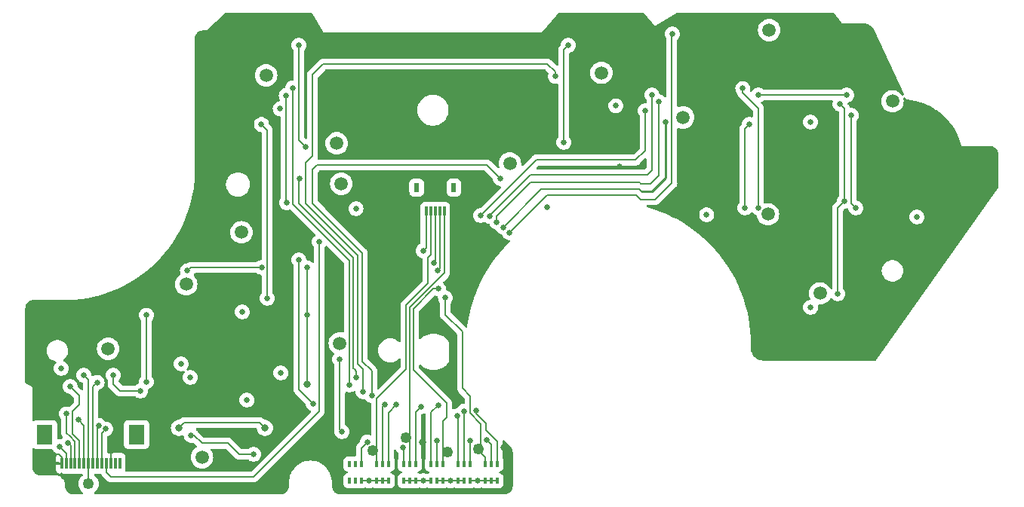
<source format=gbr>
G04 #@! TF.GenerationSoftware,KiCad,Pcbnew,7.0.2*
G04 #@! TF.CreationDate,2023-06-06T21:42:25-07:00*
G04 #@! TF.ProjectId,procon_gcc_button_board,70726f63-6f6e-45f6-9763-635f62757474,rev?*
G04 #@! TF.SameCoordinates,Original*
G04 #@! TF.FileFunction,Copper,L4,Bot*
G04 #@! TF.FilePolarity,Positive*
%FSLAX46Y46*%
G04 Gerber Fmt 4.6, Leading zero omitted, Abs format (unit mm)*
G04 Created by KiCad (PCBNEW 7.0.2) date 2023-06-06 21:42:25*
%MOMM*%
%LPD*%
G01*
G04 APERTURE LIST*
G04 #@! TA.AperFunction,SMDPad,CuDef*
%ADD10R,0.400000X0.650000*%
G04 #@! TD*
G04 #@! TA.AperFunction,SMDPad,CuDef*
%ADD11R,0.600000X1.000000*%
G04 #@! TD*
G04 #@! TA.AperFunction,SMDPad,CuDef*
%ADD12R,0.300000X1.000000*%
G04 #@! TD*
G04 #@! TA.AperFunction,SMDPad,CuDef*
%ADD13R,0.300000X1.300000*%
G04 #@! TD*
G04 #@! TA.AperFunction,SMDPad,CuDef*
%ADD14R,1.800000X2.200000*%
G04 #@! TD*
G04 #@! TA.AperFunction,ViaPad*
%ADD15C,0.800000*%
G04 #@! TD*
G04 #@! TA.AperFunction,ViaPad*
%ADD16C,0.650000*%
G04 #@! TD*
G04 #@! TA.AperFunction,ViaPad*
%ADD17C,1.500000*%
G04 #@! TD*
G04 #@! TA.AperFunction,ViaPad*
%ADD18C,1.250000*%
G04 #@! TD*
G04 #@! TA.AperFunction,Conductor*
%ADD19C,0.200000*%
G04 #@! TD*
G04 #@! TA.AperFunction,Conductor*
%ADD20C,0.250000*%
G04 #@! TD*
G04 APERTURE END LIST*
D10*
X147024720Y-165209612D03*
X146374720Y-165209612D03*
X145724720Y-165209612D03*
X145724720Y-163309612D03*
X146374720Y-163309612D03*
X147024720Y-163309612D03*
X137880720Y-165209612D03*
X137230720Y-165209612D03*
X136580720Y-165209612D03*
X136580720Y-163309612D03*
X137230720Y-163309612D03*
X137880720Y-163309612D03*
X140928720Y-165209612D03*
X140278720Y-165209612D03*
X139628720Y-165209612D03*
X139628720Y-163309612D03*
X140278720Y-163309612D03*
X140928720Y-163309612D03*
D11*
X141033000Y-132246000D03*
X145213000Y-132246000D03*
D12*
X142123000Y-134896000D03*
X142623000Y-134896000D03*
X143123000Y-134896000D03*
X143623000Y-134896000D03*
X144123000Y-134896000D03*
D10*
X134832720Y-165209612D03*
X134182720Y-165209612D03*
X133532720Y-165209612D03*
X133532720Y-163309612D03*
X134182720Y-163309612D03*
X134832720Y-163309612D03*
X143976720Y-165209612D03*
X143326720Y-165209612D03*
X142676720Y-165209612D03*
X142676720Y-163309612D03*
X143326720Y-163309612D03*
X143976720Y-163309612D03*
X150072720Y-165209612D03*
X149422720Y-165209612D03*
X148772720Y-165209612D03*
X148772720Y-163309612D03*
X149422720Y-163309612D03*
X150072720Y-163309612D03*
D13*
X101214720Y-163251644D03*
X101714720Y-163251644D03*
X102214720Y-163251644D03*
X102714720Y-163251644D03*
X103214720Y-163251644D03*
X103714720Y-163251644D03*
X104214720Y-163251644D03*
X104714720Y-163251644D03*
X105214720Y-163251644D03*
X105714720Y-163251644D03*
X106214720Y-163251644D03*
X106714720Y-163251644D03*
X107214720Y-163251644D03*
X107714720Y-163251644D03*
D14*
X99314720Y-160001644D03*
X109614720Y-160001644D03*
D15*
X126562720Y-138605612D03*
D16*
X99384720Y-162735612D03*
X181334234Y-123893767D03*
X122498720Y-121841612D03*
D15*
X141710917Y-160887606D03*
D16*
X106750720Y-161465612D03*
X118942720Y-153337612D03*
X169418000Y-133731000D03*
D15*
X107258720Y-156385612D03*
X124125528Y-160812249D03*
D16*
X115132720Y-148511612D03*
D15*
X125038720Y-156893612D03*
X185894937Y-135051757D03*
X190125683Y-139881547D03*
X190062720Y-138097612D03*
D16*
X113919000Y-156337000D03*
D15*
X131388720Y-155115612D03*
D16*
X117926720Y-145463612D03*
X130372720Y-133271612D03*
X160090720Y-121841612D03*
D15*
X129356720Y-159687612D03*
X115132720Y-161973612D03*
D16*
X149860000Y-132461000D03*
D15*
X150842087Y-161464691D03*
D16*
X181198902Y-144250066D03*
X147193000Y-142875000D03*
X123514720Y-148511612D03*
X163830000Y-129921000D03*
D15*
X125546720Y-140383612D03*
X143764000Y-153670000D03*
D16*
X193432979Y-134393539D03*
D15*
X122755581Y-138503280D03*
D16*
X138303000Y-134493000D03*
X100946952Y-161373173D03*
X115640720Y-153591612D03*
X121990720Y-156131612D03*
X185236720Y-145717612D03*
X125800720Y-153083612D03*
X125726872Y-123395697D03*
X155693975Y-134493000D03*
X173579679Y-135300648D03*
X163392720Y-123063000D03*
X197174720Y-135557612D03*
X121482720Y-146225612D03*
X185236720Y-124889612D03*
X134239000Y-134620000D03*
X101924720Y-160957612D03*
X114624720Y-152067612D03*
X101162720Y-152575612D03*
X147898720Y-165209612D03*
X101747324Y-157686249D03*
X102178720Y-154607612D03*
X158058720Y-116253612D03*
X157550720Y-127175612D03*
X127832720Y-116253612D03*
D17*
X132070667Y-127270703D03*
D16*
X128594720Y-127683612D03*
X103080657Y-158348830D03*
X144850720Y-165209612D03*
X103702720Y-153337612D03*
D18*
X104227219Y-165552532D03*
D16*
X143009050Y-140716947D03*
D15*
X128727900Y-154353612D03*
D16*
X105199223Y-154153663D03*
X110727900Y-146596924D03*
X115316000Y-141605000D03*
X128736649Y-146524700D03*
D17*
X115189000Y-143129000D03*
D15*
X124022720Y-159253572D03*
D16*
X123638935Y-141228354D03*
X128714653Y-141267635D03*
D15*
X114370720Y-159253572D03*
D16*
X110706298Y-154065640D03*
X105357449Y-158975997D03*
X141802720Y-165209612D03*
X135706720Y-165209612D03*
X106157243Y-159380831D03*
D17*
X186309000Y-144145000D03*
D16*
X188284720Y-144193612D03*
X148228722Y-135386049D03*
X188538720Y-122857612D03*
X130118720Y-138351612D03*
X189046720Y-133779612D03*
X166694720Y-123619612D03*
D18*
X147987385Y-161597812D03*
D16*
X141753211Y-139354258D03*
X144272000Y-144653000D03*
D18*
X136143221Y-161833702D03*
X144500157Y-161945912D03*
D16*
X143425971Y-141587729D03*
X143510000Y-143637000D03*
D18*
X139885396Y-160369374D03*
D16*
X135028817Y-155203798D03*
D17*
X161772602Y-119345941D03*
D16*
X156591000Y-119761000D03*
X148919230Y-160614197D03*
X147736989Y-157287885D03*
D17*
X180594000Y-114554000D03*
D16*
X151434800Y-137312400D03*
X169742720Y-114983612D03*
X135996469Y-155618506D03*
X150438720Y-131239612D03*
D17*
X151511000Y-129540000D03*
D16*
X145612720Y-157909612D03*
D17*
X170924659Y-124371252D03*
D16*
X168980720Y-124889612D03*
X146374376Y-157366877D03*
X150759534Y-136710860D03*
X147074758Y-160698843D03*
X127832720Y-140383612D03*
X129425838Y-156526572D03*
D17*
X121384754Y-137280073D03*
D16*
X143491167Y-156695445D03*
X150030902Y-136134071D03*
X179394720Y-121841612D03*
D17*
X194437000Y-122555000D03*
D16*
X189300720Y-121841612D03*
X168218720Y-122603612D03*
D17*
X116954758Y-162557703D03*
D16*
X143326720Y-160703612D03*
X132658720Y-159687612D03*
D17*
X132416626Y-149752890D03*
D16*
X139515616Y-161471318D03*
X132404720Y-151559612D03*
X127140349Y-121050669D03*
X133468723Y-154436917D03*
X141548720Y-156893612D03*
D17*
X124148000Y-119635612D03*
D16*
X137484720Y-156639612D03*
D17*
X132588000Y-131826000D03*
D16*
X127905066Y-131272542D03*
X134284974Y-153564714D03*
D17*
X180467000Y-135255000D03*
D16*
X149261976Y-135483192D03*
X177634335Y-121110921D03*
X138771393Y-156665823D03*
X179394720Y-134541612D03*
X167456720Y-121841612D03*
X135499804Y-160857483D03*
X110052720Y-155115612D03*
D17*
X106426000Y-150368000D03*
D16*
X122752720Y-162227612D03*
X107004720Y-153337612D03*
X115739662Y-160096670D03*
X124276720Y-144701612D03*
X123629229Y-125152363D03*
X126400528Y-121917191D03*
X126428426Y-133955211D03*
X177870720Y-134541612D03*
X178378720Y-125143612D03*
X189808720Y-124127612D03*
X190316720Y-134541612D03*
D19*
X148772720Y-162575433D02*
X148772720Y-163309612D01*
X148261022Y-162063735D02*
X148772720Y-162575433D01*
X147038323Y-155674323D02*
X147038323Y-157611025D01*
X146178296Y-154814296D02*
X147038323Y-155674323D01*
X147038323Y-157611025D02*
X148261022Y-158833724D01*
X146178296Y-148464296D02*
X146178296Y-154814296D01*
X144272000Y-146558000D02*
X146178296Y-148464296D01*
X144272000Y-144653000D02*
X144272000Y-146558000D01*
X148261022Y-158833724D02*
X148261022Y-162063735D01*
X106714720Y-161501612D02*
X106750720Y-161465612D01*
X100908720Y-162227612D02*
X99892720Y-162227612D01*
X101214720Y-163251644D02*
X101214720Y-162533612D01*
X106714720Y-163251644D02*
X106714720Y-161501612D01*
X99892720Y-162227612D02*
X99384720Y-162735612D01*
X101214720Y-162533612D02*
X100908720Y-162227612D01*
X101714720Y-162140941D02*
X100946952Y-161373173D01*
X101714720Y-163251644D02*
X101714720Y-162140941D01*
X102214720Y-163251644D02*
X102214720Y-161247612D01*
X102214720Y-161247612D02*
X101924720Y-160957612D01*
X147024720Y-165209612D02*
X148772720Y-165209612D01*
X150072720Y-165209612D02*
X149422720Y-165209612D01*
X102149877Y-160224455D02*
X101747324Y-159821902D01*
X102714720Y-160789298D02*
X102149877Y-160224455D01*
X149422720Y-165209612D02*
X148772720Y-165209612D01*
X101747324Y-159821902D02*
X101747324Y-157686249D01*
X102714720Y-163251644D02*
X102714720Y-160789298D01*
X157550720Y-127175612D02*
X157550720Y-116761612D01*
X102432720Y-157401612D02*
X102432720Y-159941612D01*
X127832720Y-116253612D02*
X127832720Y-126921612D01*
X102178720Y-154607612D02*
X103214720Y-155643612D01*
X127832720Y-126921612D02*
X128594720Y-127683612D01*
X102432720Y-159941612D02*
X103214720Y-160723612D01*
X103214720Y-155643612D02*
X103214720Y-156619612D01*
X103214720Y-156619612D02*
X102432720Y-157401612D01*
X157550720Y-116761612D02*
X158058720Y-116253612D01*
X103214720Y-160723612D02*
X103214720Y-163251644D01*
X146374720Y-165209612D02*
X145724720Y-165209612D01*
X143976720Y-165209612D02*
X143326720Y-165209612D01*
X103714720Y-158982893D02*
X103080657Y-158348830D01*
X103714720Y-163251644D02*
X103714720Y-158982893D01*
X145724720Y-165209612D02*
X143976720Y-165209612D01*
X143161620Y-134934620D02*
X143161620Y-140564377D01*
X103702720Y-153337612D02*
X104214720Y-153849612D01*
X104214720Y-165428720D02*
X104267000Y-165481000D01*
X143161620Y-140564377D02*
X143009050Y-140716947D01*
X143123000Y-134896000D02*
X143161620Y-134934620D01*
X104214720Y-163251644D02*
X104214720Y-165428720D01*
X104214720Y-153849612D02*
X104214720Y-163251644D01*
X115692646Y-141228354D02*
X123638935Y-141228354D01*
X128714653Y-141267635D02*
X128714653Y-146502704D01*
X104714720Y-154638166D02*
X104714720Y-163251644D01*
X110727900Y-154044038D02*
X110706298Y-154065640D01*
X128714653Y-146502704D02*
X128736649Y-146524700D01*
X123440760Y-158671612D02*
X114952680Y-158671612D01*
X110727900Y-146596924D02*
X110727900Y-154044038D01*
X114952680Y-158671612D02*
X114370720Y-159253572D01*
X105199223Y-154153663D02*
X104714720Y-154638166D01*
X124022720Y-159253572D02*
X123440760Y-158671612D01*
X128736649Y-154344863D02*
X128727900Y-154353612D01*
X128736649Y-146524700D02*
X128736649Y-154344863D01*
X115316000Y-141605000D02*
X115692646Y-141228354D01*
X105214720Y-159118726D02*
X105214720Y-163251644D01*
X140278720Y-165209612D02*
X139628720Y-165209612D01*
X140928720Y-165209612D02*
X140278720Y-165209612D01*
X105357449Y-158975997D02*
X105214720Y-159118726D01*
X142676720Y-165209612D02*
X140928720Y-165209612D01*
X134832720Y-165209612D02*
X136580720Y-165209612D01*
X137230720Y-165209612D02*
X136580720Y-165209612D01*
X137880720Y-165209612D02*
X137230720Y-165209612D01*
X105714720Y-163251644D02*
X105714720Y-159823354D01*
X105714720Y-159823354D02*
X106157243Y-159380831D01*
X106214720Y-164231612D02*
X106214720Y-163251644D01*
X166694720Y-123619612D02*
X166694720Y-128072280D01*
X122752720Y-164767612D02*
X106750720Y-164767612D01*
X130118720Y-138351612D02*
X130118720Y-157401612D01*
X189046720Y-123365612D02*
X188538720Y-122857612D01*
X154455771Y-129159000D02*
X148228722Y-135386049D01*
X130118720Y-157401612D02*
X122752720Y-164767612D01*
X166694720Y-128072280D02*
X165608000Y-129159000D01*
X106750720Y-164767612D02*
X106214720Y-164231612D01*
X189046720Y-133779612D02*
X189046720Y-123365612D01*
X188284720Y-134541612D02*
X189046720Y-133779612D01*
X188284720Y-144193612D02*
X188284720Y-134541612D01*
X165608000Y-129159000D02*
X154455771Y-129159000D01*
X142087600Y-139019869D02*
X141753211Y-139354258D01*
X142123000Y-134896000D02*
X142087600Y-134931400D01*
X142087600Y-134931400D02*
X142087600Y-139019869D01*
X139865713Y-145459186D02*
X139865713Y-152701424D01*
X142310720Y-143014179D02*
X139865713Y-145459186D01*
X142661620Y-134934620D02*
X142661620Y-139778712D01*
X142661620Y-139778712D02*
X142310720Y-140129612D01*
X142623000Y-134896000D02*
X142661620Y-134934620D01*
X142310720Y-140129612D02*
X142310720Y-143014179D01*
X136580720Y-155986417D02*
X136580720Y-163309612D01*
X139865713Y-152701424D02*
X136580720Y-155986417D01*
X143623000Y-134896000D02*
X143661620Y-134934620D01*
X143661620Y-134934620D02*
X143661620Y-141352080D01*
X143661620Y-141352080D02*
X143425971Y-141587729D01*
X144432863Y-156511059D02*
X144432863Y-158073469D01*
X140683099Y-152761295D02*
X144432863Y-156511059D01*
X143510000Y-143637000D02*
X142925018Y-143637000D01*
X143976720Y-158529612D02*
X143976720Y-163309612D01*
X140683099Y-145878919D02*
X140683099Y-152761295D01*
X142925018Y-143637000D02*
X140683099Y-145878919D01*
X144432863Y-158073469D02*
X143976720Y-158529612D01*
X144161620Y-141834712D02*
X140278720Y-145717612D01*
X144161620Y-134934620D02*
X144161620Y-141834712D01*
X140278720Y-145717612D02*
X140278720Y-163309612D01*
X144123000Y-134896000D02*
X144161620Y-134934620D01*
X148919230Y-160614197D02*
X149422720Y-161117687D01*
X133674720Y-139113612D02*
X128594720Y-134033612D01*
X129356720Y-119555612D02*
X130548332Y-118364000D01*
X130548332Y-118364000D02*
X155702000Y-118364000D01*
X155702000Y-118364000D02*
X156591000Y-119253000D01*
X156591000Y-119253000D02*
X156591000Y-119761000D01*
X134436720Y-139875612D02*
X133674720Y-139113612D01*
X134436720Y-152067612D02*
X134436720Y-151305612D01*
X134436720Y-151305612D02*
X134436720Y-139875612D01*
X129356720Y-128699612D02*
X129356720Y-126159612D01*
X135028817Y-155203798D02*
X135028817Y-152659709D01*
X129102720Y-128953612D02*
X129356720Y-128699612D01*
X134690720Y-152321612D02*
X134436720Y-152067612D01*
X135028817Y-152659709D02*
X134690720Y-152321612D01*
X128594720Y-130731612D02*
X128594720Y-129461612D01*
X128594720Y-134033612D02*
X128594720Y-130731612D01*
X128594720Y-129461612D02*
X129102720Y-128953612D01*
X149422720Y-161117687D02*
X149422720Y-163309612D01*
X129356720Y-126159612D02*
X129356720Y-119555612D01*
X150072720Y-163309612D02*
X150072720Y-160747093D01*
X155651200Y-133096000D02*
X165653892Y-133096000D01*
X165653892Y-133096000D02*
X166159984Y-133602092D01*
X169671046Y-115055286D02*
X169671046Y-131222557D01*
X148860065Y-159534438D02*
X148860065Y-158757901D01*
X169742720Y-114983612D02*
X169671046Y-115055286D01*
X148860065Y-158757901D02*
X147736989Y-157634825D01*
X169671046Y-131755040D02*
X168622719Y-132803367D01*
X151434800Y-137312400D02*
X155651200Y-133096000D01*
X168622719Y-132803367D02*
X167823994Y-133602092D01*
X147736989Y-157634825D02*
X147736989Y-157287885D01*
X150072720Y-160747093D02*
X148860065Y-159534438D01*
X167823994Y-133602092D02*
X166159984Y-133602092D01*
X169671046Y-131222557D02*
X169671046Y-131755040D01*
X135996469Y-152865361D02*
X134944720Y-151813612D01*
X129864720Y-129715612D02*
X148914720Y-129715612D01*
X135996469Y-155618506D02*
X135996469Y-152865361D01*
X129356720Y-130223612D02*
X129864720Y-129715612D01*
X145724720Y-163309612D02*
X145724720Y-158021612D01*
X134944720Y-151813612D02*
X134944720Y-139621612D01*
X134944720Y-139621612D02*
X129356720Y-134033612D01*
X129356720Y-134033612D02*
X129356720Y-130223612D01*
X148914720Y-129715612D02*
X150438720Y-131239612D01*
X145724720Y-158021612D02*
X145612720Y-157909612D01*
D20*
X168980720Y-131114158D02*
X168980720Y-124889612D01*
D19*
X166007391Y-132461000D02*
X166225045Y-132678654D01*
X146374720Y-163309612D02*
X146374720Y-157367221D01*
X155009394Y-132461000D02*
X166007391Y-132461000D01*
X146374720Y-157367221D02*
X146374376Y-157366877D01*
X150759534Y-136710860D02*
X155009394Y-132461000D01*
D20*
X166225045Y-132678654D02*
X167416224Y-132678654D01*
X167416224Y-132678654D02*
X168980720Y-131114158D01*
D19*
X127832720Y-154933454D02*
X129425838Y-156526572D01*
X147024720Y-160748881D02*
X147074758Y-160698843D01*
X127832720Y-140383612D02*
X127832720Y-154933454D01*
X147024720Y-163309612D02*
X147024720Y-160748881D01*
X189300720Y-121841612D02*
X179394720Y-121841612D01*
X150030902Y-135465098D02*
X150030902Y-136123869D01*
X142676720Y-157509892D02*
X143491167Y-156695445D01*
X142676720Y-163309612D02*
X142676720Y-157509892D01*
X153797000Y-131699000D02*
X150030902Y-135465098D01*
X167299354Y-131826000D02*
X166186720Y-131826000D01*
X168218720Y-130906634D02*
X167299354Y-131826000D01*
X168218720Y-122603612D02*
X168218720Y-130906634D01*
X166059720Y-131699000D02*
X153797000Y-131699000D01*
X166186720Y-131826000D02*
X166059720Y-131699000D01*
X143326720Y-163309612D02*
X143326720Y-160703612D01*
X139515616Y-161471318D02*
X139628720Y-161584422D01*
X132404720Y-151559612D02*
X132404720Y-159433612D01*
X132404720Y-159433612D02*
X132658720Y-159687612D01*
X139628720Y-161584422D02*
X139628720Y-163309612D01*
X127140349Y-134103241D02*
X127140349Y-121050669D01*
X133468723Y-140431615D02*
X130118720Y-137081612D01*
X140928720Y-157513612D02*
X141548720Y-156893612D01*
X140928720Y-163309612D02*
X140928720Y-157513612D01*
X130118720Y-137081612D02*
X127140349Y-134103241D01*
X133468723Y-154436917D02*
X133468723Y-140431615D01*
X137230720Y-156893612D02*
X137484720Y-156639612D01*
X134284974Y-152903156D02*
X134047997Y-152666179D01*
X133928720Y-150289612D02*
X133928720Y-140129612D01*
X133928720Y-152546902D02*
X133928720Y-150289612D01*
X134047997Y-152666179D02*
X133928720Y-152546902D01*
X137230720Y-163309612D02*
X137230720Y-156893612D01*
X134284974Y-153564714D02*
X134284974Y-152903156D01*
X133928720Y-140129612D02*
X127832720Y-134033612D01*
X127832720Y-131344888D02*
X127905066Y-131272542D01*
X127832720Y-134033612D02*
X127832720Y-131344888D01*
X167456720Y-121841612D02*
X167456720Y-130287505D01*
X137880720Y-163309612D02*
X137880720Y-157556496D01*
X179394720Y-123365612D02*
X178378720Y-122349612D01*
X179394720Y-134541612D02*
X179394720Y-123365612D01*
X177634335Y-121605227D02*
X177634335Y-121110921D01*
X153820771Y-130810000D02*
X166186720Y-130810000D01*
X167456720Y-130287505D02*
X166934225Y-130810000D01*
X178378720Y-122349612D02*
X177634335Y-121605227D01*
X166934225Y-130810000D02*
X166186720Y-130810000D01*
X137880720Y-157556496D02*
X138771393Y-156665823D01*
X149261976Y-135368795D02*
X153820771Y-130810000D01*
X134832720Y-161524567D02*
X134832720Y-163309612D01*
X121110126Y-162227612D02*
X122752720Y-162227612D01*
X119880629Y-160998115D02*
X121110126Y-162227612D01*
X116951223Y-160998115D02*
X119880629Y-160998115D01*
X107004720Y-153337612D02*
X107004720Y-154353612D01*
X107766720Y-155115612D02*
X110052720Y-155115612D01*
X116049778Y-160096670D02*
X116951223Y-160998115D01*
X107004720Y-154353612D02*
X107766720Y-155115612D01*
X115739662Y-160096670D02*
X116049778Y-160096670D01*
X135499804Y-160857483D02*
X134832720Y-161524567D01*
X124276720Y-144701612D02*
X124276720Y-125799854D01*
X124276720Y-125799854D02*
X123629229Y-125152363D01*
X126400528Y-133927313D02*
X126428426Y-133955211D01*
X126400528Y-121917191D02*
X126400528Y-133927313D01*
X177870720Y-134541612D02*
X177870720Y-125651612D01*
X177870720Y-125651612D02*
X178378720Y-125143612D01*
X189808720Y-134033612D02*
X189808720Y-124127612D01*
X190316720Y-134541612D02*
X189808720Y-134033612D01*
G04 #@! TA.AperFunction,Conductor*
G36*
X98126808Y-161521310D02*
G01*
X98168516Y-161552533D01*
X98168519Y-161552534D01*
X98305514Y-161603632D01*
X98305517Y-161603632D01*
X98305519Y-161603633D01*
X98366082Y-161610144D01*
X100057464Y-161610144D01*
X100124503Y-161629829D01*
X100170258Y-161682633D01*
X100175395Y-161695827D01*
X100181317Y-161714054D01*
X100268919Y-161865788D01*
X100386161Y-161995997D01*
X100527905Y-162098981D01*
X100602356Y-162132128D01*
X100655593Y-162177378D01*
X100675915Y-162244227D01*
X100656870Y-162311451D01*
X100651189Y-162319718D01*
X100621367Y-162359555D01*
X100571120Y-162494272D01*
X100565074Y-162550511D01*
X100564720Y-162557125D01*
X100564720Y-163101644D01*
X100932220Y-163101644D01*
X100999259Y-163121329D01*
X101045014Y-163174133D01*
X101056220Y-163225644D01*
X101056220Y-163277644D01*
X101036535Y-163344683D01*
X100983731Y-163390438D01*
X100932220Y-163401644D01*
X100564720Y-163401644D01*
X100564720Y-163946162D01*
X100565074Y-163952776D01*
X100571120Y-164009015D01*
X100621367Y-164143733D01*
X100707531Y-164258832D01*
X100822630Y-164344996D01*
X100957348Y-164395243D01*
X101013587Y-164401289D01*
X101020202Y-164401644D01*
X101064720Y-164401644D01*
X101068302Y-164398061D01*
X101084405Y-164343224D01*
X101137209Y-164297469D01*
X101206367Y-164287525D01*
X101263026Y-164310994D01*
X101315032Y-164349925D01*
X101327348Y-164366377D01*
X101328401Y-164365325D01*
X101364720Y-164401644D01*
X101409227Y-164401644D01*
X101419167Y-164401111D01*
X101411499Y-164401763D01*
X101439687Y-164405175D01*
X101440032Y-164401968D01*
X101512779Y-164409789D01*
X101512780Y-164409789D01*
X101516082Y-164410144D01*
X101519392Y-164410144D01*
X101910048Y-164410144D01*
X101913358Y-164410144D01*
X101916657Y-164409789D01*
X101916662Y-164409789D01*
X101951465Y-164406048D01*
X101977975Y-164406048D01*
X102012777Y-164409789D01*
X102012783Y-164409789D01*
X102016082Y-164410144D01*
X102019392Y-164410144D01*
X102410034Y-164410144D01*
X102413358Y-164410144D01*
X102451465Y-164406047D01*
X102477970Y-164406047D01*
X102512779Y-164409789D01*
X102512780Y-164409789D01*
X102516082Y-164410144D01*
X102519392Y-164410144D01*
X102910034Y-164410144D01*
X102913358Y-164410144D01*
X102951465Y-164406047D01*
X102977970Y-164406047D01*
X103012779Y-164409789D01*
X103012780Y-164409789D01*
X103016082Y-164410144D01*
X103019392Y-164410144D01*
X103410048Y-164410144D01*
X103413358Y-164410144D01*
X103416657Y-164409789D01*
X103416662Y-164409789D01*
X103451465Y-164406048D01*
X103477972Y-164406047D01*
X103488061Y-164407131D01*
X103495472Y-164407928D01*
X103560024Y-164434664D01*
X103599873Y-164492056D01*
X103606220Y-164531218D01*
X103606220Y-164534781D01*
X103586535Y-164601820D01*
X103547500Y-164640207D01*
X103541206Y-164644103D01*
X103385962Y-164785628D01*
X103259366Y-164953267D01*
X103165733Y-165141309D01*
X103108245Y-165343357D01*
X103088863Y-165552532D01*
X103108245Y-165761706D01*
X103165733Y-165963754D01*
X103259366Y-166151796D01*
X103385962Y-166319435D01*
X103385964Y-166319437D01*
X103541206Y-166460960D01*
X103549464Y-166466073D01*
X103596099Y-166518102D01*
X103607203Y-166587083D01*
X103579249Y-166651118D01*
X103521114Y-166689874D01*
X103484186Y-166695500D01*
X102484093Y-166695500D01*
X102471939Y-166694903D01*
X102314671Y-166679413D01*
X102290830Y-166674671D01*
X102145462Y-166630575D01*
X102123005Y-166621273D01*
X101989035Y-166549663D01*
X101968824Y-166536159D01*
X101851398Y-166439791D01*
X101834208Y-166422601D01*
X101749544Y-166319437D01*
X101737839Y-166305174D01*
X101724336Y-166284965D01*
X101712525Y-166262868D01*
X101652724Y-166150989D01*
X101643427Y-166128544D01*
X101599326Y-165983163D01*
X101594587Y-165959335D01*
X101579097Y-165802061D01*
X101578500Y-165789907D01*
X101578500Y-165599718D01*
X101564534Y-165520516D01*
X101545062Y-165410082D01*
X101479202Y-165229132D01*
X101479202Y-165229131D01*
X101382921Y-165062367D01*
X101326446Y-164995064D01*
X101259144Y-164914856D01*
X101191840Y-164858381D01*
X101111632Y-164791078D01*
X100944868Y-164694797D01*
X100763918Y-164628938D01*
X100574282Y-164595500D01*
X100574281Y-164595500D01*
X100493917Y-164595500D01*
X98834093Y-164595500D01*
X98821939Y-164594903D01*
X98664671Y-164579413D01*
X98640830Y-164574671D01*
X98495462Y-164530575D01*
X98473005Y-164521273D01*
X98372533Y-164467569D01*
X98339034Y-164449663D01*
X98318824Y-164436159D01*
X98260110Y-164387974D01*
X98201397Y-164339790D01*
X98184208Y-164322601D01*
X98183629Y-164321896D01*
X98087839Y-164205174D01*
X98074336Y-164184965D01*
X98060517Y-164159112D01*
X98002724Y-164050989D01*
X97993427Y-164028544D01*
X97949326Y-163883163D01*
X97944587Y-163859335D01*
X97929097Y-163702061D01*
X97928500Y-163689907D01*
X97928500Y-161620579D01*
X97948185Y-161553540D01*
X98000989Y-161507785D01*
X98070147Y-161497841D01*
X98126808Y-161521310D01*
G37*
G04 #@! TD.AperFunction*
G04 #@! TA.AperFunction,Conductor*
G36*
X129286932Y-112616185D02*
G01*
X129326648Y-112657418D01*
X130536808Y-114705380D01*
X130547000Y-114727966D01*
X130547500Y-114728654D01*
X130560454Y-114746484D01*
X130566881Y-114756273D01*
X130571998Y-114764933D01*
X130581240Y-114775093D01*
X130585887Y-114781489D01*
X130595311Y-114788336D01*
X130605995Y-114792963D01*
X130605997Y-114792965D01*
X130613865Y-114793711D01*
X130627316Y-114796500D01*
X130632083Y-114796500D01*
X130637380Y-114796500D01*
X130649094Y-114797054D01*
X130671014Y-114799135D01*
X130671015Y-114799134D01*
X130671854Y-114799214D01*
X130696491Y-114796500D01*
X155040039Y-114796500D01*
X155048820Y-114796810D01*
X155073456Y-114798560D01*
X155077874Y-114795805D01*
X155105159Y-114783098D01*
X155110112Y-114781490D01*
X155124629Y-114761507D01*
X155130024Y-114754609D01*
X156677046Y-112914908D01*
X156907636Y-112640694D01*
X156965849Y-112602053D01*
X157002541Y-112596500D01*
X166442850Y-112596500D01*
X166509889Y-112616185D01*
X166538108Y-112641116D01*
X167455476Y-113741958D01*
X167710995Y-114048581D01*
X167720886Y-114062241D01*
X167730081Y-114076953D01*
X167730082Y-114076953D01*
X167730083Y-114076955D01*
X167741785Y-114081681D01*
X167761399Y-114091715D01*
X167772088Y-114098445D01*
X167772091Y-114098444D01*
X167781238Y-114100758D01*
X167790637Y-114101414D01*
X167790639Y-114101415D01*
X167802884Y-114098360D01*
X167824666Y-114094946D01*
X167837253Y-114094110D01*
X167850580Y-114083003D01*
X167864226Y-114073122D01*
X170196666Y-112615347D01*
X170262386Y-112596500D01*
X187739394Y-112596500D01*
X187806433Y-112616185D01*
X187836616Y-112643533D01*
X188716326Y-113754746D01*
X188719422Y-113758827D01*
X188735887Y-113781489D01*
X188735888Y-113781490D01*
X188737630Y-113782056D01*
X188767991Y-113796743D01*
X188769507Y-113797751D01*
X188769525Y-113797763D01*
X188796662Y-113796640D01*
X188797509Y-113796606D01*
X188802631Y-113796500D01*
X191155671Y-113796500D01*
X191178171Y-113796500D01*
X191187027Y-113796817D01*
X191373144Y-113810143D01*
X191390665Y-113812665D01*
X191568657Y-113851431D01*
X191585648Y-113856426D01*
X191756297Y-113920157D01*
X191772393Y-113927517D01*
X191932228Y-114014914D01*
X191947112Y-114024494D01*
X191997703Y-114062425D01*
X192092850Y-114133763D01*
X192106226Y-114145373D01*
X192234917Y-114274299D01*
X192246501Y-114287694D01*
X192345543Y-114420298D01*
X192355498Y-114433626D01*
X192365058Y-114448538D01*
X192454221Y-114612315D01*
X192458170Y-114620230D01*
X192458653Y-114621291D01*
X195689551Y-121720969D01*
X195699402Y-121790140D01*
X195670293Y-121853657D01*
X195611464Y-121891354D01*
X195541595Y-121891261D01*
X195482867Y-121853408D01*
X195475118Y-121843460D01*
X195404749Y-121742962D01*
X195249038Y-121587251D01*
X195068654Y-121460944D01*
X194976636Y-121418035D01*
X194869077Y-121367880D01*
X194656368Y-121310884D01*
X194437000Y-121291692D01*
X194217631Y-121310884D01*
X194004922Y-121367880D01*
X193875603Y-121428183D01*
X193805347Y-121460944D01*
X193640589Y-121576309D01*
X193624958Y-121587254D01*
X193469254Y-121742958D01*
X193469251Y-121742961D01*
X193469251Y-121742962D01*
X193343932Y-121921937D01*
X193342943Y-121923349D01*
X193249880Y-122122922D01*
X193192884Y-122335631D01*
X193173692Y-122555000D01*
X193192884Y-122774368D01*
X193249880Y-122987077D01*
X193264076Y-123017520D01*
X193342944Y-123186654D01*
X193469251Y-123367038D01*
X193624962Y-123522749D01*
X193805346Y-123649056D01*
X194004924Y-123742120D01*
X194217629Y-123799115D01*
X194345946Y-123810341D01*
X194436999Y-123818307D01*
X194436999Y-123818306D01*
X194437000Y-123818307D01*
X194656371Y-123799115D01*
X194869076Y-123742120D01*
X195068654Y-123649056D01*
X195249038Y-123522749D01*
X195404749Y-123367038D01*
X195531056Y-123186654D01*
X195624120Y-122987076D01*
X195681115Y-122774371D01*
X195700307Y-122555000D01*
X195695642Y-122501678D01*
X195681115Y-122335627D01*
X195656002Y-122241908D01*
X195657663Y-122172058D01*
X195696825Y-122114195D01*
X195761053Y-122086690D01*
X195829956Y-122098276D01*
X195881656Y-122145274D01*
X195888639Y-122158451D01*
X195899581Y-122182494D01*
X195936094Y-122262730D01*
X195939041Y-122269204D01*
X195940646Y-122274304D01*
X195945684Y-122284886D01*
X195945684Y-122284887D01*
X195956876Y-122308396D01*
X195963119Y-122322114D01*
X195963120Y-122322115D01*
X195967706Y-122332191D01*
X195968833Y-122333514D01*
X195969968Y-122334295D01*
X195991122Y-122352707D01*
X195995915Y-122357943D01*
X195995916Y-122357943D01*
X195998053Y-122359154D01*
X196004261Y-122360880D01*
X196013196Y-122364051D01*
X196013198Y-122364052D01*
X196026382Y-122365099D01*
X196041343Y-122367211D01*
X196059906Y-122370999D01*
X196061778Y-122371381D01*
X196084938Y-122371417D01*
X196124906Y-122376075D01*
X196534169Y-122423772D01*
X196543149Y-122425154D01*
X197027252Y-122518029D01*
X197036098Y-122520065D01*
X197512077Y-122648252D01*
X197520752Y-122650934D01*
X197986024Y-122813735D01*
X197994493Y-122817053D01*
X198331423Y-122963540D01*
X198446521Y-123013581D01*
X198454741Y-123017520D01*
X198482046Y-123031862D01*
X198873075Y-123237249D01*
X198891109Y-123246721D01*
X198899017Y-123251253D01*
X199317371Y-123511889D01*
X199324926Y-123516990D01*
X199711309Y-123799115D01*
X199723000Y-123807651D01*
X199730159Y-123813293D01*
X200105805Y-124132409D01*
X200112530Y-124138561D01*
X200463734Y-124484422D01*
X200469988Y-124491052D01*
X200794818Y-124861754D01*
X200800570Y-124868826D01*
X201097304Y-125262405D01*
X201102520Y-125269880D01*
X201369537Y-125684187D01*
X201374190Y-125692025D01*
X201610053Y-126124832D01*
X201614117Y-126132990D01*
X201817550Y-126581949D01*
X201821004Y-126590384D01*
X201971918Y-127001361D01*
X201990904Y-127053063D01*
X201993728Y-127061722D01*
X202116159Y-127490071D01*
X202122726Y-127513046D01*
X202127500Y-127547123D01*
X202127500Y-127548654D01*
X202128262Y-127550999D01*
X202130007Y-127553747D01*
X202136862Y-127566192D01*
X202136863Y-127566193D01*
X202136864Y-127566195D01*
X202144857Y-127574517D01*
X202155739Y-127587522D01*
X202165889Y-127601491D01*
X202168514Y-127603399D01*
X202174170Y-127605037D01*
X202174171Y-127605038D01*
X202196609Y-127611537D01*
X202200390Y-127612700D01*
X202222729Y-127619960D01*
X202225899Y-127620023D01*
X202225902Y-127620024D01*
X202225904Y-127620023D01*
X202226183Y-127620029D01*
X202255257Y-127616500D01*
X205401071Y-127616500D01*
X205421907Y-127616500D01*
X205434061Y-127617097D01*
X205591335Y-127632587D01*
X205615163Y-127637326D01*
X205760544Y-127681427D01*
X205782989Y-127690724D01*
X205916967Y-127762337D01*
X205937174Y-127775839D01*
X205964708Y-127798436D01*
X206054601Y-127872208D01*
X206071791Y-127889398D01*
X206168159Y-128006824D01*
X206181663Y-128027034D01*
X206253272Y-128161003D01*
X206262575Y-128183462D01*
X206306671Y-128328830D01*
X206311413Y-128352671D01*
X206326902Y-128509938D01*
X206327499Y-128522092D01*
X206327499Y-132174746D01*
X206307814Y-132241785D01*
X206304803Y-132246255D01*
X192612978Y-151643009D01*
X192558236Y-151686426D01*
X192511674Y-151695500D01*
X179959501Y-151695500D01*
X179959493Y-151695499D01*
X179945059Y-151695499D01*
X179923001Y-151695499D01*
X179913275Y-151695117D01*
X179851227Y-151690235D01*
X179708922Y-151679038D01*
X179689704Y-151675994D01*
X179495146Y-151629288D01*
X179476640Y-151623276D01*
X179291772Y-151546705D01*
X179274435Y-151537871D01*
X179138999Y-151454879D01*
X179103833Y-151433329D01*
X179088093Y-151421894D01*
X178935936Y-151291943D01*
X178922176Y-151278184D01*
X178915646Y-151270538D01*
X178792226Y-151126035D01*
X178780791Y-151110296D01*
X178754254Y-151066993D01*
X178676239Y-150939687D01*
X178667406Y-150922350D01*
X178590835Y-150737494D01*
X178584822Y-150718989D01*
X178553222Y-150587368D01*
X178538109Y-150524422D01*
X178535066Y-150505206D01*
X178526078Y-150391007D01*
X178519161Y-150303125D01*
X178518840Y-150289587D01*
X178530572Y-149911377D01*
X178516871Y-149135651D01*
X178465477Y-148361508D01*
X178376511Y-147590779D01*
X178250185Y-146825286D01*
X178086797Y-146066838D01*
X177886733Y-145317230D01*
X177650465Y-144578233D01*
X177378554Y-143851595D01*
X177071641Y-143139035D01*
X176730453Y-142442236D01*
X176355796Y-141762846D01*
X175948556Y-141102472D01*
X175509696Y-140462675D01*
X175040253Y-139844968D01*
X175039284Y-139843814D01*
X175039272Y-139843799D01*
X174542310Y-139251969D01*
X174542300Y-139251958D01*
X174541338Y-139250812D01*
X174014130Y-138681611D01*
X174013078Y-138680581D01*
X174013060Y-138680562D01*
X173460956Y-138139770D01*
X173459875Y-138138711D01*
X173426965Y-138109473D01*
X173208720Y-137915578D01*
X173208617Y-137915413D01*
X173145137Y-137858996D01*
X172876064Y-137619862D01*
X172844108Y-137594169D01*
X172264472Y-137128138D01*
X172264464Y-137128131D01*
X172263295Y-137127192D01*
X171626999Y-136665307D01*
X171601146Y-136648420D01*
X170969994Y-136236160D01*
X170969979Y-136236151D01*
X170968721Y-136235329D01*
X170290060Y-135838303D01*
X169680042Y-135520687D01*
X169594024Y-135475900D01*
X169594020Y-135475898D01*
X169592664Y-135475192D01*
X169392832Y-135383361D01*
X169212839Y-135300647D01*
X172741588Y-135300647D01*
X172759902Y-135474898D01*
X172814044Y-135641530D01*
X172901646Y-135793263D01*
X173018888Y-135923472D01*
X173160633Y-136026456D01*
X173320697Y-136097721D01*
X173492073Y-136134148D01*
X173492075Y-136134148D01*
X173667285Y-136134148D01*
X173838660Y-136097721D01*
X173838661Y-136097720D01*
X173838663Y-136097720D01*
X173998725Y-136026456D01*
X174140471Y-135923471D01*
X174257709Y-135793266D01*
X174257754Y-135793189D01*
X174345313Y-135641530D01*
X174372580Y-135557611D01*
X174399456Y-135474897D01*
X174417770Y-135300648D01*
X174399456Y-135126399D01*
X174361706Y-135010218D01*
X174345313Y-134959765D01*
X174257711Y-134808032D01*
X174190072Y-134732912D01*
X174140471Y-134677825D01*
X174140470Y-134677824D01*
X174140469Y-134677823D01*
X173998724Y-134574839D01*
X173838660Y-134503574D01*
X173667285Y-134467148D01*
X173667283Y-134467148D01*
X173492075Y-134467148D01*
X173492073Y-134467148D01*
X173320697Y-134503574D01*
X173160631Y-134574840D01*
X173018890Y-134677821D01*
X172901646Y-134808032D01*
X172814044Y-134959765D01*
X172759902Y-135126397D01*
X172741588Y-135300647D01*
X169212839Y-135300647D01*
X168879620Y-135147519D01*
X168879615Y-135147516D01*
X168878227Y-135146879D01*
X168148484Y-134854160D01*
X168147074Y-134853673D01*
X168147051Y-134853665D01*
X167406642Y-134598242D01*
X167406615Y-134598233D01*
X167405205Y-134597747D01*
X167403786Y-134597334D01*
X167403753Y-134597324D01*
X166909572Y-134453663D01*
X166850693Y-134416047D01*
X166821497Y-134352569D01*
X166831254Y-134283384D01*
X166876867Y-134230457D01*
X166943853Y-134210592D01*
X167775989Y-134210592D01*
X167792173Y-134211652D01*
X167823994Y-134215842D01*
X167863874Y-134210592D01*
X167863879Y-134210592D01*
X167963450Y-134197483D01*
X167982845Y-134194930D01*
X168130870Y-134133616D01*
X168226066Y-134060569D01*
X168226066Y-134060567D01*
X168242358Y-134048067D01*
X168242359Y-134048065D01*
X168257981Y-134036079D01*
X168277530Y-134010601D01*
X168288210Y-133998423D01*
X169081197Y-133205438D01*
X169081197Y-133205437D01*
X170067378Y-132219255D01*
X170079556Y-132208575D01*
X170105033Y-132189027D01*
X170117016Y-132173410D01*
X170117019Y-132173407D01*
X170129521Y-132157112D01*
X170129523Y-132157112D01*
X170198975Y-132066599D01*
X170206608Y-132057579D01*
X170209042Y-132054965D01*
X170212508Y-132048962D01*
X170215660Y-132044853D01*
X170215421Y-132043477D01*
X170224067Y-132010016D01*
X170263884Y-131913890D01*
X170279546Y-131794925D01*
X170279546Y-131794917D01*
X170284796Y-131755040D01*
X170280606Y-131723219D01*
X170279546Y-131707035D01*
X170279546Y-131480753D01*
X170279546Y-131182672D01*
X170279545Y-131182671D01*
X170279545Y-125653668D01*
X170299230Y-125586633D01*
X170352034Y-125540878D01*
X170421192Y-125530934D01*
X170455950Y-125541290D01*
X170492583Y-125558372D01*
X170705288Y-125615367D01*
X170924659Y-125634559D01*
X171144030Y-125615367D01*
X171356735Y-125558372D01*
X171556313Y-125465308D01*
X171736697Y-125339001D01*
X171892408Y-125183290D01*
X172018715Y-125002906D01*
X172111779Y-124803328D01*
X172168774Y-124590623D01*
X172187966Y-124371252D01*
X172186569Y-124355289D01*
X172178827Y-124266785D01*
X172168774Y-124151881D01*
X172111779Y-123939176D01*
X172018715Y-123739599D01*
X171892408Y-123559214D01*
X171736697Y-123403503D01*
X171556313Y-123277196D01*
X171464295Y-123234287D01*
X171356736Y-123184132D01*
X171144027Y-123127136D01*
X170924659Y-123107944D01*
X170705290Y-123127136D01*
X170492583Y-123184132D01*
X170455950Y-123201214D01*
X170386872Y-123211705D01*
X170323088Y-123183184D01*
X170284849Y-123124708D01*
X170279546Y-123088831D01*
X170279546Y-121110921D01*
X176796244Y-121110921D01*
X176814558Y-121285171D01*
X176868700Y-121451803D01*
X176956304Y-121603539D01*
X177005568Y-121658252D01*
X177035798Y-121721244D01*
X177036357Y-121725037D01*
X177041497Y-121764078D01*
X177102810Y-121912102D01*
X177175831Y-122007265D01*
X177175848Y-122007287D01*
X177175858Y-122007299D01*
X177175860Y-122007301D01*
X177189884Y-122025577D01*
X177200349Y-122039215D01*
X177225813Y-122058754D01*
X177238008Y-122069449D01*
X178749901Y-123581342D01*
X178783386Y-123642665D01*
X178786220Y-123669023D01*
X178786220Y-124224980D01*
X178766535Y-124292019D01*
X178713731Y-124337774D01*
X178644573Y-124347718D01*
X178636439Y-124346270D01*
X178466326Y-124310112D01*
X178466324Y-124310112D01*
X178291116Y-124310112D01*
X178291114Y-124310112D01*
X178119738Y-124346538D01*
X177959672Y-124417804D01*
X177817931Y-124520785D01*
X177700687Y-124650996D01*
X177613085Y-124802729D01*
X177558943Y-124969361D01*
X177547856Y-125074847D01*
X177521271Y-125139461D01*
X177512216Y-125149565D01*
X177474391Y-125187390D01*
X177462198Y-125198083D01*
X177436736Y-125217621D01*
X177436732Y-125217625D01*
X177436733Y-125217625D01*
X177412245Y-125249537D01*
X177412243Y-125249540D01*
X177409894Y-125252600D01*
X177409890Y-125252604D01*
X177339196Y-125344735D01*
X177277882Y-125492758D01*
X177277882Y-125492761D01*
X177277853Y-125492979D01*
X177262220Y-125611727D01*
X177262220Y-125611732D01*
X177261672Y-125615888D01*
X177256969Y-125651611D01*
X177261159Y-125683430D01*
X177262220Y-125699616D01*
X177262220Y-133924173D01*
X177242535Y-133991212D01*
X177230370Y-134007145D01*
X177192689Y-134048993D01*
X177105085Y-134200729D01*
X177050943Y-134367361D01*
X177032629Y-134541612D01*
X177050943Y-134715862D01*
X177105085Y-134882494D01*
X177192687Y-135034227D01*
X177309929Y-135164436D01*
X177451674Y-135267420D01*
X177611738Y-135338685D01*
X177783114Y-135375112D01*
X177783116Y-135375112D01*
X177958326Y-135375112D01*
X178129701Y-135338685D01*
X178129702Y-135338684D01*
X178129704Y-135338684D01*
X178289766Y-135267420D01*
X178431512Y-135164435D01*
X178540569Y-135043315D01*
X178600057Y-135006666D01*
X178669914Y-135007997D01*
X178724870Y-135043315D01*
X178833926Y-135164434D01*
X178941819Y-135242823D01*
X178975674Y-135267420D01*
X178999239Y-135277912D01*
X179147337Y-135343849D01*
X179200574Y-135389099D01*
X179220430Y-135446320D01*
X179222884Y-135474368D01*
X179279880Y-135687077D01*
X179300763Y-135731861D01*
X179372944Y-135886654D01*
X179499251Y-136067038D01*
X179654962Y-136222749D01*
X179835346Y-136349056D01*
X180034924Y-136442120D01*
X180247629Y-136499115D01*
X180467000Y-136518307D01*
X180686371Y-136499115D01*
X180899076Y-136442120D01*
X181098654Y-136349056D01*
X181279038Y-136222749D01*
X181434749Y-136067038D01*
X181561056Y-135886654D01*
X181654120Y-135687076D01*
X181711115Y-135474371D01*
X181730307Y-135255000D01*
X181711115Y-135035629D01*
X181654120Y-134822924D01*
X181561056Y-134623347D01*
X181434749Y-134442962D01*
X181279038Y-134287251D01*
X181098654Y-134160944D01*
X180942402Y-134088083D01*
X180899077Y-134067880D01*
X180686368Y-134010884D01*
X180466999Y-133991692D01*
X180247631Y-134010884D01*
X180159314Y-134034549D01*
X180089464Y-134032886D01*
X180031601Y-133993724D01*
X180004097Y-133929495D01*
X180003220Y-133914774D01*
X180003220Y-124889612D01*
X184398629Y-124889612D01*
X184416943Y-125063862D01*
X184471085Y-125230494D01*
X184558687Y-125382227D01*
X184675929Y-125512436D01*
X184817674Y-125615420D01*
X184977738Y-125686685D01*
X185149114Y-125723112D01*
X185149116Y-125723112D01*
X185324326Y-125723112D01*
X185495701Y-125686685D01*
X185495702Y-125686684D01*
X185495704Y-125686684D01*
X185655766Y-125615420D01*
X185797512Y-125512435D01*
X185914750Y-125382230D01*
X185939711Y-125338997D01*
X186002354Y-125230494D01*
X186015491Y-125190062D01*
X186056497Y-125063861D01*
X186074811Y-124889612D01*
X186056497Y-124715363D01*
X186002354Y-124548730D01*
X186002354Y-124548729D01*
X185914752Y-124396996D01*
X185841354Y-124315480D01*
X185797512Y-124266789D01*
X185797511Y-124266788D01*
X185797510Y-124266787D01*
X185655765Y-124163803D01*
X185495701Y-124092538D01*
X185324326Y-124056112D01*
X185324324Y-124056112D01*
X185149116Y-124056112D01*
X185149114Y-124056112D01*
X184977738Y-124092538D01*
X184817672Y-124163804D01*
X184675931Y-124266785D01*
X184558687Y-124396996D01*
X184471085Y-124548729D01*
X184416943Y-124715361D01*
X184398629Y-124889612D01*
X180003220Y-124889612D01*
X180003220Y-123413616D01*
X180004281Y-123397430D01*
X180008470Y-123365611D01*
X180003220Y-123325733D01*
X180003220Y-123325727D01*
X179987558Y-123206761D01*
X179984134Y-123198493D01*
X179926244Y-123058735D01*
X179853204Y-122963549D01*
X179853195Y-122963538D01*
X179846118Y-122954316D01*
X179828707Y-122931625D01*
X179803232Y-122912077D01*
X179791046Y-122901389D01*
X179694538Y-122804881D01*
X179661053Y-122743558D01*
X179666037Y-122673866D01*
X179707909Y-122617933D01*
X179731785Y-122603920D01*
X179743683Y-122598623D01*
X179813766Y-122567420D01*
X179942630Y-122473793D01*
X180008436Y-122450314D01*
X180015516Y-122450112D01*
X187624060Y-122450112D01*
X187691099Y-122469797D01*
X187736854Y-122522601D01*
X187746798Y-122591759D01*
X187741991Y-122612430D01*
X187718943Y-122683361D01*
X187700629Y-122857612D01*
X187718943Y-123031862D01*
X187773085Y-123198493D01*
X187860687Y-123350227D01*
X187977929Y-123480436D01*
X188024539Y-123514300D01*
X188119674Y-123583420D01*
X188279736Y-123654684D01*
X188340000Y-123667493D01*
X188401481Y-123700684D01*
X188435258Y-123761847D01*
X188438219Y-123788783D01*
X188438220Y-133162173D01*
X188418535Y-133229212D01*
X188406370Y-133245145D01*
X188368689Y-133286993D01*
X188281085Y-133438729D01*
X188226943Y-133605361D01*
X188215856Y-133710847D01*
X188189271Y-133775461D01*
X188180216Y-133785565D01*
X187888391Y-134077390D01*
X187876198Y-134088083D01*
X187850736Y-134107621D01*
X187830789Y-134133616D01*
X187826245Y-134139537D01*
X187826243Y-134139540D01*
X187823894Y-134142600D01*
X187823890Y-134142604D01*
X187753196Y-134234735D01*
X187691882Y-134382760D01*
X187690486Y-134393363D01*
X187676220Y-134501726D01*
X187676220Y-134501733D01*
X187670969Y-134541611D01*
X187675159Y-134573430D01*
X187676220Y-134589616D01*
X187676220Y-143539822D01*
X187656535Y-143606861D01*
X187603731Y-143652616D01*
X187534573Y-143662560D01*
X187471017Y-143633535D01*
X187439838Y-143592227D01*
X187439426Y-143591343D01*
X187403056Y-143513347D01*
X187276749Y-143332962D01*
X187121038Y-143177251D01*
X186940654Y-143050944D01*
X186838976Y-143003531D01*
X186741077Y-142957880D01*
X186528368Y-142900884D01*
X186308999Y-142881692D01*
X186089631Y-142900884D01*
X185876922Y-142957880D01*
X185677349Y-143050943D01*
X185677347Y-143050944D01*
X185565873Y-143128999D01*
X185496958Y-143177254D01*
X185341254Y-143332958D01*
X185341251Y-143332961D01*
X185341251Y-143332962D01*
X185330462Y-143348371D01*
X185214943Y-143513349D01*
X185121880Y-143712922D01*
X185064884Y-143925631D01*
X185045692Y-144145000D01*
X185064884Y-144364368D01*
X185121881Y-144577080D01*
X185188715Y-144720407D01*
X185199207Y-144789484D01*
X185170687Y-144853268D01*
X185112210Y-144891507D01*
X185102115Y-144894101D01*
X184977737Y-144920539D01*
X184817672Y-144991804D01*
X184675931Y-145094785D01*
X184558687Y-145224996D01*
X184471085Y-145376729D01*
X184416943Y-145543361D01*
X184398629Y-145717612D01*
X184416943Y-145891862D01*
X184471085Y-146058494D01*
X184558687Y-146210227D01*
X184675929Y-146340436D01*
X184817674Y-146443420D01*
X184977738Y-146514685D01*
X185149114Y-146551112D01*
X185149116Y-146551112D01*
X185324326Y-146551112D01*
X185495701Y-146514685D01*
X185495702Y-146514684D01*
X185495704Y-146514684D01*
X185655766Y-146443420D01*
X185797512Y-146340435D01*
X185914750Y-146210230D01*
X185930859Y-146182329D01*
X186002354Y-146058494D01*
X186029776Y-145974099D01*
X186056497Y-145891861D01*
X186074811Y-145717612D01*
X186056497Y-145543363D01*
X186056494Y-145543356D01*
X186055549Y-145534358D01*
X186068118Y-145465628D01*
X186115850Y-145414604D01*
X186183590Y-145397486D01*
X186189677Y-145397868D01*
X186309000Y-145408307D01*
X186528371Y-145389115D01*
X186741076Y-145332120D01*
X186940654Y-145239056D01*
X187121038Y-145112749D01*
X187276749Y-144957038D01*
X187403056Y-144776654D01*
X187421137Y-144737876D01*
X187467307Y-144685438D01*
X187534500Y-144666285D01*
X187601382Y-144686499D01*
X187625668Y-144707308D01*
X187723926Y-144816433D01*
X187723928Y-144816435D01*
X187834949Y-144897097D01*
X187865674Y-144919420D01*
X188025738Y-144990685D01*
X188197114Y-145027112D01*
X188197116Y-145027112D01*
X188372326Y-145027112D01*
X188543701Y-144990685D01*
X188543702Y-144990684D01*
X188543704Y-144990684D01*
X188703766Y-144919420D01*
X188845512Y-144816435D01*
X188962750Y-144686230D01*
X188963208Y-144685438D01*
X189050354Y-144534494D01*
X189071147Y-144470500D01*
X189104497Y-144367861D01*
X189122811Y-144193612D01*
X189104497Y-144019363D01*
X189051393Y-143855928D01*
X189050354Y-143852729D01*
X188962750Y-143700993D01*
X188925070Y-143659145D01*
X188894840Y-143596153D01*
X188893220Y-143576173D01*
X188893220Y-141596000D01*
X193222357Y-141596000D01*
X193242885Y-141817537D01*
X193303769Y-142031526D01*
X193402941Y-142230688D01*
X193537019Y-142408237D01*
X193701437Y-142558124D01*
X193890595Y-142675245D01*
X193890597Y-142675245D01*
X193890599Y-142675247D01*
X194098060Y-142755618D01*
X194316757Y-142796500D01*
X194316759Y-142796500D01*
X194539241Y-142796500D01*
X194539243Y-142796500D01*
X194757940Y-142755618D01*
X194965401Y-142675247D01*
X195154562Y-142558124D01*
X195318981Y-142408236D01*
X195453058Y-142230689D01*
X195552229Y-142031528D01*
X195553966Y-142025426D01*
X195583240Y-141922536D01*
X195613115Y-141817536D01*
X195633643Y-141596000D01*
X195613115Y-141374464D01*
X195562719Y-141197339D01*
X195552230Y-141160473D01*
X195453058Y-140961311D01*
X195318980Y-140783762D01*
X195154562Y-140633875D01*
X194965404Y-140516754D01*
X194846166Y-140470561D01*
X194757940Y-140436382D01*
X194539243Y-140395500D01*
X194316757Y-140395500D01*
X194110080Y-140434135D01*
X194098060Y-140436382D01*
X193890595Y-140516754D01*
X193701437Y-140633875D01*
X193537019Y-140783762D01*
X193402941Y-140961311D01*
X193303769Y-141160473D01*
X193242885Y-141374462D01*
X193222357Y-141596000D01*
X188893220Y-141596000D01*
X188893220Y-139213619D01*
X188893220Y-135557612D01*
X196336629Y-135557612D01*
X196345449Y-135641530D01*
X196354943Y-135731862D01*
X196409085Y-135898494D01*
X196496687Y-136050227D01*
X196613929Y-136180436D01*
X196755674Y-136283420D01*
X196915738Y-136354685D01*
X197087114Y-136391112D01*
X197087116Y-136391112D01*
X197262326Y-136391112D01*
X197433701Y-136354685D01*
X197433702Y-136354684D01*
X197433704Y-136354684D01*
X197593766Y-136283420D01*
X197735512Y-136180435D01*
X197852750Y-136050230D01*
X197858038Y-136041072D01*
X197940354Y-135898494D01*
X197960142Y-135837592D01*
X197994497Y-135731861D01*
X198012811Y-135557612D01*
X197994497Y-135383363D01*
X197964185Y-135290072D01*
X197940354Y-135216729D01*
X197852752Y-135064996D01*
X197759006Y-134960882D01*
X197735512Y-134934789D01*
X197735511Y-134934788D01*
X197735510Y-134934787D01*
X197593765Y-134831803D01*
X197433701Y-134760538D01*
X197262326Y-134724112D01*
X197262324Y-134724112D01*
X197087116Y-134724112D01*
X197087114Y-134724112D01*
X196915738Y-134760538D01*
X196755672Y-134831804D01*
X196613931Y-134934785D01*
X196496687Y-135064996D01*
X196409085Y-135216729D01*
X196354943Y-135383361D01*
X196340177Y-135523851D01*
X196336629Y-135557612D01*
X188893220Y-135557612D01*
X188893220Y-134845018D01*
X188912904Y-134777983D01*
X188929534Y-134757346D01*
X189037450Y-134649430D01*
X189098774Y-134615946D01*
X189125131Y-134613112D01*
X189134326Y-134613112D01*
X189247879Y-134588975D01*
X189305704Y-134576684D01*
X189318503Y-134570985D01*
X189387749Y-134561699D01*
X189451026Y-134591325D01*
X189488242Y-134650459D01*
X189492259Y-134671297D01*
X189493281Y-134681019D01*
X189496943Y-134715862D01*
X189551085Y-134882494D01*
X189638687Y-135034227D01*
X189755929Y-135164436D01*
X189897674Y-135267420D01*
X190057738Y-135338685D01*
X190229114Y-135375112D01*
X190229116Y-135375112D01*
X190404326Y-135375112D01*
X190575701Y-135338685D01*
X190575702Y-135338684D01*
X190575704Y-135338684D01*
X190735766Y-135267420D01*
X190877512Y-135164435D01*
X190994750Y-135034230D01*
X191009896Y-135007997D01*
X191082354Y-134882494D01*
X191091721Y-134853665D01*
X191136497Y-134715861D01*
X191154811Y-134541612D01*
X191136497Y-134367363D01*
X191100882Y-134257752D01*
X191082354Y-134200729D01*
X190994752Y-134048996D01*
X190902235Y-133946247D01*
X190877512Y-133918789D01*
X190877511Y-133918788D01*
X190877510Y-133918787D01*
X190735765Y-133815803D01*
X190575702Y-133744539D01*
X190515438Y-133731729D01*
X190453956Y-133698536D01*
X190420180Y-133637373D01*
X190417220Y-133610439D01*
X190417220Y-124745049D01*
X190436905Y-124678010D01*
X190449064Y-124662083D01*
X190486750Y-124620230D01*
X190503844Y-124590623D01*
X190574354Y-124468494D01*
X190605950Y-124371252D01*
X190628497Y-124301861D01*
X190646811Y-124127612D01*
X190628497Y-123953363D01*
X190578378Y-123799115D01*
X190574354Y-123786729D01*
X190486752Y-123634996D01*
X190369510Y-123504787D01*
X190227765Y-123401803D01*
X190067701Y-123330538D01*
X189896326Y-123294112D01*
X189896324Y-123294112D01*
X189758594Y-123294112D01*
X189691555Y-123274427D01*
X189645800Y-123221623D01*
X189644033Y-123217565D01*
X189605570Y-123124708D01*
X189578244Y-123058737D01*
X189537671Y-123005861D01*
X189505197Y-122963540D01*
X189505194Y-122963537D01*
X189498119Y-122954317D01*
X189498119Y-122954316D01*
X189490582Y-122944494D01*
X189480707Y-122931625D01*
X189455232Y-122912077D01*
X189443046Y-122901389D01*
X189408330Y-122866673D01*
X189374845Y-122805350D01*
X189379829Y-122735658D01*
X189421701Y-122679725D01*
X189470226Y-122657703D01*
X189559704Y-122638684D01*
X189719766Y-122567420D01*
X189861512Y-122464435D01*
X189978750Y-122334230D01*
X189979164Y-122333514D01*
X190066354Y-122182494D01*
X190078448Y-122145274D01*
X190120497Y-122015861D01*
X190138811Y-121841612D01*
X190120497Y-121667363D01*
X190090911Y-121576308D01*
X190066354Y-121500729D01*
X189978752Y-121348996D01*
X189920131Y-121283891D01*
X189861512Y-121218789D01*
X189861511Y-121218788D01*
X189861510Y-121218787D01*
X189719765Y-121115803D01*
X189559701Y-121044538D01*
X189388326Y-121008112D01*
X189388324Y-121008112D01*
X189213116Y-121008112D01*
X189213114Y-121008112D01*
X189041738Y-121044538D01*
X188881675Y-121115803D01*
X188752810Y-121209430D01*
X188687003Y-121232910D01*
X188679924Y-121233112D01*
X180015516Y-121233112D01*
X179948477Y-121213427D01*
X179942638Y-121209435D01*
X179813766Y-121115804D01*
X179813765Y-121115803D01*
X179653701Y-121044538D01*
X179482326Y-121008112D01*
X179482324Y-121008112D01*
X179307116Y-121008112D01*
X179307114Y-121008112D01*
X179135738Y-121044538D01*
X178975672Y-121115804D01*
X178833931Y-121218785D01*
X178716687Y-121348996D01*
X178658589Y-121449627D01*
X178608022Y-121497843D01*
X178539415Y-121511066D01*
X178474550Y-121485098D01*
X178434022Y-121428183D01*
X178430697Y-121358393D01*
X178433263Y-121349333D01*
X178454112Y-121285170D01*
X178472426Y-121110921D01*
X178454112Y-120936672D01*
X178399969Y-120770039D01*
X178399969Y-120770038D01*
X178312367Y-120618305D01*
X178195125Y-120488096D01*
X178053380Y-120385112D01*
X177893316Y-120313847D01*
X177721941Y-120277421D01*
X177721939Y-120277421D01*
X177546731Y-120277421D01*
X177546729Y-120277421D01*
X177375353Y-120313847D01*
X177215287Y-120385113D01*
X177073546Y-120488094D01*
X176956302Y-120618305D01*
X176868700Y-120770038D01*
X176814558Y-120936670D01*
X176796244Y-121110921D01*
X170279546Y-121110921D01*
X170279546Y-115680651D01*
X170299231Y-115613612D01*
X170311397Y-115597678D01*
X170420750Y-115476230D01*
X170508354Y-115324494D01*
X170553467Y-115185651D01*
X170562497Y-115157861D01*
X170580811Y-114983612D01*
X170562497Y-114809363D01*
X170531789Y-114714856D01*
X170508354Y-114642729D01*
X170457127Y-114554000D01*
X179330692Y-114554000D01*
X179349884Y-114773368D01*
X179406880Y-114986077D01*
X179426957Y-115029132D01*
X179499944Y-115185654D01*
X179626251Y-115366038D01*
X179781962Y-115521749D01*
X179962346Y-115648056D01*
X180161924Y-115741120D01*
X180374629Y-115798115D01*
X180594000Y-115817307D01*
X180813371Y-115798115D01*
X181026076Y-115741120D01*
X181225654Y-115648056D01*
X181406038Y-115521749D01*
X181561749Y-115366038D01*
X181688056Y-115185654D01*
X181781120Y-114986076D01*
X181838115Y-114773371D01*
X181857307Y-114554000D01*
X181838115Y-114334629D01*
X181781120Y-114121924D01*
X181688056Y-113922347D01*
X181561749Y-113741962D01*
X181406038Y-113586251D01*
X181225654Y-113459944D01*
X181133636Y-113417035D01*
X181026077Y-113366880D01*
X180813368Y-113309884D01*
X180594000Y-113290692D01*
X180374631Y-113309884D01*
X180161922Y-113366880D01*
X179962349Y-113459943D01*
X179962347Y-113459944D01*
X179781962Y-113586251D01*
X179781958Y-113586254D01*
X179626254Y-113741958D01*
X179626251Y-113741961D01*
X179626251Y-113741962D01*
X179578066Y-113810778D01*
X179499943Y-113922349D01*
X179406880Y-114121922D01*
X179349884Y-114334631D01*
X179330692Y-114554000D01*
X170457127Y-114554000D01*
X170420752Y-114490996D01*
X170303510Y-114360787D01*
X170161765Y-114257803D01*
X170001701Y-114186538D01*
X169830326Y-114150112D01*
X169830324Y-114150112D01*
X169655116Y-114150112D01*
X169655114Y-114150112D01*
X169483738Y-114186538D01*
X169323672Y-114257804D01*
X169181931Y-114360785D01*
X169064687Y-114490996D01*
X168977085Y-114642729D01*
X168922943Y-114809361D01*
X168904629Y-114983611D01*
X168922943Y-115157862D01*
X168977085Y-115324494D01*
X169045933Y-115443741D01*
X169062546Y-115505741D01*
X169062546Y-121972098D01*
X169042861Y-122039137D01*
X168990057Y-122084892D01*
X168920899Y-122094836D01*
X168857343Y-122065811D01*
X168846396Y-122055071D01*
X168832118Y-122039214D01*
X168779512Y-121980789D01*
X168779511Y-121980788D01*
X168779510Y-121980787D01*
X168637765Y-121877803D01*
X168477701Y-121806538D01*
X168374983Y-121784705D01*
X168313501Y-121751512D01*
X168279725Y-121690349D01*
X168277445Y-121676389D01*
X168276497Y-121667363D01*
X168246911Y-121576308D01*
X168222354Y-121500729D01*
X168134752Y-121348996D01*
X168076130Y-121283891D01*
X168017512Y-121218789D01*
X168017511Y-121218788D01*
X168017510Y-121218787D01*
X167875765Y-121115803D01*
X167715701Y-121044538D01*
X167544326Y-121008112D01*
X167544324Y-121008112D01*
X167369116Y-121008112D01*
X167369114Y-121008112D01*
X167197738Y-121044538D01*
X167037672Y-121115804D01*
X166895931Y-121218785D01*
X166778687Y-121348996D01*
X166691085Y-121500729D01*
X166636943Y-121667361D01*
X166618629Y-121841612D01*
X166636943Y-122015862D01*
X166691085Y-122182494D01*
X166778687Y-122334227D01*
X166779951Y-122335631D01*
X166816370Y-122376077D01*
X166846599Y-122439067D01*
X166848220Y-122459049D01*
X166848220Y-122662112D01*
X166828535Y-122729151D01*
X166775731Y-122774906D01*
X166724220Y-122786112D01*
X166607114Y-122786112D01*
X166435738Y-122822538D01*
X166275672Y-122893804D01*
X166133931Y-122996785D01*
X166016687Y-123126996D01*
X165929085Y-123278729D01*
X165874943Y-123445361D01*
X165856629Y-123619611D01*
X165874943Y-123793862D01*
X165929085Y-123960494D01*
X166016687Y-124112227D01*
X166016690Y-124112230D01*
X166054370Y-124154077D01*
X166084599Y-124217067D01*
X166086220Y-124237049D01*
X166086220Y-127768869D01*
X166066535Y-127835908D01*
X166049901Y-127856550D01*
X165392270Y-128514181D01*
X165330947Y-128547666D01*
X165304589Y-128550500D01*
X154503776Y-128550500D01*
X154487591Y-128549439D01*
X154455769Y-128545249D01*
X154415895Y-128550499D01*
X154415876Y-128550501D01*
X154316314Y-128563608D01*
X154296917Y-128566162D01*
X154148895Y-128627475D01*
X154058455Y-128696872D01*
X154058446Y-128696879D01*
X154053699Y-128700523D01*
X154053696Y-128700525D01*
X154052066Y-128701776D01*
X154021781Y-128725015D01*
X154002237Y-128750484D01*
X153991546Y-128762674D01*
X152973032Y-129781188D01*
X152911709Y-129814673D01*
X152842017Y-129809689D01*
X152786084Y-129767817D01*
X152761667Y-129702353D01*
X152761823Y-129682700D01*
X152772463Y-129561072D01*
X152774307Y-129540000D01*
X152755115Y-129320629D01*
X152755115Y-129320627D01*
X152702099Y-129122774D01*
X152698120Y-129107924D01*
X152605056Y-128908347D01*
X152478749Y-128727962D01*
X152323038Y-128572251D01*
X152142654Y-128445944D01*
X152050636Y-128403035D01*
X151943077Y-128352880D01*
X151730368Y-128295884D01*
X151510999Y-128276692D01*
X151291631Y-128295884D01*
X151078922Y-128352880D01*
X150879349Y-128445943D01*
X150879347Y-128445944D01*
X150707658Y-128566162D01*
X150698958Y-128572254D01*
X150543254Y-128727958D01*
X150543251Y-128727961D01*
X150543251Y-128727962D01*
X150507284Y-128779329D01*
X150416943Y-128908349D01*
X150323880Y-129107922D01*
X150266885Y-129320627D01*
X150247692Y-129539999D01*
X150266884Y-129759368D01*
X150311038Y-129924150D01*
X150309375Y-129994000D01*
X150270213Y-130051863D01*
X150205985Y-130079367D01*
X150137082Y-130067781D01*
X150103582Y-130043925D01*
X149378945Y-129319288D01*
X149368251Y-129307094D01*
X149348709Y-129281627D01*
X149348707Y-129281626D01*
X149348707Y-129281625D01*
X149316794Y-129257137D01*
X149316792Y-129257135D01*
X149316780Y-129257125D01*
X149316758Y-129257108D01*
X149221596Y-129184088D01*
X149073571Y-129122774D01*
X149054176Y-129120220D01*
X148954622Y-129107114D01*
X148954612Y-129107112D01*
X148954605Y-129107112D01*
X148954603Y-129107112D01*
X148954594Y-129107111D01*
X148914720Y-129101861D01*
X148882900Y-129106051D01*
X148866715Y-129107112D01*
X130032142Y-129107112D01*
X129965103Y-129087427D01*
X129919348Y-129034623D01*
X129909404Y-128965465D01*
X129917579Y-128935663D01*
X129949558Y-128858462D01*
X129965220Y-128739497D01*
X129965219Y-128739495D01*
X129967296Y-128723726D01*
X129967296Y-128723715D01*
X129970470Y-128699612D01*
X129966280Y-128667791D01*
X129965220Y-128651607D01*
X129965220Y-127270702D01*
X130807359Y-127270702D01*
X130826551Y-127490071D01*
X130883547Y-127702780D01*
X130928152Y-127798435D01*
X130976611Y-127902357D01*
X131102918Y-128082741D01*
X131258629Y-128238452D01*
X131439013Y-128364759D01*
X131638591Y-128457823D01*
X131851296Y-128514818D01*
X131997543Y-128527612D01*
X132070666Y-128534010D01*
X132070666Y-128534009D01*
X132070667Y-128534010D01*
X132290038Y-128514818D01*
X132502743Y-128457823D01*
X132702321Y-128364759D01*
X132882705Y-128238452D01*
X133038416Y-128082741D01*
X133164723Y-127902357D01*
X133257787Y-127702779D01*
X133314782Y-127490074D01*
X133333974Y-127270703D01*
X133314782Y-127051332D01*
X133257787Y-126838627D01*
X133164723Y-126639050D01*
X133038416Y-126458665D01*
X132882705Y-126302954D01*
X132702321Y-126176647D01*
X132599783Y-126128833D01*
X132502744Y-126083583D01*
X132290035Y-126026587D01*
X132070667Y-126007395D01*
X131851298Y-126026587D01*
X131638589Y-126083583D01*
X131439016Y-126176646D01*
X131439014Y-126176647D01*
X131258629Y-126302954D01*
X131258625Y-126302957D01*
X131102921Y-126458661D01*
X131102918Y-126458664D01*
X131102918Y-126458665D01*
X130986301Y-126625212D01*
X130976610Y-126639052D01*
X130883547Y-126838625D01*
X130826551Y-127051334D01*
X130807359Y-127270702D01*
X129965220Y-127270702D01*
X129965220Y-126068373D01*
X129965219Y-126068364D01*
X129965219Y-123556000D01*
X141112591Y-123556000D01*
X141132197Y-123817627D01*
X141190580Y-124073418D01*
X141266472Y-124266787D01*
X141286432Y-124317643D01*
X141298055Y-124337774D01*
X141417613Y-124544856D01*
X141454109Y-124590620D01*
X141581195Y-124749981D01*
X141581197Y-124749983D01*
X141581198Y-124749984D01*
X141773514Y-124928428D01*
X141773520Y-124928432D01*
X141773521Y-124928433D01*
X141990296Y-125076228D01*
X142226677Y-125190063D01*
X142477385Y-125267396D01*
X142736818Y-125306500D01*
X142999182Y-125306500D01*
X143258615Y-125267396D01*
X143509323Y-125190063D01*
X143745704Y-125076228D01*
X143962479Y-124928433D01*
X143962482Y-124928429D01*
X143962485Y-124928428D01*
X144047792Y-124849273D01*
X144154805Y-124749981D01*
X144318386Y-124544857D01*
X144449568Y-124317643D01*
X144545420Y-124073416D01*
X144603802Y-123817630D01*
X144623408Y-123556000D01*
X144603802Y-123294370D01*
X144545420Y-123038584D01*
X144542781Y-123031861D01*
X144458477Y-122817057D01*
X144449568Y-122794357D01*
X144318386Y-122567143D01*
X144154805Y-122362019D01*
X144154801Y-122362015D01*
X143962485Y-122183571D01*
X143925641Y-122158451D01*
X143745704Y-122035772D01*
X143509323Y-121921937D01*
X143258615Y-121844604D01*
X142999182Y-121805500D01*
X142736818Y-121805500D01*
X142477385Y-121844604D01*
X142226677Y-121921937D01*
X142122517Y-121972098D01*
X141990296Y-122035772D01*
X141946237Y-122065811D01*
X141773514Y-122183571D01*
X141581198Y-122362015D01*
X141417613Y-122567143D01*
X141286431Y-122794358D01*
X141190580Y-123038581D01*
X141132197Y-123294372D01*
X141112591Y-123556000D01*
X129965219Y-123556000D01*
X129965219Y-122966760D01*
X129965219Y-119859019D01*
X129984904Y-119791984D01*
X130001533Y-119771347D01*
X130764062Y-119008818D01*
X130825385Y-118975334D01*
X130851743Y-118972500D01*
X155398589Y-118972500D01*
X155465628Y-118992185D01*
X155486270Y-119008819D01*
X155789341Y-119311890D01*
X155822826Y-119373213D01*
X155819591Y-119437889D01*
X155771223Y-119586749D01*
X155752909Y-119760999D01*
X155752909Y-119761000D01*
X155757813Y-119807661D01*
X155771223Y-119935250D01*
X155825365Y-120101882D01*
X155912967Y-120253615D01*
X156030209Y-120383824D01*
X156171954Y-120486808D01*
X156332018Y-120558073D01*
X156503394Y-120594500D01*
X156503396Y-120594500D01*
X156678604Y-120594500D01*
X156792440Y-120570303D01*
X156862105Y-120575619D01*
X156917839Y-120617755D01*
X156941945Y-120683335D01*
X156942220Y-120691593D01*
X156942220Y-126558173D01*
X156922535Y-126625212D01*
X156910370Y-126641145D01*
X156872689Y-126682993D01*
X156785085Y-126834729D01*
X156730943Y-127001361D01*
X156712629Y-127175611D01*
X156730943Y-127349862D01*
X156785085Y-127516494D01*
X156872687Y-127668227D01*
X156989929Y-127798436D01*
X157131674Y-127901420D01*
X157291738Y-127972685D01*
X157463114Y-128009112D01*
X157463116Y-128009112D01*
X157638326Y-128009112D01*
X157809701Y-127972685D01*
X157809702Y-127972684D01*
X157809704Y-127972684D01*
X157969766Y-127901420D01*
X158111512Y-127798435D01*
X158228750Y-127668230D01*
X158256582Y-127620024D01*
X158316354Y-127516494D01*
X158324939Y-127490071D01*
X158370497Y-127349861D01*
X158388811Y-127175612D01*
X158370497Y-127001363D01*
X158321352Y-126850112D01*
X158316354Y-126834729D01*
X158228750Y-126682993D01*
X158191070Y-126641145D01*
X158160840Y-126578153D01*
X158159220Y-126558173D01*
X158159220Y-123063000D01*
X162554629Y-123063000D01*
X162572943Y-123237250D01*
X162627085Y-123403882D01*
X162714687Y-123555615D01*
X162831929Y-123685824D01*
X162973674Y-123788808D01*
X163133738Y-123860073D01*
X163305114Y-123896500D01*
X163305116Y-123896500D01*
X163480326Y-123896500D01*
X163651701Y-123860073D01*
X163651702Y-123860072D01*
X163651704Y-123860072D01*
X163811766Y-123788808D01*
X163953512Y-123685823D01*
X164070750Y-123555618D01*
X164158354Y-123403882D01*
X164212497Y-123237249D01*
X164230811Y-123063000D01*
X164212497Y-122888751D01*
X164183698Y-122800118D01*
X164158354Y-122722117D01*
X164070752Y-122570384D01*
X163971665Y-122460338D01*
X163953512Y-122440177D01*
X163953511Y-122440176D01*
X163953510Y-122440175D01*
X163811765Y-122337191D01*
X163651701Y-122265926D01*
X163480326Y-122229500D01*
X163480324Y-122229500D01*
X163305116Y-122229500D01*
X163305114Y-122229500D01*
X163133738Y-122265926D01*
X162973672Y-122337192D01*
X162831931Y-122440173D01*
X162714687Y-122570384D01*
X162627085Y-122722117D01*
X162572943Y-122888749D01*
X162554629Y-123063000D01*
X158159220Y-123063000D01*
X158159220Y-119345941D01*
X160509294Y-119345941D01*
X160528486Y-119565309D01*
X160585482Y-119778018D01*
X160623255Y-119859023D01*
X160678546Y-119977595D01*
X160804853Y-120157979D01*
X160960564Y-120313690D01*
X161140948Y-120439997D01*
X161340526Y-120533061D01*
X161553231Y-120590056D01*
X161772602Y-120609248D01*
X161991973Y-120590056D01*
X162204678Y-120533061D01*
X162404256Y-120439997D01*
X162584640Y-120313690D01*
X162740351Y-120157979D01*
X162866658Y-119977595D01*
X162959722Y-119778017D01*
X163016717Y-119565312D01*
X163035909Y-119345941D01*
X163016717Y-119126570D01*
X162959722Y-118913865D01*
X162866658Y-118714288D01*
X162740351Y-118533903D01*
X162584640Y-118378192D01*
X162404256Y-118251885D01*
X162312238Y-118208976D01*
X162204679Y-118158821D01*
X161991970Y-118101825D01*
X161772602Y-118082633D01*
X161553233Y-118101825D01*
X161340524Y-118158821D01*
X161140951Y-118251884D01*
X161140949Y-118251885D01*
X160968973Y-118372304D01*
X160960560Y-118378195D01*
X160804856Y-118533899D01*
X160804853Y-118533902D01*
X160804853Y-118533903D01*
X160799495Y-118541556D01*
X160678545Y-118714290D01*
X160585482Y-118913863D01*
X160528486Y-119126572D01*
X160509294Y-119345941D01*
X158159220Y-119345941D01*
X158159220Y-117184783D01*
X158178905Y-117117744D01*
X158231709Y-117071989D01*
X158257432Y-117063494D01*
X158317704Y-117050684D01*
X158477766Y-116979420D01*
X158619512Y-116876435D01*
X158736750Y-116746230D01*
X158824354Y-116594494D01*
X158878497Y-116427861D01*
X158896811Y-116253612D01*
X158878497Y-116079363D01*
X158824354Y-115912730D01*
X158824354Y-115912729D01*
X158736752Y-115760996D01*
X158619510Y-115630787D01*
X158477765Y-115527803D01*
X158317701Y-115456538D01*
X158146326Y-115420112D01*
X158146324Y-115420112D01*
X157971116Y-115420112D01*
X157971114Y-115420112D01*
X157799738Y-115456538D01*
X157639672Y-115527804D01*
X157497931Y-115630785D01*
X157380687Y-115760996D01*
X157293085Y-115912729D01*
X157238943Y-116079361D01*
X157227856Y-116184847D01*
X157201271Y-116249461D01*
X157192216Y-116259565D01*
X157154391Y-116297390D01*
X157142198Y-116308083D01*
X157116736Y-116327621D01*
X157116732Y-116327625D01*
X157116733Y-116327625D01*
X157092245Y-116359537D01*
X157092243Y-116359540D01*
X157089894Y-116362600D01*
X157089890Y-116362604D01*
X157019195Y-116454736D01*
X156961307Y-116594494D01*
X156957881Y-116602762D01*
X156942220Y-116721727D01*
X156942220Y-116721733D01*
X156936969Y-116761611D01*
X156941159Y-116793430D01*
X156942220Y-116809616D01*
X156942220Y-118444308D01*
X156922535Y-118511347D01*
X156869731Y-118557102D01*
X156800573Y-118567046D01*
X156737017Y-118538021D01*
X156730539Y-118531989D01*
X156166225Y-117967676D01*
X156155531Y-117955482D01*
X156135989Y-117930015D01*
X156135987Y-117930014D01*
X156135987Y-117930013D01*
X156104074Y-117905525D01*
X156104072Y-117905523D01*
X156104060Y-117905513D01*
X156104038Y-117905496D01*
X156008876Y-117832476D01*
X155860851Y-117771162D01*
X155841456Y-117768608D01*
X155741902Y-117755502D01*
X155741892Y-117755500D01*
X155741885Y-117755500D01*
X155741883Y-117755500D01*
X155741874Y-117755499D01*
X155702000Y-117750249D01*
X155670180Y-117754439D01*
X155653995Y-117755500D01*
X130596337Y-117755500D01*
X130580152Y-117754439D01*
X130548330Y-117750249D01*
X130508456Y-117755499D01*
X130508437Y-117755501D01*
X130408875Y-117768608D01*
X130389478Y-117771162D01*
X130241456Y-117832475D01*
X130147374Y-117904667D01*
X130147370Y-117904670D01*
X130146261Y-117905522D01*
X130146257Y-117905525D01*
X130114345Y-117930013D01*
X130114340Y-117930019D01*
X130114338Y-117930021D01*
X130094798Y-117955484D01*
X130084107Y-117967674D01*
X128960391Y-119091390D01*
X128948198Y-119102083D01*
X128922736Y-119121621D01*
X128922732Y-119121625D01*
X128922733Y-119121625D01*
X128898245Y-119153537D01*
X128898243Y-119153540D01*
X128895894Y-119156600D01*
X128895890Y-119156604D01*
X128825195Y-119248736D01*
X128763881Y-119396761D01*
X128761327Y-119416158D01*
X128748220Y-119515726D01*
X128748220Y-119515733D01*
X128742969Y-119555611D01*
X128746323Y-119581081D01*
X128747069Y-119586751D01*
X128747159Y-119587430D01*
X128748220Y-119603616D01*
X128748220Y-126677201D01*
X128728535Y-126744240D01*
X128675731Y-126789995D01*
X128606573Y-126799939D01*
X128543017Y-126770914D01*
X128536539Y-126764882D01*
X128477539Y-126705882D01*
X128444054Y-126644559D01*
X128441220Y-126618201D01*
X128441220Y-116871049D01*
X128460905Y-116804010D01*
X128473064Y-116788083D01*
X128510750Y-116746230D01*
X128598354Y-116594494D01*
X128652497Y-116427861D01*
X128670811Y-116253612D01*
X128652497Y-116079363D01*
X128598354Y-115912730D01*
X128598354Y-115912729D01*
X128510752Y-115760996D01*
X128393510Y-115630787D01*
X128251765Y-115527803D01*
X128091701Y-115456538D01*
X127920326Y-115420112D01*
X127920324Y-115420112D01*
X127745116Y-115420112D01*
X127745114Y-115420112D01*
X127573738Y-115456538D01*
X127413672Y-115527804D01*
X127271931Y-115630785D01*
X127154687Y-115760996D01*
X127067085Y-115912729D01*
X127012943Y-116079361D01*
X126994629Y-116253611D01*
X127012943Y-116427862D01*
X127067085Y-116594494D01*
X127154687Y-116746227D01*
X127154690Y-116746230D01*
X127192369Y-116788077D01*
X127222599Y-116851068D01*
X127224219Y-116871049D01*
X127224219Y-118511347D01*
X127224220Y-120093169D01*
X127204535Y-120160208D01*
X127151731Y-120205963D01*
X127100220Y-120217169D01*
X127052743Y-120217169D01*
X126881367Y-120253595D01*
X126721301Y-120324861D01*
X126579560Y-120427842D01*
X126462316Y-120558053D01*
X126374714Y-120709786D01*
X126320572Y-120876418D01*
X126307881Y-120997167D01*
X126281296Y-121061782D01*
X126223998Y-121101766D01*
X126210342Y-121105495D01*
X126141544Y-121120118D01*
X125981480Y-121191383D01*
X125839739Y-121294364D01*
X125722495Y-121424575D01*
X125634893Y-121576308D01*
X125580751Y-121742940D01*
X125562437Y-121917190D01*
X125580751Y-122091441D01*
X125634893Y-122258072D01*
X125706429Y-122381978D01*
X125722900Y-122449878D01*
X125700048Y-122515905D01*
X125645126Y-122559095D01*
X125624822Y-122565267D01*
X125467890Y-122598623D01*
X125307824Y-122669889D01*
X125166083Y-122772870D01*
X125048839Y-122903081D01*
X124961237Y-123054814D01*
X124907095Y-123221446D01*
X124888781Y-123395697D01*
X124907095Y-123569947D01*
X124961237Y-123736579D01*
X125048839Y-123888312D01*
X125166081Y-124018521D01*
X125307826Y-124121505D01*
X125467890Y-124192770D01*
X125639266Y-124229197D01*
X125639268Y-124229197D01*
X125668028Y-124229197D01*
X125735067Y-124248882D01*
X125780822Y-124301686D01*
X125792027Y-124353196D01*
X125792027Y-128908347D01*
X125792027Y-133368757D01*
X125772342Y-133435796D01*
X125760180Y-133451726D01*
X125750396Y-133462592D01*
X125662791Y-133614328D01*
X125608649Y-133780960D01*
X125590335Y-133955211D01*
X125608649Y-134129461D01*
X125662791Y-134296093D01*
X125750393Y-134447826D01*
X125775626Y-134475850D01*
X125866418Y-134576684D01*
X125867635Y-134578035D01*
X126009380Y-134681019D01*
X126169444Y-134752284D01*
X126340820Y-134788711D01*
X126340822Y-134788711D01*
X126516032Y-134788711D01*
X126648573Y-134760538D01*
X126687410Y-134752283D01*
X126776609Y-134712568D01*
X126845859Y-134703284D01*
X126909136Y-134732912D01*
X126914726Y-134738167D01*
X129656489Y-137479930D01*
X129689974Y-137541253D01*
X129684990Y-137610945D01*
X129643118Y-137666878D01*
X129641694Y-137667929D01*
X129557929Y-137728787D01*
X129440687Y-137858996D01*
X129353085Y-138010729D01*
X129298943Y-138177361D01*
X129280629Y-138351612D01*
X129298943Y-138525862D01*
X129353085Y-138692494D01*
X129440687Y-138844227D01*
X129440689Y-138844229D01*
X129440690Y-138844230D01*
X129478370Y-138886077D01*
X129508599Y-138949067D01*
X129510220Y-138969049D01*
X129510220Y-140582524D01*
X129490535Y-140649563D01*
X129437731Y-140695318D01*
X129368573Y-140705262D01*
X129305017Y-140676237D01*
X129294071Y-140665497D01*
X129275446Y-140644813D01*
X129260391Y-140633875D01*
X129133699Y-140541827D01*
X129133698Y-140541826D01*
X128973634Y-140470561D01*
X128802259Y-140434135D01*
X128802257Y-140434135D01*
X128787771Y-140434135D01*
X128720732Y-140414450D01*
X128674977Y-140361646D01*
X128664451Y-140323099D01*
X128652497Y-140209363D01*
X128624413Y-140122931D01*
X128598354Y-140042729D01*
X128510752Y-139890996D01*
X128393510Y-139760787D01*
X128251765Y-139657803D01*
X128091701Y-139586538D01*
X127920326Y-139550112D01*
X127920324Y-139550112D01*
X127745116Y-139550112D01*
X127745114Y-139550112D01*
X127573738Y-139586538D01*
X127413672Y-139657804D01*
X127271931Y-139760785D01*
X127154687Y-139890996D01*
X127067085Y-140042729D01*
X127012943Y-140209361D01*
X127012942Y-140209363D01*
X127012943Y-140209363D01*
X126994629Y-140383612D01*
X126997870Y-140414450D01*
X127012943Y-140557862D01*
X127067085Y-140724494D01*
X127154687Y-140876227D01*
X127192369Y-140918076D01*
X127222599Y-140981068D01*
X127224219Y-141001049D01*
X127224219Y-154885447D01*
X127223159Y-154901627D01*
X127218970Y-154933453D01*
X127224219Y-154973335D01*
X127224243Y-154973523D01*
X127234558Y-155051864D01*
X127239882Y-155092305D01*
X127301195Y-155240329D01*
X127374216Y-155335492D01*
X127374233Y-155335514D01*
X127374243Y-155335526D01*
X127374245Y-155335528D01*
X127398733Y-155367441D01*
X127398734Y-155367442D01*
X127424198Y-155386981D01*
X127436393Y-155397676D01*
X128559334Y-156520617D01*
X128592819Y-156581940D01*
X128594974Y-156595336D01*
X128606061Y-156700822D01*
X128660203Y-156867454D01*
X128747805Y-157019187D01*
X128865047Y-157149396D01*
X129006792Y-157252380D01*
X129119163Y-157302411D01*
X129172400Y-157347661D01*
X129192722Y-157414510D01*
X129173677Y-157481734D01*
X129156409Y-157503372D01*
X122536990Y-164122793D01*
X122475667Y-164156278D01*
X122449309Y-164159112D01*
X108488815Y-164159112D01*
X108421776Y-164139427D01*
X108376021Y-164086623D01*
X108365525Y-164021857D01*
X108367119Y-164007029D01*
X108373220Y-163950282D01*
X108373220Y-162553006D01*
X108366709Y-162492443D01*
X108366708Y-162492441D01*
X108366708Y-162492438D01*
X108315609Y-162355440D01*
X108227981Y-162238382D01*
X108110923Y-162150754D01*
X107973925Y-162099655D01*
X107916644Y-162093497D01*
X107916638Y-162093496D01*
X107913358Y-162093144D01*
X107516082Y-162093144D01*
X107512807Y-162093495D01*
X107512788Y-162093497D01*
X107477970Y-162097240D01*
X107451467Y-162097240D01*
X107416650Y-162093497D01*
X107416633Y-162093496D01*
X107413358Y-162093144D01*
X107016082Y-162093144D01*
X107012801Y-162093496D01*
X107012777Y-162093498D01*
X106940035Y-162101319D01*
X106939705Y-162098258D01*
X106912687Y-162101655D01*
X106919170Y-162102176D01*
X106909238Y-162101644D01*
X106864720Y-162101644D01*
X106842431Y-162123932D01*
X106815031Y-162153363D01*
X106789030Y-162172828D01*
X106723565Y-162197244D01*
X106655292Y-162182392D01*
X106640410Y-162172828D01*
X106614409Y-162153364D01*
X106602091Y-162136910D01*
X106601039Y-162137963D01*
X106564720Y-162101644D01*
X106520202Y-162101644D01*
X106510271Y-162102176D01*
X106515301Y-162101801D01*
X106489715Y-162098439D01*
X106489406Y-162101319D01*
X106433964Y-162095358D01*
X106369413Y-162068620D01*
X106329565Y-162011227D01*
X106323220Y-161972069D01*
X106323220Y-161150282D01*
X108206220Y-161150282D01*
X108206572Y-161153562D01*
X108206573Y-161153568D01*
X108212731Y-161210849D01*
X108263830Y-161347847D01*
X108351458Y-161464905D01*
X108468516Y-161552533D01*
X108605514Y-161603632D01*
X108605517Y-161603632D01*
X108605519Y-161603633D01*
X108666082Y-161610144D01*
X108669392Y-161610144D01*
X110560048Y-161610144D01*
X110563358Y-161610144D01*
X110623921Y-161603633D01*
X110623923Y-161603632D01*
X110623925Y-161603632D01*
X110728984Y-161564446D01*
X110760924Y-161552533D01*
X110877981Y-161464905D01*
X110965609Y-161347848D01*
X110997872Y-161261349D01*
X111016708Y-161210849D01*
X111016708Y-161210847D01*
X111016709Y-161210845D01*
X111023220Y-161150282D01*
X111023220Y-159253572D01*
X113457216Y-159253572D01*
X113477178Y-159443501D01*
X113536192Y-159625128D01*
X113631677Y-159790513D01*
X113631680Y-159790516D01*
X113759467Y-159932438D01*
X113891676Y-160028494D01*
X113913968Y-160044690D01*
X114088434Y-160122367D01*
X114275231Y-160162072D01*
X114275233Y-160162072D01*
X114466209Y-160162072D01*
X114622842Y-160128778D01*
X114653008Y-160122366D01*
X114737122Y-160084915D01*
X114806372Y-160075631D01*
X114869649Y-160105259D01*
X114906862Y-160164394D01*
X114910879Y-160185233D01*
X114919885Y-160270920D01*
X114974027Y-160437552D01*
X115061629Y-160589285D01*
X115067715Y-160596044D01*
X115167808Y-160707208D01*
X115178871Y-160719494D01*
X115320616Y-160822478D01*
X115480680Y-160893743D01*
X115652056Y-160930170D01*
X115652058Y-160930170D01*
X115827267Y-160930170D01*
X115922610Y-160909904D01*
X115992277Y-160915220D01*
X116036072Y-160943513D01*
X116356854Y-161264295D01*
X116390339Y-161325618D01*
X116385355Y-161395310D01*
X116343483Y-161451243D01*
X116325103Y-161462248D01*
X116323105Y-161463646D01*
X116323105Y-161463647D01*
X116167546Y-161572571D01*
X116142716Y-161589957D01*
X115987012Y-161745661D01*
X115987009Y-161745664D01*
X115987009Y-161745665D01*
X115884556Y-161891984D01*
X115860701Y-161926052D01*
X115767638Y-162125625D01*
X115710642Y-162338334D01*
X115691450Y-162557702D01*
X115710642Y-162777071D01*
X115767638Y-162989780D01*
X115784978Y-163026965D01*
X115860702Y-163189357D01*
X115987009Y-163369741D01*
X116142720Y-163525452D01*
X116323104Y-163651759D01*
X116522682Y-163744823D01*
X116735387Y-163801818D01*
X116881634Y-163814612D01*
X116954757Y-163821010D01*
X116954757Y-163821009D01*
X116954758Y-163821010D01*
X117174129Y-163801818D01*
X117386834Y-163744823D01*
X117586412Y-163651759D01*
X117766796Y-163525452D01*
X117922507Y-163369741D01*
X118048814Y-163189357D01*
X118141878Y-162989779D01*
X118198873Y-162777074D01*
X118218065Y-162557703D01*
X118218014Y-162557125D01*
X118210927Y-162476112D01*
X118198873Y-162338332D01*
X118141878Y-162125627D01*
X118048814Y-161926050D01*
X117979221Y-161826661D01*
X117961770Y-161801738D01*
X117939443Y-161735532D01*
X117956453Y-161667765D01*
X118007401Y-161619952D01*
X118063345Y-161606615D01*
X119577218Y-161606615D01*
X119644257Y-161626300D01*
X119664899Y-161642934D01*
X120645903Y-162623938D01*
X120656598Y-162636133D01*
X120676139Y-162661600D01*
X120693501Y-162674922D01*
X120693506Y-162674925D01*
X120708051Y-162686086D01*
X120708054Y-162686089D01*
X120752548Y-162720230D01*
X120803251Y-162759136D01*
X120951276Y-162820450D01*
X121070241Y-162836112D01*
X121070248Y-162836112D01*
X121110126Y-162841362D01*
X121141946Y-162837172D01*
X121158131Y-162836112D01*
X122131924Y-162836112D01*
X122198963Y-162855797D01*
X122204801Y-162859788D01*
X122234633Y-162881462D01*
X122333674Y-162953420D01*
X122493738Y-163024685D01*
X122665114Y-163061112D01*
X122665116Y-163061112D01*
X122840326Y-163061112D01*
X123011701Y-163024685D01*
X123011702Y-163024684D01*
X123011704Y-163024684D01*
X123171766Y-162953420D01*
X123313512Y-162850435D01*
X123430750Y-162720230D01*
X123433873Y-162714822D01*
X123518354Y-162568494D01*
X123542470Y-162494272D01*
X123572497Y-162401861D01*
X123590811Y-162227612D01*
X123572497Y-162053363D01*
X123518354Y-161886730D01*
X123518354Y-161886729D01*
X123430752Y-161734996D01*
X123327165Y-161619952D01*
X123313512Y-161604789D01*
X123313511Y-161604788D01*
X123313510Y-161604787D01*
X123171765Y-161501803D01*
X123011701Y-161430538D01*
X122840326Y-161394112D01*
X122840324Y-161394112D01*
X122665116Y-161394112D01*
X122665114Y-161394112D01*
X122493738Y-161430538D01*
X122333675Y-161501803D01*
X122204810Y-161595430D01*
X122139003Y-161618910D01*
X122131924Y-161619112D01*
X121413537Y-161619112D01*
X121346498Y-161599427D01*
X121325856Y-161582793D01*
X120344854Y-160601791D01*
X120334160Y-160589597D01*
X120314618Y-160564130D01*
X120314616Y-160564129D01*
X120314616Y-160564128D01*
X120282703Y-160539640D01*
X120282701Y-160539638D01*
X120282689Y-160539628D01*
X120282667Y-160539611D01*
X120187504Y-160466590D01*
X120039480Y-160405277D01*
X120006308Y-160400910D01*
X119920526Y-160389616D01*
X119920502Y-160389614D01*
X119880629Y-160384364D01*
X119848809Y-160388554D01*
X119832624Y-160389615D01*
X117254634Y-160389615D01*
X117187595Y-160369930D01*
X117166953Y-160353296D01*
X116514003Y-159700346D01*
X116503309Y-159688152D01*
X116483767Y-159662685D01*
X116483765Y-159662684D01*
X116483765Y-159662683D01*
X116451852Y-159638195D01*
X116451850Y-159638193D01*
X116451831Y-159638178D01*
X116451818Y-159638168D01*
X116445476Y-159633301D01*
X116427478Y-159612778D01*
X116426413Y-159613738D01*
X116416267Y-159602470D01*
X116312373Y-159487084D01*
X116282143Y-159424093D01*
X116290768Y-159354757D01*
X116335510Y-159301092D01*
X116402162Y-159280134D01*
X116404523Y-159280112D01*
X123000355Y-159280112D01*
X123067394Y-159299797D01*
X123113149Y-159352601D01*
X123123675Y-159391146D01*
X123127138Y-159424093D01*
X123129178Y-159443501D01*
X123188192Y-159625128D01*
X123283677Y-159790513D01*
X123283680Y-159790516D01*
X123411467Y-159932438D01*
X123543676Y-160028494D01*
X123565968Y-160044690D01*
X123740434Y-160122367D01*
X123927231Y-160162072D01*
X123927233Y-160162072D01*
X124118209Y-160162072D01*
X124305005Y-160122367D01*
X124305006Y-160122366D01*
X124305008Y-160122366D01*
X124479472Y-160044690D01*
X124633973Y-159932438D01*
X124761760Y-159790516D01*
X124857247Y-159625128D01*
X124916262Y-159443500D01*
X124936224Y-159253572D01*
X124916262Y-159063644D01*
X124857247Y-158882016D01*
X124857247Y-158882015D01*
X124761762Y-158716630D01*
X124706666Y-158655440D01*
X124633973Y-158574706D01*
X124501226Y-158478259D01*
X124479471Y-158462453D01*
X124305005Y-158384776D01*
X124118209Y-158345072D01*
X124118207Y-158345072D01*
X124026131Y-158345072D01*
X123959092Y-158325387D01*
X123938450Y-158308753D01*
X123904985Y-158275288D01*
X123894291Y-158263094D01*
X123874749Y-158237627D01*
X123874747Y-158237626D01*
X123874747Y-158237625D01*
X123842834Y-158213137D01*
X123842832Y-158213135D01*
X123842820Y-158213125D01*
X123842798Y-158213108D01*
X123747636Y-158140088D01*
X123599611Y-158078774D01*
X123580216Y-158076220D01*
X123480662Y-158063114D01*
X123480652Y-158063112D01*
X123480645Y-158063112D01*
X123480643Y-158063112D01*
X123480634Y-158063111D01*
X123440760Y-158057861D01*
X123408940Y-158062051D01*
X123392755Y-158063112D01*
X115000685Y-158063112D01*
X114984500Y-158062051D01*
X114952678Y-158057861D01*
X114912804Y-158063111D01*
X114912785Y-158063113D01*
X114813223Y-158076220D01*
X114793826Y-158078774D01*
X114645804Y-158140087D01*
X114551722Y-158212279D01*
X114551718Y-158212282D01*
X114550609Y-158213134D01*
X114550605Y-158213137D01*
X114518693Y-158237625D01*
X114518688Y-158237631D01*
X114518686Y-158237633D01*
X114499149Y-158263092D01*
X114488461Y-158275280D01*
X114480038Y-158283704D01*
X114460057Y-158303686D01*
X114454992Y-158308751D01*
X114393670Y-158342237D01*
X114367308Y-158345072D01*
X114275231Y-158345072D01*
X114088434Y-158384776D01*
X113913968Y-158462453D01*
X113759468Y-158574705D01*
X113631677Y-158716630D01*
X113536192Y-158882015D01*
X113477178Y-159063642D01*
X113457216Y-159253572D01*
X111023220Y-159253572D01*
X111023220Y-158853006D01*
X111016709Y-158792443D01*
X111016708Y-158792441D01*
X111016708Y-158792438D01*
X110965609Y-158655440D01*
X110877981Y-158538382D01*
X110760923Y-158450754D01*
X110623925Y-158399655D01*
X110566644Y-158393497D01*
X110566638Y-158393496D01*
X110563358Y-158393144D01*
X108666082Y-158393144D01*
X108662802Y-158393496D01*
X108662795Y-158393497D01*
X108605514Y-158399655D01*
X108468516Y-158450754D01*
X108351458Y-158538382D01*
X108263830Y-158655440D01*
X108212731Y-158792438D01*
X108208368Y-158833022D01*
X108206220Y-158853006D01*
X108206220Y-161150282D01*
X106323220Y-161150282D01*
X106323220Y-160298085D01*
X106342905Y-160231046D01*
X106395709Y-160185291D01*
X106410892Y-160180278D01*
X106416225Y-160177903D01*
X106416227Y-160177903D01*
X106576289Y-160106639D01*
X106718035Y-160003654D01*
X106835273Y-159873449D01*
X106839471Y-159866179D01*
X106922877Y-159721713D01*
X106933958Y-159687609D01*
X106977020Y-159555080D01*
X106995334Y-159380831D01*
X106977020Y-159206582D01*
X106930576Y-159063644D01*
X106922877Y-159039948D01*
X106835275Y-158888215D01*
X106749036Y-158792438D01*
X106718035Y-158758008D01*
X106718034Y-158758007D01*
X106718033Y-158758006D01*
X106576288Y-158655022D01*
X106416224Y-158583757D01*
X106244849Y-158547331D01*
X106244847Y-158547331D01*
X106143993Y-158547331D01*
X106076954Y-158527646D01*
X106036604Y-158485328D01*
X106035479Y-158483379D01*
X106006102Y-158450753D01*
X105918241Y-158353174D01*
X105918240Y-158353173D01*
X105918239Y-158353172D01*
X105776494Y-158250188D01*
X105616430Y-158178923D01*
X105432305Y-158139787D01*
X105432639Y-158138215D01*
X105380181Y-158122812D01*
X105334426Y-158070008D01*
X105323220Y-158018497D01*
X105323220Y-156131612D01*
X121152629Y-156131612D01*
X121170943Y-156305862D01*
X121225085Y-156472494D01*
X121312687Y-156624227D01*
X121429929Y-156754436D01*
X121571674Y-156857420D01*
X121731738Y-156928685D01*
X121903114Y-156965112D01*
X121903116Y-156965112D01*
X122078326Y-156965112D01*
X122249701Y-156928685D01*
X122249702Y-156928684D01*
X122249704Y-156928684D01*
X122409766Y-156857420D01*
X122551512Y-156754435D01*
X122668750Y-156624230D01*
X122728571Y-156520617D01*
X122756354Y-156472494D01*
X122785791Y-156381896D01*
X122810497Y-156305861D01*
X122828811Y-156131612D01*
X122810497Y-155957363D01*
X122756354Y-155790730D01*
X122756354Y-155790729D01*
X122668752Y-155638996D01*
X122551510Y-155508787D01*
X122409765Y-155405803D01*
X122249701Y-155334538D01*
X122078326Y-155298112D01*
X122078324Y-155298112D01*
X121903116Y-155298112D01*
X121903114Y-155298112D01*
X121731738Y-155334538D01*
X121571672Y-155405804D01*
X121429931Y-155508785D01*
X121312687Y-155638996D01*
X121225085Y-155790729D01*
X121170943Y-155957361D01*
X121152629Y-156131612D01*
X105323220Y-156131612D01*
X105323220Y-155079840D01*
X105342905Y-155012801D01*
X105395709Y-154967046D01*
X105421434Y-154958551D01*
X105458207Y-154950735D01*
X105618269Y-154879471D01*
X105760015Y-154776486D01*
X105877253Y-154646281D01*
X105889364Y-154625305D01*
X105964857Y-154494545D01*
X105967170Y-154487427D01*
X106019000Y-154327912D01*
X106037314Y-154153663D01*
X106019000Y-153979414D01*
X105964857Y-153812781D01*
X105964857Y-153812780D01*
X105877255Y-153661047D01*
X105797995Y-153573021D01*
X105760015Y-153530840D01*
X105760014Y-153530839D01*
X105760013Y-153530838D01*
X105618268Y-153427854D01*
X105458204Y-153356589D01*
X105368922Y-153337612D01*
X106166629Y-153337612D01*
X106184943Y-153511862D01*
X106239085Y-153678494D01*
X106326687Y-153830227D01*
X106326690Y-153830230D01*
X106364370Y-153872077D01*
X106394599Y-153935067D01*
X106396220Y-153955049D01*
X106396220Y-154305607D01*
X106395159Y-154321792D01*
X106390969Y-154353611D01*
X106393204Y-154370584D01*
X106396220Y-154393491D01*
X106396220Y-154393497D01*
X106406770Y-154473634D01*
X106411882Y-154512463D01*
X106438928Y-154577757D01*
X106473196Y-154660488D01*
X106546216Y-154755650D01*
X106546233Y-154755672D01*
X106546243Y-154755684D01*
X106546245Y-154755686D01*
X106563213Y-154777799D01*
X106570734Y-154787600D01*
X106596198Y-154807139D01*
X106608393Y-154817834D01*
X107302497Y-155511938D01*
X107313192Y-155524133D01*
X107329016Y-155544756D01*
X107332733Y-155549599D01*
X107364645Y-155574086D01*
X107364649Y-155574090D01*
X107364655Y-155574094D01*
X107364671Y-155574108D01*
X107443296Y-155634438D01*
X107459844Y-155647136D01*
X107557900Y-155687752D01*
X107607866Y-155708449D01*
X107607869Y-155708450D01*
X107627263Y-155711003D01*
X107726835Y-155724112D01*
X107726840Y-155724112D01*
X107766720Y-155729362D01*
X107766721Y-155729361D01*
X107766722Y-155729362D01*
X107798542Y-155725173D01*
X107814727Y-155724112D01*
X109431924Y-155724112D01*
X109498963Y-155743797D01*
X109504801Y-155747788D01*
X109514695Y-155754976D01*
X109633674Y-155841420D01*
X109793738Y-155912685D01*
X109965114Y-155949112D01*
X109965116Y-155949112D01*
X110140326Y-155949112D01*
X110311701Y-155912685D01*
X110311702Y-155912684D01*
X110311704Y-155912684D01*
X110471766Y-155841420D01*
X110613512Y-155738435D01*
X110730750Y-155608230D01*
X110756380Y-155563838D01*
X110818354Y-155456494D01*
X110823352Y-155441112D01*
X110872497Y-155289861D01*
X110890811Y-155115612D01*
X110878108Y-154994756D01*
X110890677Y-154926031D01*
X110938409Y-154875007D01*
X110953819Y-154869008D01*
X110953376Y-154868013D01*
X110990289Y-154851578D01*
X111125344Y-154791448D01*
X111267090Y-154688463D01*
X111384328Y-154558258D01*
X111389292Y-154549661D01*
X111471932Y-154406522D01*
X111484873Y-154366693D01*
X111526075Y-154239889D01*
X111544389Y-154065640D01*
X111526075Y-153891391D01*
X111471932Y-153724758D01*
X111471932Y-153724757D01*
X111384328Y-153573022D01*
X111368249Y-153555164D01*
X111338020Y-153492172D01*
X111336400Y-153472193D01*
X111336400Y-152067612D01*
X113786629Y-152067612D01*
X113804943Y-152241862D01*
X113859085Y-152408494D01*
X113946687Y-152560227D01*
X114063929Y-152690436D01*
X114205674Y-152793420D01*
X114365738Y-152864685D01*
X114537114Y-152901112D01*
X114537116Y-152901112D01*
X114712326Y-152901112D01*
X114868999Y-152867810D01*
X114938666Y-152873126D01*
X114994400Y-152915263D01*
X115018505Y-152980843D01*
X115003328Y-153049044D01*
X114986930Y-153072072D01*
X114962689Y-153098993D01*
X114875085Y-153250729D01*
X114820943Y-153417361D01*
X114802629Y-153591611D01*
X114820943Y-153765862D01*
X114875085Y-153932494D01*
X114962687Y-154084227D01*
X115079929Y-154214436D01*
X115221674Y-154317420D01*
X115381738Y-154388685D01*
X115553114Y-154425112D01*
X115553116Y-154425112D01*
X115728326Y-154425112D01*
X115899701Y-154388685D01*
X115899702Y-154388684D01*
X115899704Y-154388684D01*
X116059766Y-154317420D01*
X116201512Y-154214435D01*
X116318750Y-154084230D01*
X116338397Y-154050201D01*
X116406354Y-153932494D01*
X116422824Y-153881804D01*
X116460497Y-153765861D01*
X116478811Y-153591612D01*
X116460497Y-153417363D01*
X116420472Y-153294180D01*
X116406354Y-153250729D01*
X116318752Y-153098996D01*
X116304900Y-153083612D01*
X124962629Y-153083612D01*
X124980943Y-153257862D01*
X125035085Y-153424494D01*
X125122687Y-153576227D01*
X125239929Y-153706436D01*
X125381674Y-153809420D01*
X125541738Y-153880685D01*
X125713114Y-153917112D01*
X125713116Y-153917112D01*
X125888326Y-153917112D01*
X126059701Y-153880685D01*
X126059702Y-153880684D01*
X126059704Y-153880684D01*
X126219766Y-153809420D01*
X126361512Y-153706435D01*
X126478750Y-153576230D01*
X126490913Y-153555164D01*
X126566354Y-153424494D01*
X126599265Y-153323205D01*
X126620497Y-153257861D01*
X126638811Y-153083612D01*
X126620497Y-152909363D01*
X126571352Y-152758112D01*
X126566354Y-152742729D01*
X126478752Y-152590996D01*
X126405143Y-152509246D01*
X126361512Y-152460789D01*
X126361511Y-152460788D01*
X126361510Y-152460787D01*
X126219765Y-152357803D01*
X126059701Y-152286538D01*
X125888326Y-152250112D01*
X125888324Y-152250112D01*
X125713116Y-152250112D01*
X125713114Y-152250112D01*
X125541738Y-152286538D01*
X125381672Y-152357804D01*
X125239931Y-152460785D01*
X125122687Y-152590996D01*
X125035085Y-152742729D01*
X124980943Y-152909361D01*
X124962629Y-153083612D01*
X116304900Y-153083612D01*
X116226669Y-152996729D01*
X116201512Y-152968789D01*
X116201511Y-152968788D01*
X116201510Y-152968787D01*
X116059765Y-152865803D01*
X115899701Y-152794538D01*
X115728326Y-152758112D01*
X115728324Y-152758112D01*
X115553116Y-152758112D01*
X115553113Y-152758112D01*
X115396439Y-152791413D01*
X115326772Y-152786097D01*
X115271039Y-152743959D01*
X115246934Y-152678379D01*
X115262111Y-152610178D01*
X115278504Y-152587157D01*
X115302750Y-152560230D01*
X115390354Y-152408494D01*
X115444497Y-152241861D01*
X115462811Y-152067612D01*
X115444497Y-151893363D01*
X115413881Y-151799139D01*
X115390354Y-151726729D01*
X115302752Y-151574996D01*
X115185510Y-151444787D01*
X115043765Y-151341803D01*
X114883701Y-151270538D01*
X114712326Y-151234112D01*
X114712324Y-151234112D01*
X114537116Y-151234112D01*
X114537114Y-151234112D01*
X114365738Y-151270538D01*
X114205672Y-151341804D01*
X114063931Y-151444785D01*
X113946687Y-151574996D01*
X113859085Y-151726729D01*
X113804943Y-151893361D01*
X113786629Y-152067612D01*
X111336400Y-152067612D01*
X111336400Y-147214361D01*
X111356085Y-147147322D01*
X111368244Y-147131395D01*
X111405930Y-147089542D01*
X111480699Y-146960038D01*
X111493534Y-146937806D01*
X111517001Y-146865582D01*
X111547677Y-146771173D01*
X111565991Y-146596924D01*
X111547677Y-146422675D01*
X111493534Y-146256042D01*
X111493534Y-146256041D01*
X111475966Y-146225612D01*
X120644629Y-146225612D01*
X120662943Y-146399862D01*
X120717085Y-146566494D01*
X120804687Y-146718227D01*
X120921929Y-146848436D01*
X121063674Y-146951420D01*
X121223738Y-147022685D01*
X121395114Y-147059112D01*
X121395116Y-147059112D01*
X121570326Y-147059112D01*
X121741701Y-147022685D01*
X121741702Y-147022684D01*
X121741704Y-147022684D01*
X121901766Y-146951420D01*
X122043512Y-146848435D01*
X122160750Y-146718230D01*
X122181561Y-146682185D01*
X122248354Y-146566494D01*
X122266712Y-146509995D01*
X122302497Y-146399861D01*
X122320811Y-146225612D01*
X122302497Y-146051363D01*
X122263204Y-145930432D01*
X122248354Y-145884729D01*
X122160752Y-145732996D01*
X122070418Y-145632671D01*
X122043512Y-145602789D01*
X122043511Y-145602788D01*
X122043510Y-145602787D01*
X121901765Y-145499803D01*
X121741701Y-145428538D01*
X121570326Y-145392112D01*
X121570324Y-145392112D01*
X121395116Y-145392112D01*
X121395114Y-145392112D01*
X121223738Y-145428538D01*
X121063672Y-145499804D01*
X120921931Y-145602785D01*
X120804687Y-145732996D01*
X120717085Y-145884729D01*
X120662943Y-146051361D01*
X120644629Y-146225612D01*
X111475966Y-146225612D01*
X111405932Y-146104308D01*
X111288690Y-145974099D01*
X111146945Y-145871115D01*
X110986881Y-145799850D01*
X110815506Y-145763424D01*
X110815504Y-145763424D01*
X110640296Y-145763424D01*
X110640294Y-145763424D01*
X110468918Y-145799850D01*
X110308852Y-145871116D01*
X110167111Y-145974097D01*
X110049867Y-146104308D01*
X109962265Y-146256041D01*
X109908123Y-146422673D01*
X109889809Y-146596924D01*
X109908123Y-146771174D01*
X109962265Y-146937806D01*
X110049867Y-147089539D01*
X110049870Y-147089542D01*
X110087550Y-147131389D01*
X110117779Y-147194379D01*
X110119400Y-147214361D01*
X110119400Y-153424210D01*
X110099715Y-153491249D01*
X110087550Y-153507182D01*
X110028267Y-153573021D01*
X109940663Y-153724757D01*
X109886521Y-153891389D01*
X109876943Y-153982517D01*
X109868207Y-154065640D01*
X109877480Y-154153872D01*
X109880909Y-154186492D01*
X109868339Y-154255222D01*
X109820607Y-154306245D01*
X109805198Y-154312246D01*
X109805641Y-154313240D01*
X109793737Y-154318539D01*
X109793736Y-154318540D01*
X109772684Y-154327913D01*
X109633675Y-154389803D01*
X109504810Y-154483430D01*
X109439003Y-154506910D01*
X109431924Y-154507112D01*
X108070131Y-154507112D01*
X108003092Y-154487427D01*
X107982450Y-154470793D01*
X107649539Y-154137882D01*
X107616054Y-154076559D01*
X107613220Y-154050201D01*
X107613220Y-153955049D01*
X107632905Y-153888010D01*
X107645064Y-153872083D01*
X107682750Y-153830230D01*
X107685213Y-153825965D01*
X107770354Y-153678494D01*
X107792480Y-153610397D01*
X107824497Y-153511861D01*
X107842811Y-153337612D01*
X107824497Y-153163363D01*
X107770354Y-152996730D01*
X107770354Y-152996729D01*
X107682752Y-152844996D01*
X107606947Y-152760807D01*
X107565512Y-152714789D01*
X107565511Y-152714788D01*
X107565510Y-152714787D01*
X107423765Y-152611803D01*
X107263701Y-152540538D01*
X107092326Y-152504112D01*
X107092324Y-152504112D01*
X106917116Y-152504112D01*
X106917114Y-152504112D01*
X106745738Y-152540538D01*
X106585672Y-152611804D01*
X106443931Y-152714785D01*
X106326687Y-152844996D01*
X106239085Y-152996729D01*
X106184943Y-153163361D01*
X106166629Y-153337612D01*
X105368922Y-153337612D01*
X105286829Y-153320163D01*
X105286827Y-153320163D01*
X105111619Y-153320163D01*
X105111617Y-153320163D01*
X104940241Y-153356589D01*
X104774460Y-153430400D01*
X104705210Y-153439684D01*
X104648539Y-153415496D01*
X104623231Y-153396076D01*
X104611046Y-153385389D01*
X104569223Y-153343566D01*
X104535738Y-153282243D01*
X104533583Y-153268846D01*
X104532429Y-153257862D01*
X104522497Y-153163363D01*
X104468354Y-152996730D01*
X104468354Y-152996729D01*
X104380752Y-152844996D01*
X104304947Y-152760807D01*
X104263512Y-152714789D01*
X104263511Y-152714788D01*
X104263510Y-152714787D01*
X104121765Y-152611803D01*
X103961701Y-152540538D01*
X103790326Y-152504112D01*
X103790324Y-152504112D01*
X103615116Y-152504112D01*
X103615114Y-152504112D01*
X103443738Y-152540538D01*
X103283672Y-152611804D01*
X103141931Y-152714785D01*
X103024687Y-152844996D01*
X102937085Y-152996729D01*
X102882943Y-153163361D01*
X102864629Y-153337612D01*
X102882943Y-153511862D01*
X102937085Y-153678494D01*
X103024687Y-153830227D01*
X103141929Y-153960436D01*
X103175445Y-153984787D01*
X103283674Y-154063420D01*
X103443736Y-154134684D01*
X103508002Y-154148344D01*
X103569482Y-154181536D01*
X103603259Y-154242699D01*
X103606220Y-154269634D01*
X103606220Y-154875201D01*
X103586535Y-154942240D01*
X103533731Y-154987995D01*
X103464573Y-154997939D01*
X103401017Y-154968914D01*
X103394539Y-154962882D01*
X103045223Y-154613566D01*
X103011738Y-154552243D01*
X103009583Y-154538846D01*
X103008028Y-154524052D01*
X102998497Y-154433363D01*
X102964234Y-154327913D01*
X102944354Y-154266729D01*
X102856752Y-154114996D01*
X102739510Y-153984787D01*
X102597765Y-153881803D01*
X102437701Y-153810538D01*
X102266326Y-153774112D01*
X102266324Y-153774112D01*
X102091116Y-153774112D01*
X102091114Y-153774112D01*
X101919738Y-153810538D01*
X101759672Y-153881804D01*
X101617931Y-153984785D01*
X101500687Y-154114996D01*
X101413085Y-154266729D01*
X101358943Y-154433361D01*
X101340629Y-154607611D01*
X101358943Y-154781862D01*
X101413085Y-154948494D01*
X101500687Y-155100227D01*
X101519546Y-155121172D01*
X101615112Y-155227308D01*
X101617929Y-155230436D01*
X101759674Y-155333420D01*
X101919738Y-155404685D01*
X102091114Y-155441112D01*
X102091116Y-155441112D01*
X102100309Y-155441112D01*
X102167348Y-155460797D01*
X102187990Y-155477431D01*
X102569901Y-155859341D01*
X102603386Y-155920664D01*
X102606220Y-155947022D01*
X102606220Y-156316200D01*
X102586535Y-156383239D01*
X102569901Y-156403881D01*
X102118487Y-156855294D01*
X102057164Y-156888779D01*
X102005026Y-156888903D01*
X101834931Y-156852749D01*
X101834928Y-156852749D01*
X101659720Y-156852749D01*
X101659718Y-156852749D01*
X101488342Y-156889175D01*
X101328276Y-156960441D01*
X101186535Y-157063422D01*
X101069291Y-157193633D01*
X100981689Y-157345366D01*
X100927547Y-157511998D01*
X100915878Y-157623022D01*
X100909233Y-157686249D01*
X100911570Y-157708487D01*
X100927547Y-157860499D01*
X100981689Y-158027131D01*
X101069291Y-158178864D01*
X101069294Y-158178867D01*
X101106974Y-158220714D01*
X101137203Y-158283704D01*
X101138824Y-158303686D01*
X101138824Y-159773897D01*
X101137763Y-159790082D01*
X101133573Y-159821901D01*
X101138824Y-159861781D01*
X101138824Y-159861787D01*
X101148834Y-159937819D01*
X101154485Y-159980752D01*
X101215799Y-160128778D01*
X101288847Y-160223975D01*
X101288857Y-160223987D01*
X101306518Y-160247003D01*
X101331713Y-160312172D01*
X101317675Y-160380617D01*
X101300293Y-160405462D01*
X101246690Y-160464994D01*
X101230144Y-160493652D01*
X101179576Y-160541867D01*
X101110969Y-160555088D01*
X101096978Y-160552941D01*
X101074088Y-160548075D01*
X101034556Y-160539673D01*
X100859348Y-160539673D01*
X100847220Y-160539673D01*
X100780181Y-160519988D01*
X100734426Y-160467184D01*
X100723220Y-160415673D01*
X100723220Y-158856315D01*
X100723220Y-158853006D01*
X100716709Y-158792443D01*
X100716708Y-158792441D01*
X100716708Y-158792438D01*
X100665609Y-158655440D01*
X100577981Y-158538382D01*
X100460923Y-158450754D01*
X100323925Y-158399655D01*
X100266644Y-158393497D01*
X100266638Y-158393496D01*
X100263358Y-158393144D01*
X98366082Y-158393144D01*
X98362802Y-158393496D01*
X98362795Y-158393497D01*
X98305514Y-158399655D01*
X98168519Y-158450753D01*
X98168516Y-158450754D01*
X98168516Y-158450755D01*
X98152888Y-158462454D01*
X98126810Y-158481976D01*
X98061345Y-158506392D01*
X97993072Y-158491540D01*
X97943667Y-158442134D01*
X97928500Y-158382708D01*
X97928500Y-154803066D01*
X97928397Y-154802421D01*
X97928397Y-154802256D01*
X97928381Y-154792151D01*
X97903246Y-154703609D01*
X97854870Y-154625307D01*
X97854869Y-154625305D01*
X97802854Y-154577757D01*
X97797045Y-154568167D01*
X97777633Y-154558459D01*
X97777619Y-154558449D01*
X97748348Y-154543813D01*
X97729521Y-154534398D01*
X97721728Y-154530501D01*
X97721727Y-154530501D01*
X97708831Y-154524052D01*
X97708810Y-154524044D01*
X97210364Y-154274817D01*
X97190944Y-154262750D01*
X97180673Y-154254969D01*
X97150029Y-154221255D01*
X97149388Y-154220216D01*
X97133011Y-154177822D01*
X97130602Y-154164900D01*
X97128502Y-154142156D01*
X97128506Y-154126943D01*
X97128504Y-154126941D01*
X97128508Y-154111439D01*
X97128500Y-154111367D01*
X97128500Y-150586000D01*
X99522357Y-150586000D01*
X99542885Y-150807537D01*
X99603769Y-151021526D01*
X99702941Y-151220688D01*
X99837019Y-151398237D01*
X100001437Y-151548124D01*
X100190595Y-151665245D01*
X100190597Y-151665245D01*
X100190599Y-151665247D01*
X100398060Y-151745618D01*
X100514966Y-151767471D01*
X100577246Y-151799139D01*
X100612519Y-151859452D01*
X100609585Y-151929260D01*
X100584330Y-151972332D01*
X100484689Y-152082993D01*
X100397085Y-152234729D01*
X100342943Y-152401361D01*
X100324629Y-152575612D01*
X100342943Y-152749862D01*
X100397085Y-152916494D01*
X100484687Y-153068227D01*
X100601929Y-153198436D01*
X100743674Y-153301420D01*
X100903738Y-153372685D01*
X101075114Y-153409112D01*
X101075116Y-153409112D01*
X101250326Y-153409112D01*
X101421701Y-153372685D01*
X101421702Y-153372684D01*
X101421704Y-153372684D01*
X101581766Y-153301420D01*
X101723512Y-153198435D01*
X101840750Y-153068230D01*
X101891203Y-152980843D01*
X101928354Y-152916494D01*
X101942445Y-152873126D01*
X101982497Y-152749861D01*
X102000811Y-152575612D01*
X101982497Y-152401363D01*
X101933352Y-152250112D01*
X101928354Y-152234729D01*
X101840752Y-152082996D01*
X101723510Y-151952787D01*
X101581765Y-151849803D01*
X101438451Y-151785996D01*
X101385214Y-151740746D01*
X101364892Y-151673897D01*
X101383937Y-151606673D01*
X101423608Y-151567289D01*
X101454562Y-151548124D01*
X101586079Y-151428230D01*
X101618980Y-151398237D01*
X101628702Y-151385363D01*
X101753058Y-151220689D01*
X101852229Y-151021528D01*
X101855606Y-151009662D01*
X101877881Y-150931369D01*
X101913115Y-150807536D01*
X101933643Y-150586000D01*
X101913443Y-150368000D01*
X105162692Y-150368000D01*
X105181884Y-150587368D01*
X105238880Y-150800077D01*
X105289035Y-150907636D01*
X105331944Y-150999654D01*
X105458251Y-151180038D01*
X105613962Y-151335749D01*
X105794346Y-151462056D01*
X105993924Y-151555120D01*
X106206629Y-151612115D01*
X106426000Y-151631307D01*
X106645371Y-151612115D01*
X106858076Y-151555120D01*
X107057654Y-151462056D01*
X107238038Y-151335749D01*
X107393749Y-151180038D01*
X107520056Y-150999654D01*
X107613120Y-150800076D01*
X107670115Y-150587371D01*
X107689307Y-150368000D01*
X107670115Y-150148629D01*
X107613120Y-149935924D01*
X107520056Y-149736347D01*
X107393749Y-149555962D01*
X107238038Y-149400251D01*
X107057654Y-149273944D01*
X106922532Y-149210936D01*
X106858077Y-149180880D01*
X106645368Y-149123884D01*
X106425999Y-149104692D01*
X106206631Y-149123884D01*
X105993922Y-149180880D01*
X105814282Y-149264648D01*
X105794347Y-149273944D01*
X105700195Y-149339870D01*
X105613958Y-149400254D01*
X105458254Y-149555958D01*
X105458251Y-149555961D01*
X105458251Y-149555962D01*
X105358029Y-149699095D01*
X105331943Y-149736349D01*
X105238880Y-149935922D01*
X105181884Y-150148631D01*
X105162692Y-150368000D01*
X101913443Y-150368000D01*
X101913115Y-150364464D01*
X101862044Y-150184967D01*
X101852230Y-150150473D01*
X101753058Y-149951311D01*
X101618980Y-149773762D01*
X101454562Y-149623875D01*
X101265404Y-149506754D01*
X101161517Y-149466508D01*
X101057940Y-149426382D01*
X100839243Y-149385500D01*
X100616757Y-149385500D01*
X100398059Y-149426381D01*
X100398060Y-149426382D01*
X100190595Y-149506754D01*
X100001437Y-149623875D01*
X99837019Y-149773762D01*
X99702941Y-149951311D01*
X99603769Y-150150473D01*
X99542885Y-150364462D01*
X99522357Y-150586000D01*
X97128500Y-150586000D01*
X97128500Y-145802092D01*
X97129097Y-145789938D01*
X97130068Y-145780082D01*
X97144587Y-145632662D01*
X97149326Y-145608838D01*
X97193428Y-145463451D01*
X97202722Y-145441014D01*
X97274340Y-145307027D01*
X97287835Y-145286830D01*
X97384213Y-145169392D01*
X97401392Y-145152213D01*
X97518830Y-145055835D01*
X97539027Y-145042340D01*
X97673014Y-144970722D01*
X97695451Y-144961428D01*
X97840838Y-144917326D01*
X97864662Y-144912587D01*
X98021938Y-144897097D01*
X98034093Y-144896500D01*
X101565748Y-144896500D01*
X101565783Y-144896492D01*
X101894936Y-144896508D01*
X102627885Y-144859699D01*
X103358065Y-144786173D01*
X104083637Y-144676116D01*
X104802777Y-144529805D01*
X105513673Y-144347609D01*
X106214535Y-144129984D01*
X106903600Y-143877481D01*
X107579133Y-143590733D01*
X108239433Y-143270464D01*
X108497287Y-143129000D01*
X113925692Y-143129000D01*
X113944884Y-143348368D01*
X114001880Y-143561077D01*
X114031116Y-143623773D01*
X114094944Y-143760654D01*
X114221251Y-143941038D01*
X114376962Y-144096749D01*
X114557346Y-144223056D01*
X114756924Y-144316120D01*
X114969629Y-144373115D01*
X115189000Y-144392307D01*
X115408371Y-144373115D01*
X115621076Y-144316120D01*
X115820654Y-144223056D01*
X116001038Y-144096749D01*
X116156749Y-143941038D01*
X116283056Y-143760654D01*
X116376120Y-143561076D01*
X116433115Y-143348371D01*
X116452307Y-143129000D01*
X116433115Y-142909629D01*
X116376120Y-142696924D01*
X116283056Y-142497347D01*
X116156749Y-142316962D01*
X116040583Y-142200796D01*
X116007099Y-142139473D01*
X116012083Y-142069781D01*
X116020878Y-142051115D01*
X116030215Y-142034944D01*
X116081634Y-141945882D01*
X116089219Y-141922536D01*
X116128658Y-141864860D01*
X116193016Y-141837662D01*
X116207151Y-141836854D01*
X123018139Y-141836854D01*
X123085178Y-141856539D01*
X123091016Y-141860530D01*
X123110378Y-141874597D01*
X123219889Y-141954162D01*
X123379953Y-142025427D01*
X123564079Y-142064564D01*
X123563454Y-142067501D01*
X123611259Y-142081539D01*
X123657014Y-142134343D01*
X123668220Y-142185854D01*
X123668220Y-144084173D01*
X123648535Y-144151212D01*
X123636370Y-144167145D01*
X123598689Y-144208993D01*
X123511085Y-144360729D01*
X123456943Y-144527361D01*
X123438629Y-144701612D01*
X123456943Y-144875862D01*
X123511085Y-145042494D01*
X123598687Y-145194227D01*
X123715929Y-145324436D01*
X123857674Y-145427420D01*
X124017738Y-145498685D01*
X124189114Y-145535112D01*
X124189116Y-145535112D01*
X124364326Y-145535112D01*
X124535701Y-145498685D01*
X124535702Y-145498684D01*
X124535704Y-145498684D01*
X124695766Y-145427420D01*
X124837512Y-145324435D01*
X124954750Y-145194230D01*
X124973146Y-145162368D01*
X125042354Y-145042494D01*
X125047352Y-145027112D01*
X125096497Y-144875861D01*
X125114811Y-144701612D01*
X125096497Y-144527363D01*
X125046378Y-144373115D01*
X125042354Y-144360729D01*
X124954750Y-144208993D01*
X124917070Y-144167146D01*
X124886839Y-144104154D01*
X124885220Y-144084185D01*
X124885219Y-125847864D01*
X124886281Y-125831679D01*
X124890471Y-125799853D01*
X124887223Y-125775186D01*
X124869558Y-125641003D01*
X124808244Y-125492978D01*
X124735198Y-125397783D01*
X124735194Y-125397779D01*
X124710707Y-125365867D01*
X124685232Y-125346319D01*
X124673046Y-125335631D01*
X124495732Y-125158317D01*
X124462247Y-125096994D01*
X124460092Y-125083597D01*
X124449006Y-124978114D01*
X124394863Y-124811481D01*
X124394863Y-124811480D01*
X124307261Y-124659747D01*
X124207299Y-124548729D01*
X124190021Y-124529540D01*
X124190020Y-124529539D01*
X124190019Y-124529538D01*
X124048274Y-124426554D01*
X123888210Y-124355289D01*
X123716835Y-124318863D01*
X123716833Y-124318863D01*
X123541625Y-124318863D01*
X123541623Y-124318863D01*
X123370247Y-124355289D01*
X123210181Y-124426555D01*
X123068440Y-124529536D01*
X122951196Y-124659747D01*
X122863594Y-124811480D01*
X122809452Y-124978112D01*
X122791138Y-125152363D01*
X122809452Y-125326613D01*
X122863594Y-125493245D01*
X122951196Y-125644978D01*
X123068438Y-125775187D01*
X123210183Y-125878171D01*
X123370247Y-125949436D01*
X123541623Y-125985863D01*
X123541625Y-125985863D01*
X123544220Y-125985863D01*
X123551027Y-125987861D01*
X123554373Y-125988573D01*
X123554318Y-125988828D01*
X123611259Y-126005548D01*
X123657014Y-126058352D01*
X123668220Y-126109863D01*
X123668220Y-140270854D01*
X123648535Y-140337893D01*
X123595731Y-140383648D01*
X123563751Y-140390604D01*
X123564079Y-140392144D01*
X123379953Y-140431280D01*
X123219890Y-140502545D01*
X123165824Y-140541827D01*
X123109810Y-140582524D01*
X123091025Y-140596172D01*
X123025218Y-140619652D01*
X123018139Y-140619854D01*
X115740651Y-140619854D01*
X115724466Y-140618793D01*
X115692645Y-140614603D01*
X115652772Y-140619853D01*
X115652749Y-140619855D01*
X115554191Y-140632831D01*
X115533793Y-140635516D01*
X115385769Y-140696830D01*
X115321851Y-140745876D01*
X115256682Y-140771070D01*
X115246365Y-140771500D01*
X115228394Y-140771500D01*
X115057018Y-140807926D01*
X114896952Y-140879192D01*
X114755211Y-140982173D01*
X114637967Y-141112384D01*
X114550365Y-141264117D01*
X114496223Y-141430749D01*
X114477909Y-141605000D01*
X114496223Y-141779250D01*
X114546880Y-141935154D01*
X114548875Y-142004995D01*
X114512795Y-142064828D01*
X114500073Y-142075046D01*
X114376962Y-142161250D01*
X114221254Y-142316958D01*
X114221251Y-142316961D01*
X114221251Y-142316962D01*
X114132581Y-142443597D01*
X114094943Y-142497349D01*
X114001880Y-142696922D01*
X113944884Y-142909631D01*
X113925692Y-143129000D01*
X108497287Y-143129000D01*
X108882838Y-142917479D01*
X109507728Y-142532666D01*
X110112531Y-142116995D01*
X110695723Y-141671512D01*
X111255837Y-141197339D01*
X111791463Y-140695668D01*
X112301253Y-140167764D01*
X112783922Y-139614954D01*
X113238257Y-139038630D01*
X113663112Y-138440244D01*
X114057420Y-137821302D01*
X114365192Y-137280072D01*
X120121446Y-137280072D01*
X120140638Y-137499441D01*
X120197634Y-137712150D01*
X120240938Y-137805016D01*
X120290698Y-137911727D01*
X120417005Y-138092111D01*
X120572716Y-138247822D01*
X120753100Y-138374129D01*
X120952678Y-138467193D01*
X121165383Y-138524188D01*
X121384754Y-138543380D01*
X121604125Y-138524188D01*
X121816830Y-138467193D01*
X122016408Y-138374129D01*
X122196792Y-138247822D01*
X122352503Y-138092111D01*
X122478810Y-137911727D01*
X122571874Y-137712149D01*
X122628869Y-137499444D01*
X122648061Y-137280073D01*
X122628869Y-137060702D01*
X122571874Y-136847997D01*
X122478810Y-136648420D01*
X122352503Y-136468035D01*
X122196792Y-136312324D01*
X122016408Y-136186017D01*
X121905174Y-136134148D01*
X121816831Y-136092953D01*
X121604122Y-136035957D01*
X121384754Y-136016765D01*
X121165385Y-136035957D01*
X120952676Y-136092953D01*
X120759309Y-136183122D01*
X120753101Y-136186017D01*
X120574864Y-136310820D01*
X120572712Y-136312327D01*
X120417008Y-136468031D01*
X120417005Y-136468034D01*
X120417005Y-136468035D01*
X120305915Y-136626689D01*
X120290697Y-136648422D01*
X120197634Y-136847995D01*
X120140638Y-137060704D01*
X120121446Y-137280072D01*
X114365192Y-137280072D01*
X114420187Y-137183361D01*
X114750500Y-136528027D01*
X115047527Y-135856951D01*
X115310521Y-135171821D01*
X115538820Y-134474363D01*
X115731849Y-133766331D01*
X115889122Y-133049509D01*
X116010243Y-132325701D01*
X116060149Y-131895999D01*
X119642340Y-131895999D01*
X119662936Y-132131407D01*
X119692512Y-132241785D01*
X119724097Y-132359663D01*
X119823965Y-132573830D01*
X119959505Y-132767401D01*
X120126599Y-132934495D01*
X120320170Y-133070035D01*
X120534337Y-133169903D01*
X120762592Y-133231063D01*
X120998000Y-133251659D01*
X121233408Y-133231063D01*
X121461663Y-133169903D01*
X121675830Y-133070035D01*
X121869401Y-132934495D01*
X122036495Y-132767401D01*
X122172035Y-132573830D01*
X122271903Y-132359663D01*
X122333063Y-132131408D01*
X122353659Y-131896000D01*
X122350722Y-131862436D01*
X122333063Y-131660592D01*
X122315951Y-131596729D01*
X122271903Y-131432337D01*
X122172035Y-131218171D01*
X122036495Y-131024599D01*
X121869401Y-130857505D01*
X121675830Y-130721965D01*
X121461663Y-130622097D01*
X121400502Y-130605709D01*
X121233407Y-130560936D01*
X120998000Y-130540340D01*
X120762592Y-130560936D01*
X120534336Y-130622097D01*
X120320170Y-130721965D01*
X120126598Y-130857505D01*
X119959505Y-131024598D01*
X119823965Y-131218170D01*
X119724097Y-131432336D01*
X119662936Y-131660592D01*
X119642340Y-131895999D01*
X116060149Y-131895999D01*
X116094907Y-131596729D01*
X116142902Y-130864428D01*
X116147971Y-130531399D01*
X116148500Y-130528236D01*
X116148500Y-130496747D01*
X116148576Y-130491753D01*
X116148899Y-130470609D01*
X116148898Y-130470607D01*
X116149084Y-130458402D01*
X116148500Y-130453676D01*
X116148500Y-119635611D01*
X122884692Y-119635611D01*
X122903884Y-119854980D01*
X122960880Y-120067689D01*
X123002983Y-120157979D01*
X123053944Y-120267266D01*
X123180251Y-120447650D01*
X123335962Y-120603361D01*
X123516346Y-120729668D01*
X123715924Y-120822732D01*
X123928629Y-120879727D01*
X124148000Y-120898919D01*
X124367371Y-120879727D01*
X124580076Y-120822732D01*
X124779654Y-120729668D01*
X124960038Y-120603361D01*
X125115749Y-120447650D01*
X125242056Y-120267266D01*
X125335120Y-120067688D01*
X125392115Y-119854983D01*
X125411307Y-119635612D01*
X125392115Y-119416241D01*
X125335120Y-119203536D01*
X125242056Y-119003959D01*
X125115749Y-118823574D01*
X124960038Y-118667863D01*
X124779654Y-118541556D01*
X124687636Y-118498647D01*
X124580077Y-118448492D01*
X124367368Y-118391496D01*
X124148000Y-118372304D01*
X123928631Y-118391496D01*
X123715922Y-118448492D01*
X123532759Y-118533903D01*
X123516347Y-118541556D01*
X123479944Y-118567046D01*
X123335958Y-118667866D01*
X123180254Y-118823570D01*
X123180251Y-118823573D01*
X123180251Y-118823574D01*
X123062189Y-118992185D01*
X123053943Y-119003961D01*
X122960880Y-119203534D01*
X122903884Y-119416243D01*
X122884692Y-119635611D01*
X116148500Y-119635611D01*
X116148500Y-115502092D01*
X116149097Y-115489938D01*
X116150813Y-115472516D01*
X116164587Y-115332662D01*
X116169326Y-115308838D01*
X116213428Y-115163451D01*
X116222722Y-115141014D01*
X116294340Y-115007027D01*
X116307835Y-114986830D01*
X116404213Y-114869392D01*
X116421392Y-114852213D01*
X116538830Y-114755835D01*
X116559027Y-114742340D01*
X116693014Y-114670722D01*
X116715451Y-114661428D01*
X116860838Y-114617326D01*
X116884662Y-114612587D01*
X117041938Y-114597097D01*
X117054093Y-114596500D01*
X117074929Y-114596500D01*
X117427579Y-114596500D01*
X117449957Y-114598535D01*
X117461981Y-114600742D01*
X117477974Y-114593077D01*
X117493244Y-114586970D01*
X117493658Y-114586835D01*
X117510112Y-114581490D01*
X117517303Y-114571591D01*
X117532093Y-114554695D01*
X119524236Y-112657418D01*
X119552283Y-112630707D01*
X119614404Y-112598727D01*
X119637800Y-112596500D01*
X129219893Y-112596500D01*
X129286932Y-112616185D01*
G37*
G04 #@! TD.AperFunction*
G04 #@! TA.AperFunction,Conductor*
G36*
X130981988Y-138806670D02*
G01*
X130993022Y-138816463D01*
X132823904Y-140647345D01*
X132857389Y-140708668D01*
X132860223Y-140735026D01*
X132860223Y-148407256D01*
X132840538Y-148474295D01*
X132787734Y-148520050D01*
X132718576Y-148529994D01*
X132704129Y-148527031D01*
X132635994Y-148508774D01*
X132416625Y-148489582D01*
X132197257Y-148508774D01*
X131984548Y-148565770D01*
X131801962Y-148650912D01*
X131784973Y-148658834D01*
X131604588Y-148785141D01*
X131604584Y-148785144D01*
X131448880Y-148940848D01*
X131448877Y-148940851D01*
X131448877Y-148940852D01*
X131334155Y-149104693D01*
X131322569Y-149121239D01*
X131229506Y-149320812D01*
X131172510Y-149533521D01*
X131153318Y-149752890D01*
X131172510Y-149972258D01*
X131229506Y-150184967D01*
X131268726Y-150269074D01*
X131322570Y-150384544D01*
X131448877Y-150564928D01*
X131448880Y-150564931D01*
X131604588Y-150720639D01*
X131755935Y-150826615D01*
X131799560Y-150881192D01*
X131806752Y-150950690D01*
X131776961Y-151011161D01*
X131726689Y-151066993D01*
X131639085Y-151218729D01*
X131584943Y-151385361D01*
X131566629Y-151559612D01*
X131584943Y-151733862D01*
X131639085Y-151900494D01*
X131726687Y-152052227D01*
X131726690Y-152052230D01*
X131764370Y-152094077D01*
X131794599Y-152157067D01*
X131796220Y-152177049D01*
X131796220Y-159385607D01*
X131795159Y-159401792D01*
X131790969Y-159433611D01*
X131796220Y-159473491D01*
X131796220Y-159473497D01*
X131805323Y-159542638D01*
X131811881Y-159592463D01*
X131814783Y-159599469D01*
X131823543Y-159659880D01*
X131820629Y-159687609D01*
X131820629Y-159687612D01*
X131831690Y-159792854D01*
X131838943Y-159861862D01*
X131893085Y-160028494D01*
X131980687Y-160180227D01*
X132097929Y-160310436D01*
X132239674Y-160413420D01*
X132399738Y-160484685D01*
X132571114Y-160521112D01*
X132571116Y-160521112D01*
X132746326Y-160521112D01*
X132917701Y-160484685D01*
X132917702Y-160484684D01*
X132917704Y-160484684D01*
X133077766Y-160413420D01*
X133219512Y-160310435D01*
X133336750Y-160180230D01*
X133338094Y-160177903D01*
X133424354Y-160028494D01*
X133439866Y-159980753D01*
X133478497Y-159861861D01*
X133496811Y-159687612D01*
X133478497Y-159513363D01*
X133424354Y-159346730D01*
X133424354Y-159346729D01*
X133336752Y-159194996D01*
X133284652Y-159137134D01*
X133219512Y-159064789D01*
X133185321Y-159039948D01*
X133067223Y-158954144D01*
X133069446Y-158951083D01*
X133033544Y-158920564D01*
X133013226Y-158853714D01*
X133013220Y-158852540D01*
X133013220Y-155337436D01*
X133032905Y-155270397D01*
X133085709Y-155224642D01*
X133154867Y-155214698D01*
X133187653Y-155224156D01*
X133201757Y-155230435D01*
X133209741Y-155233990D01*
X133381117Y-155270417D01*
X133381119Y-155270417D01*
X133556329Y-155270417D01*
X133727704Y-155233990D01*
X133727705Y-155233989D01*
X133727707Y-155233989D01*
X133887769Y-155162725D01*
X133995130Y-155084722D01*
X134060934Y-155061243D01*
X134128988Y-155077068D01*
X134177683Y-155127173D01*
X134191559Y-155195651D01*
X134191335Y-155198000D01*
X134190726Y-155203798D01*
X134199772Y-155289862D01*
X134209040Y-155378048D01*
X134263182Y-155544680D01*
X134350784Y-155696413D01*
X134468026Y-155826622D01*
X134609771Y-155929606D01*
X134769835Y-156000871D01*
X134941211Y-156037298D01*
X134941213Y-156037298D01*
X135116419Y-156037298D01*
X135116421Y-156037298D01*
X135170271Y-156025851D01*
X135239935Y-156031166D01*
X135295669Y-156073302D01*
X135303439Y-156085143D01*
X135318439Y-156111124D01*
X135405836Y-156208187D01*
X135435678Y-156241330D01*
X135577423Y-156344314D01*
X135737487Y-156415579D01*
X135827447Y-156434700D01*
X135874000Y-156444595D01*
X135935482Y-156477787D01*
X135969259Y-156538950D01*
X135972220Y-156565885D01*
X135972220Y-159964493D01*
X135952535Y-160031532D01*
X135899731Y-160077287D01*
X135830573Y-160087231D01*
X135797786Y-160077773D01*
X135758788Y-160060410D01*
X135587410Y-160023983D01*
X135587408Y-160023983D01*
X135412200Y-160023983D01*
X135412198Y-160023983D01*
X135240822Y-160060409D01*
X135080756Y-160131675D01*
X134939015Y-160234656D01*
X134821771Y-160364867D01*
X134734169Y-160516600D01*
X134680027Y-160683232D01*
X134673315Y-160747093D01*
X134669124Y-160786972D01*
X134668940Y-160788718D01*
X134642355Y-160853332D01*
X134633300Y-160863436D01*
X134436391Y-161060345D01*
X134424198Y-161071038D01*
X134398736Y-161090576D01*
X134398732Y-161090580D01*
X134398733Y-161090580D01*
X134374245Y-161122492D01*
X134374243Y-161122495D01*
X134371894Y-161125555D01*
X134371890Y-161125559D01*
X134301195Y-161217691D01*
X134241901Y-161360843D01*
X134239881Y-161365716D01*
X134224220Y-161484682D01*
X134224220Y-161484688D01*
X134218969Y-161524566D01*
X134223159Y-161556385D01*
X134224220Y-161572571D01*
X134224220Y-162352112D01*
X134204535Y-162419151D01*
X134151731Y-162464906D01*
X134100220Y-162476112D01*
X133934082Y-162476112D01*
X133930804Y-162476464D01*
X133930792Y-162476465D01*
X133870974Y-162482896D01*
X133844466Y-162482896D01*
X133784647Y-162476465D01*
X133784636Y-162476464D01*
X133781358Y-162476112D01*
X133284082Y-162476112D01*
X133280802Y-162476464D01*
X133280795Y-162476465D01*
X133223514Y-162482623D01*
X133086516Y-162533722D01*
X132969458Y-162621350D01*
X132881830Y-162738408D01*
X132830731Y-162875406D01*
X132824573Y-162932687D01*
X132824220Y-162935974D01*
X132824220Y-163683250D01*
X132824572Y-163686530D01*
X132824573Y-163686536D01*
X132830731Y-163743817D01*
X132881830Y-163880815D01*
X132969458Y-163997873D01*
X133086516Y-164085501D01*
X133238112Y-164142045D01*
X133237660Y-164143255D01*
X133285476Y-164163061D01*
X133325324Y-164220454D01*
X133327817Y-164290279D01*
X133292164Y-164350367D01*
X133229685Y-164381642D01*
X133223928Y-164382469D01*
X133086516Y-164433722D01*
X132969458Y-164521350D01*
X132881830Y-164638408D01*
X132830731Y-164775406D01*
X132824573Y-164832687D01*
X132824220Y-164835974D01*
X132824220Y-165583250D01*
X132824572Y-165586530D01*
X132824573Y-165586536D01*
X132830731Y-165643817D01*
X132881830Y-165780815D01*
X132969458Y-165897873D01*
X133086516Y-165985501D01*
X133223514Y-166036600D01*
X133223517Y-166036600D01*
X133223519Y-166036601D01*
X133284082Y-166043112D01*
X133287392Y-166043112D01*
X133778048Y-166043112D01*
X133781358Y-166043112D01*
X133785995Y-166042613D01*
X133844464Y-166036328D01*
X133870976Y-166036328D01*
X133930779Y-166042757D01*
X133930780Y-166042757D01*
X133934082Y-166043112D01*
X133937392Y-166043112D01*
X134428048Y-166043112D01*
X134431358Y-166043112D01*
X134435995Y-166042613D01*
X134494464Y-166036328D01*
X134520976Y-166036328D01*
X134580779Y-166042757D01*
X134580780Y-166042757D01*
X134584082Y-166043112D01*
X134587392Y-166043112D01*
X135078048Y-166043112D01*
X135081358Y-166043112D01*
X135141921Y-166036601D01*
X135278924Y-165985501D01*
X135278924Y-165985500D01*
X135295629Y-165979270D01*
X135297233Y-165983572D01*
X135331294Y-165970854D01*
X135390623Y-165981256D01*
X135447736Y-166006684D01*
X135619114Y-166043112D01*
X135619116Y-166043112D01*
X135794326Y-166043112D01*
X135898333Y-166021004D01*
X135965704Y-166006684D01*
X136022819Y-165981254D01*
X136092064Y-165971969D01*
X136116680Y-165982304D01*
X136117812Y-165979271D01*
X136271514Y-166036600D01*
X136271517Y-166036600D01*
X136271519Y-166036601D01*
X136332082Y-166043112D01*
X136335392Y-166043112D01*
X136826048Y-166043112D01*
X136829358Y-166043112D01*
X136833995Y-166042613D01*
X136892464Y-166036328D01*
X136918976Y-166036328D01*
X136978779Y-166042757D01*
X136978780Y-166042757D01*
X136982082Y-166043112D01*
X136985392Y-166043112D01*
X137476048Y-166043112D01*
X137479358Y-166043112D01*
X137483995Y-166042613D01*
X137542464Y-166036328D01*
X137568976Y-166036328D01*
X137628779Y-166042757D01*
X137628780Y-166042757D01*
X137632082Y-166043112D01*
X137635392Y-166043112D01*
X138126048Y-166043112D01*
X138129358Y-166043112D01*
X138189921Y-166036601D01*
X138189923Y-166036600D01*
X138189925Y-166036600D01*
X138270131Y-166006684D01*
X138326924Y-165985501D01*
X138443981Y-165897873D01*
X138531609Y-165780816D01*
X138553644Y-165721736D01*
X138582708Y-165643817D01*
X138582708Y-165643815D01*
X138582709Y-165643813D01*
X138589220Y-165583250D01*
X138589220Y-164835974D01*
X138582709Y-164775411D01*
X138582708Y-164775409D01*
X138582708Y-164775406D01*
X138531609Y-164638408D01*
X138443981Y-164521350D01*
X138326923Y-164433722D01*
X138175328Y-164377179D01*
X138175779Y-164375969D01*
X138127964Y-164356164D01*
X138088116Y-164298771D01*
X138085622Y-164228946D01*
X138121274Y-164168857D01*
X138183753Y-164137582D01*
X138189515Y-164136753D01*
X138272473Y-164105810D01*
X138326924Y-164085501D01*
X138443981Y-163997873D01*
X138531609Y-163880816D01*
X138565214Y-163790719D01*
X138582708Y-163743817D01*
X138582708Y-163743815D01*
X138582709Y-163743813D01*
X138589220Y-163683250D01*
X138589220Y-162935974D01*
X138582709Y-162875411D01*
X138582708Y-162875409D01*
X138582708Y-162875406D01*
X138531609Y-162738408D01*
X138513953Y-162714822D01*
X138489536Y-162649358D01*
X138489220Y-162640512D01*
X138489220Y-161792563D01*
X138508905Y-161725524D01*
X138561709Y-161679769D01*
X138630867Y-161669825D01*
X138694423Y-161698850D01*
X138731151Y-161754245D01*
X138749981Y-161812200D01*
X138837583Y-161963933D01*
X138837586Y-161963936D01*
X138954824Y-162094141D01*
X138964704Y-162101319D01*
X138969104Y-162104516D01*
X139011771Y-162159846D01*
X139020220Y-162204835D01*
X139020220Y-162640512D01*
X139000535Y-162707551D01*
X138995487Y-162714822D01*
X138977830Y-162738408D01*
X138926731Y-162875406D01*
X138920573Y-162932687D01*
X138920220Y-162935974D01*
X138920220Y-163683250D01*
X138920572Y-163686530D01*
X138920573Y-163686536D01*
X138926731Y-163743817D01*
X138977830Y-163880815D01*
X139065458Y-163997873D01*
X139182516Y-164085501D01*
X139334112Y-164142045D01*
X139333660Y-164143255D01*
X139381476Y-164163061D01*
X139421324Y-164220454D01*
X139423817Y-164290279D01*
X139388164Y-164350367D01*
X139325685Y-164381642D01*
X139319928Y-164382469D01*
X139182516Y-164433722D01*
X139065458Y-164521350D01*
X138977830Y-164638408D01*
X138926731Y-164775406D01*
X138920573Y-164832687D01*
X138920220Y-164835974D01*
X138920220Y-165583250D01*
X138920572Y-165586530D01*
X138920573Y-165586536D01*
X138926731Y-165643817D01*
X138977830Y-165780815D01*
X139065458Y-165897873D01*
X139182516Y-165985501D01*
X139319514Y-166036600D01*
X139319517Y-166036600D01*
X139319519Y-166036601D01*
X139380082Y-166043112D01*
X139383392Y-166043112D01*
X139874048Y-166043112D01*
X139877358Y-166043112D01*
X139881995Y-166042613D01*
X139940464Y-166036328D01*
X139966976Y-166036328D01*
X140026779Y-166042757D01*
X140026780Y-166042757D01*
X140030082Y-166043112D01*
X140033392Y-166043112D01*
X140524048Y-166043112D01*
X140527358Y-166043112D01*
X140531995Y-166042613D01*
X140590464Y-166036328D01*
X140616976Y-166036328D01*
X140676779Y-166042757D01*
X140676780Y-166042757D01*
X140680082Y-166043112D01*
X140683392Y-166043112D01*
X141174048Y-166043112D01*
X141177358Y-166043112D01*
X141237921Y-166036601D01*
X141374924Y-165985501D01*
X141374924Y-165985500D01*
X141391629Y-165979270D01*
X141393233Y-165983572D01*
X141427294Y-165970854D01*
X141486623Y-165981256D01*
X141543736Y-166006684D01*
X141715114Y-166043112D01*
X141715116Y-166043112D01*
X141890326Y-166043112D01*
X141994333Y-166021004D01*
X142061704Y-166006684D01*
X142118819Y-165981254D01*
X142188064Y-165971969D01*
X142212680Y-165982304D01*
X142213812Y-165979271D01*
X142367514Y-166036600D01*
X142367517Y-166036600D01*
X142367519Y-166036601D01*
X142428082Y-166043112D01*
X142431392Y-166043112D01*
X142922048Y-166043112D01*
X142925358Y-166043112D01*
X142929995Y-166042613D01*
X142988464Y-166036328D01*
X143014976Y-166036328D01*
X143074779Y-166042757D01*
X143074780Y-166042757D01*
X143078082Y-166043112D01*
X143081392Y-166043112D01*
X143572048Y-166043112D01*
X143575358Y-166043112D01*
X143579995Y-166042613D01*
X143638464Y-166036328D01*
X143664976Y-166036328D01*
X143724779Y-166042757D01*
X143724780Y-166042757D01*
X143728082Y-166043112D01*
X143731392Y-166043112D01*
X144222048Y-166043112D01*
X144225358Y-166043112D01*
X144285921Y-166036601D01*
X144422924Y-165985501D01*
X144422924Y-165985500D01*
X144439629Y-165979270D01*
X144441233Y-165983572D01*
X144475294Y-165970854D01*
X144534623Y-165981256D01*
X144591736Y-166006684D01*
X144763114Y-166043112D01*
X144763116Y-166043112D01*
X144938326Y-166043112D01*
X145042333Y-166021004D01*
X145109704Y-166006684D01*
X145166819Y-165981254D01*
X145236064Y-165971969D01*
X145260680Y-165982304D01*
X145261812Y-165979271D01*
X145415514Y-166036600D01*
X145415517Y-166036600D01*
X145415519Y-166036601D01*
X145476082Y-166043112D01*
X145479392Y-166043112D01*
X145970048Y-166043112D01*
X145973358Y-166043112D01*
X145977995Y-166042613D01*
X146036464Y-166036328D01*
X146062976Y-166036328D01*
X146122779Y-166042757D01*
X146122780Y-166042757D01*
X146126082Y-166043112D01*
X146129392Y-166043112D01*
X146620048Y-166043112D01*
X146623358Y-166043112D01*
X146627995Y-166042613D01*
X146686464Y-166036328D01*
X146712976Y-166036328D01*
X146772779Y-166042757D01*
X146772780Y-166042757D01*
X146776082Y-166043112D01*
X146779392Y-166043112D01*
X147270048Y-166043112D01*
X147273358Y-166043112D01*
X147333921Y-166036601D01*
X147470924Y-165985501D01*
X147470924Y-165985500D01*
X147487629Y-165979270D01*
X147489233Y-165983572D01*
X147523294Y-165970854D01*
X147582623Y-165981256D01*
X147639736Y-166006684D01*
X147811114Y-166043112D01*
X147811116Y-166043112D01*
X147986326Y-166043112D01*
X148090333Y-166021004D01*
X148157704Y-166006684D01*
X148214819Y-165981254D01*
X148284064Y-165971969D01*
X148308680Y-165982304D01*
X148309812Y-165979271D01*
X148463514Y-166036600D01*
X148463517Y-166036600D01*
X148463519Y-166036601D01*
X148524082Y-166043112D01*
X148527392Y-166043112D01*
X149018048Y-166043112D01*
X149021358Y-166043112D01*
X149025995Y-166042613D01*
X149084464Y-166036328D01*
X149110976Y-166036328D01*
X149170779Y-166042757D01*
X149170780Y-166042757D01*
X149174082Y-166043112D01*
X149177392Y-166043112D01*
X149668048Y-166043112D01*
X149671358Y-166043112D01*
X149675995Y-166042613D01*
X149734464Y-166036328D01*
X149760976Y-166036328D01*
X149820779Y-166042757D01*
X149820780Y-166042757D01*
X149824082Y-166043112D01*
X149827392Y-166043112D01*
X150318048Y-166043112D01*
X150321358Y-166043112D01*
X150381921Y-166036601D01*
X150381923Y-166036600D01*
X150381925Y-166036600D01*
X150462131Y-166006684D01*
X150518924Y-165985501D01*
X150635981Y-165897873D01*
X150723609Y-165780816D01*
X150745644Y-165721736D01*
X150774708Y-165643817D01*
X150774708Y-165643815D01*
X150774709Y-165643813D01*
X150781220Y-165583250D01*
X150781220Y-164835974D01*
X150774709Y-164775411D01*
X150774708Y-164775409D01*
X150774708Y-164775406D01*
X150723609Y-164638408D01*
X150635981Y-164521350D01*
X150518923Y-164433722D01*
X150367328Y-164377179D01*
X150367779Y-164375969D01*
X150319964Y-164356164D01*
X150280116Y-164298771D01*
X150277622Y-164228946D01*
X150313274Y-164168857D01*
X150375753Y-164137582D01*
X150381515Y-164136753D01*
X150464473Y-164105810D01*
X150518924Y-164085501D01*
X150635981Y-163997873D01*
X150723609Y-163880816D01*
X150757214Y-163790719D01*
X150774708Y-163743817D01*
X150774708Y-163743815D01*
X150774709Y-163743813D01*
X150781220Y-163683250D01*
X150781220Y-162935974D01*
X150774709Y-162875411D01*
X150774708Y-162875409D01*
X150774708Y-162875406D01*
X150723609Y-162738408D01*
X150705953Y-162714822D01*
X150681536Y-162649358D01*
X150681220Y-162640512D01*
X150681220Y-160795097D01*
X150682281Y-160778912D01*
X150687077Y-160742483D01*
X150715343Y-160678586D01*
X150773668Y-160640115D01*
X150843533Y-160639284D01*
X150900037Y-160673391D01*
X151265632Y-161059330D01*
X151266731Y-161060381D01*
X151266737Y-161060387D01*
X151339985Y-161130436D01*
X151539045Y-161320804D01*
X151546131Y-161327583D01*
X151553075Y-161334783D01*
X151639531Y-161431999D01*
X151651577Y-161447972D01*
X151661522Y-161463647D01*
X151718554Y-161553540D01*
X151718577Y-161553575D01*
X151727896Y-161571276D01*
X151732818Y-161582793D01*
X151777041Y-161686279D01*
X151783393Y-161705251D01*
X151813403Y-161826661D01*
X151816621Y-161846408D01*
X151827095Y-161975752D01*
X151827500Y-161985760D01*
X151827500Y-165789907D01*
X151826903Y-165802062D01*
X151811413Y-165959329D01*
X151806671Y-165983169D01*
X151762575Y-166128537D01*
X151753272Y-166150996D01*
X151681663Y-166284965D01*
X151668159Y-166305175D01*
X151571791Y-166422601D01*
X151554601Y-166439791D01*
X151437175Y-166536159D01*
X151416965Y-166549663D01*
X151282996Y-166621272D01*
X151260537Y-166630575D01*
X151115169Y-166674671D01*
X151091329Y-166679413D01*
X150975425Y-166690828D01*
X150934060Y-166694903D01*
X150921907Y-166695500D01*
X132434093Y-166695500D01*
X132421939Y-166694903D01*
X132264671Y-166679413D01*
X132240830Y-166674671D01*
X132095462Y-166630575D01*
X132073005Y-166621273D01*
X131939035Y-166549663D01*
X131918824Y-166536159D01*
X131801398Y-166439791D01*
X131784208Y-166422601D01*
X131699544Y-166319437D01*
X131687839Y-166305174D01*
X131674336Y-166284965D01*
X131662525Y-166262868D01*
X131602724Y-166150989D01*
X131593427Y-166128544D01*
X131549326Y-165983163D01*
X131544587Y-165959335D01*
X131529097Y-165802061D01*
X131528500Y-165789907D01*
X131528500Y-165198866D01*
X131528500Y-165194973D01*
X131490642Y-164895302D01*
X131415525Y-164602738D01*
X131304332Y-164321896D01*
X131158816Y-164057205D01*
X130981274Y-163812838D01*
X130774504Y-163592651D01*
X130677334Y-163512265D01*
X130544770Y-163402598D01*
X130544765Y-163402594D01*
X130541768Y-163400115D01*
X130538480Y-163398028D01*
X130538474Y-163398024D01*
X130290022Y-163240352D01*
X130290017Y-163240349D01*
X130286736Y-163238267D01*
X130013430Y-163109659D01*
X130009727Y-163108455D01*
X130009725Y-163108455D01*
X129729869Y-163017524D01*
X129729867Y-163017523D01*
X129726160Y-163016319D01*
X129722335Y-163015589D01*
X129722330Y-163015588D01*
X129433283Y-162960449D01*
X129433269Y-162960447D01*
X129429457Y-162959720D01*
X129128000Y-162940754D01*
X129124106Y-162940999D01*
X128830436Y-162959475D01*
X128830434Y-162959475D01*
X128826543Y-162959720D01*
X128822732Y-162960446D01*
X128822716Y-162960449D01*
X128533669Y-163015588D01*
X128533660Y-163015590D01*
X128529840Y-163016319D01*
X128526136Y-163017522D01*
X128526130Y-163017524D01*
X128246274Y-163108455D01*
X128246267Y-163108457D01*
X128242570Y-163109659D01*
X128239055Y-163111312D01*
X128239050Y-163111315D01*
X127972782Y-163236611D01*
X127972774Y-163236614D01*
X127969264Y-163238267D01*
X127965988Y-163240345D01*
X127965977Y-163240352D01*
X127717525Y-163398024D01*
X127717511Y-163398033D01*
X127714232Y-163400115D01*
X127711241Y-163402588D01*
X127711229Y-163402598D01*
X127484492Y-163590172D01*
X127484487Y-163590176D01*
X127481496Y-163592651D01*
X127478838Y-163595481D01*
X127478831Y-163595488D01*
X127277394Y-163809996D01*
X127277387Y-163810003D01*
X127274726Y-163812838D01*
X127272440Y-163815983D01*
X127272432Y-163815994D01*
X127099472Y-164054055D01*
X127099467Y-164054061D01*
X127097184Y-164057205D01*
X127095317Y-164060600D01*
X127095310Y-164060612D01*
X126953546Y-164318478D01*
X126953539Y-164318491D01*
X126951668Y-164321896D01*
X126950234Y-164325515D01*
X126950230Y-164325526D01*
X126841911Y-164599109D01*
X126841907Y-164599120D01*
X126840475Y-164602738D01*
X126839506Y-164606511D01*
X126839504Y-164606518D01*
X126779741Y-164839283D01*
X126765358Y-164895302D01*
X126764870Y-164899161D01*
X126764869Y-164899169D01*
X126729880Y-165176132D01*
X126727500Y-165194973D01*
X126727500Y-165198866D01*
X126727500Y-165789907D01*
X126726903Y-165802062D01*
X126711413Y-165959329D01*
X126706671Y-165983169D01*
X126662575Y-166128537D01*
X126653272Y-166150996D01*
X126581663Y-166284965D01*
X126568159Y-166305175D01*
X126471791Y-166422601D01*
X126454601Y-166439791D01*
X126337175Y-166536159D01*
X126316965Y-166549663D01*
X126182996Y-166621272D01*
X126160537Y-166630575D01*
X126015169Y-166674671D01*
X125991329Y-166679413D01*
X125875425Y-166690828D01*
X125834060Y-166694903D01*
X125821907Y-166695500D01*
X104970252Y-166695500D01*
X104903213Y-166675815D01*
X104857458Y-166623011D01*
X104847514Y-166553853D01*
X104876539Y-166490297D01*
X104904974Y-166466073D01*
X104913232Y-166460960D01*
X105068474Y-166319437D01*
X105195069Y-166151799D01*
X105195069Y-166151797D01*
X105195071Y-166151796D01*
X105288704Y-165963754D01*
X105346192Y-165761706D01*
X105349222Y-165729000D01*
X105365575Y-165552532D01*
X105350408Y-165388857D01*
X105346192Y-165343357D01*
X105288704Y-165141309D01*
X105195071Y-164953267D01*
X105068475Y-164785628D01*
X104913231Y-164644103D01*
X104898335Y-164634880D01*
X104851701Y-164582851D01*
X104840598Y-164513869D01*
X104868553Y-164449835D01*
X104926689Y-164411080D01*
X104950367Y-164406164D01*
X104951483Y-164406045D01*
X104977970Y-164406047D01*
X105012779Y-164409789D01*
X105012780Y-164409789D01*
X105016082Y-164410144D01*
X105019392Y-164410144D01*
X105410048Y-164410144D01*
X105413358Y-164410144D01*
X105416657Y-164409789D01*
X105416662Y-164409789D01*
X105451465Y-164406048D01*
X105477975Y-164406048D01*
X105512777Y-164409789D01*
X105512783Y-164409789D01*
X105516082Y-164410144D01*
X105547180Y-164410144D01*
X105614219Y-164429829D01*
X105659974Y-164482633D01*
X105661741Y-164486692D01*
X105683195Y-164538487D01*
X105756216Y-164633650D01*
X105756233Y-164633672D01*
X105756243Y-164633684D01*
X105756245Y-164633686D01*
X105780733Y-164665599D01*
X105780734Y-164665600D01*
X105806198Y-164685139D01*
X105818393Y-164695834D01*
X106286497Y-165163938D01*
X106297192Y-165176133D01*
X106316733Y-165201600D01*
X106334095Y-165214922D01*
X106334100Y-165214925D01*
X106348645Y-165226086D01*
X106348648Y-165226089D01*
X106405704Y-165269869D01*
X106443845Y-165299136D01*
X106591870Y-165360450D01*
X106710835Y-165376112D01*
X106710842Y-165376112D01*
X106750720Y-165381362D01*
X106782540Y-165377172D01*
X106798725Y-165376112D01*
X122704715Y-165376112D01*
X122720899Y-165377172D01*
X122752720Y-165381362D01*
X122792600Y-165376112D01*
X122792605Y-165376112D01*
X122892176Y-165363003D01*
X122911571Y-165360450D01*
X123059596Y-165299136D01*
X123154792Y-165226089D01*
X123154792Y-165226087D01*
X123171084Y-165213587D01*
X123171085Y-165213585D01*
X123186707Y-165201599D01*
X123206256Y-165176121D01*
X123216936Y-165163943D01*
X130515052Y-157865827D01*
X130527230Y-157855147D01*
X130552707Y-157835599D01*
X130564691Y-157819980D01*
X130564694Y-157819978D01*
X130594180Y-157781551D01*
X130650244Y-157708488D01*
X130711558Y-157560463D01*
X130717938Y-157512000D01*
X130727220Y-157441497D01*
X130727220Y-157441491D01*
X130732470Y-157401612D01*
X130728280Y-157369791D01*
X130727220Y-157353607D01*
X130727220Y-138969049D01*
X130746905Y-138902010D01*
X130759064Y-138886083D01*
X130796750Y-138844230D01*
X130797951Y-138842148D01*
X130802707Y-138837613D01*
X130805472Y-138834543D01*
X130805706Y-138834753D01*
X130848515Y-138793931D01*
X130917122Y-138780705D01*
X130981988Y-138806670D01*
G37*
G04 #@! TD.AperFunction*
G04 #@! TA.AperFunction,Conductor*
G36*
X142026311Y-157672702D02*
G01*
X142063524Y-157731837D01*
X142068220Y-157765638D01*
X142068220Y-162640512D01*
X142048535Y-162707551D01*
X142043487Y-162714822D01*
X142025830Y-162738408D01*
X141974731Y-162875406D01*
X141968573Y-162932687D01*
X141968220Y-162935974D01*
X141968220Y-163683250D01*
X141968572Y-163686530D01*
X141968573Y-163686536D01*
X141974731Y-163743817D01*
X142025830Y-163880815D01*
X142113458Y-163997873D01*
X142230516Y-164085501D01*
X142382112Y-164142045D01*
X142381660Y-164143255D01*
X142429476Y-164163061D01*
X142469324Y-164220454D01*
X142471817Y-164290279D01*
X142436164Y-164350367D01*
X142373685Y-164381642D01*
X142367930Y-164382469D01*
X142287312Y-164412539D01*
X142230516Y-164433723D01*
X142230515Y-164433723D01*
X142213814Y-164439953D01*
X142212209Y-164435650D01*
X142177984Y-164448380D01*
X142118819Y-164437968D01*
X142061704Y-164412539D01*
X141890326Y-164376112D01*
X141890324Y-164376112D01*
X141715116Y-164376112D01*
X141715114Y-164376112D01*
X141543735Y-164412539D01*
X141486620Y-164437968D01*
X141417370Y-164447252D01*
X141392758Y-164436922D01*
X141391628Y-164439953D01*
X141223328Y-164377179D01*
X141223779Y-164375969D01*
X141175964Y-164356164D01*
X141136116Y-164298771D01*
X141133622Y-164228946D01*
X141169274Y-164168857D01*
X141231753Y-164137582D01*
X141237515Y-164136753D01*
X141320473Y-164105810D01*
X141374924Y-164085501D01*
X141491981Y-163997873D01*
X141579609Y-163880816D01*
X141613214Y-163790719D01*
X141630708Y-163743817D01*
X141630708Y-163743815D01*
X141630709Y-163743813D01*
X141637220Y-163683250D01*
X141637220Y-162935974D01*
X141630709Y-162875411D01*
X141630708Y-162875409D01*
X141630708Y-162875406D01*
X141579609Y-162738408D01*
X141561953Y-162714822D01*
X141537536Y-162649358D01*
X141537220Y-162640512D01*
X141537220Y-157848590D01*
X141556905Y-157781551D01*
X141609709Y-157735796D01*
X141635439Y-157727300D01*
X141636323Y-157727112D01*
X141636324Y-157727112D01*
X141807704Y-157690684D01*
X141893783Y-157652359D01*
X141963034Y-157643074D01*
X142026311Y-157672702D01*
G37*
G04 #@! TD.AperFunction*
G04 #@! TA.AperFunction,Conductor*
G36*
X132541959Y-130343797D02*
G01*
X132587714Y-130396601D01*
X132588888Y-130404766D01*
X132614801Y-130359051D01*
X132676647Y-130326543D01*
X132701080Y-130324112D01*
X148611309Y-130324112D01*
X148678348Y-130343797D01*
X148698990Y-130360431D01*
X149572216Y-131233657D01*
X149605701Y-131294980D01*
X149607856Y-131308376D01*
X149618943Y-131413862D01*
X149673085Y-131580494D01*
X149760687Y-131732227D01*
X149877929Y-131862436D01*
X150019674Y-131965420D01*
X150179738Y-132036685D01*
X150351114Y-132073112D01*
X150381747Y-132073112D01*
X150448786Y-132092797D01*
X150494541Y-132145601D01*
X150504485Y-132214759D01*
X150475460Y-132278315D01*
X150469428Y-132284793D01*
X148237992Y-134516230D01*
X148176669Y-134549715D01*
X148150311Y-134552549D01*
X148141116Y-134552549D01*
X147969740Y-134588975D01*
X147809674Y-134660241D01*
X147667933Y-134763222D01*
X147550689Y-134893433D01*
X147463087Y-135045166D01*
X147408945Y-135211798D01*
X147390631Y-135386049D01*
X147408945Y-135560299D01*
X147463087Y-135726931D01*
X147550689Y-135878664D01*
X147667931Y-136008873D01*
X147809676Y-136111857D01*
X147969740Y-136183122D01*
X148141116Y-136219549D01*
X148141118Y-136219549D01*
X148316328Y-136219549D01*
X148474081Y-136186017D01*
X148487706Y-136183121D01*
X148620472Y-136124009D01*
X148689720Y-136114725D01*
X148743789Y-136136970D01*
X148811297Y-136186017D01*
X148842930Y-136209000D01*
X149002994Y-136280265D01*
X149146746Y-136310820D01*
X149208228Y-136344012D01*
X149238896Y-136393791D01*
X149265268Y-136474954D01*
X149352869Y-136626686D01*
X149470111Y-136756895D01*
X149611856Y-136859879D01*
X149771920Y-136931144D01*
X149898247Y-136957995D01*
X149959729Y-136991187D01*
X149990397Y-137040964D01*
X149993898Y-137051741D01*
X150081501Y-137203475D01*
X150198743Y-137333684D01*
X150207399Y-137339973D01*
X150340488Y-137436668D01*
X150500550Y-137507932D01*
X150560918Y-137520763D01*
X150622397Y-137553954D01*
X150653065Y-137603732D01*
X150669165Y-137653279D01*
X150669166Y-137653282D01*
X150756770Y-137805018D01*
X150874008Y-137935223D01*
X150874009Y-137935224D01*
X151015754Y-138038208D01*
X151175818Y-138109473D01*
X151347194Y-138145900D01*
X151375348Y-138145900D01*
X151442387Y-138165585D01*
X151488142Y-138218389D01*
X151498086Y-138287547D01*
X151469061Y-138351103D01*
X151460057Y-138360456D01*
X151392684Y-138423478D01*
X151392657Y-138423503D01*
X151391565Y-138424526D01*
X151390508Y-138425616D01*
X151390496Y-138425629D01*
X150845596Y-138988178D01*
X150845572Y-138988203D01*
X150844523Y-138989287D01*
X150843516Y-138990434D01*
X150843501Y-138990451D01*
X150326985Y-139579150D01*
X150326955Y-139579185D01*
X150325967Y-139580312D01*
X150325018Y-139581506D01*
X150325011Y-139581516D01*
X149838104Y-140194972D01*
X149838086Y-140194994D01*
X149837158Y-140196165D01*
X149836298Y-140197365D01*
X149836275Y-140197396D01*
X149380167Y-140834113D01*
X149380151Y-140834135D01*
X149379281Y-140835351D01*
X149378474Y-140836603D01*
X149378454Y-140836633D01*
X148954284Y-141495021D01*
X148954273Y-141495038D01*
X148953449Y-141496318D01*
X148952700Y-141497616D01*
X148952678Y-141497653D01*
X148561455Y-142176142D01*
X148561445Y-142176159D01*
X148560695Y-142177461D01*
X148560015Y-142178786D01*
X148560001Y-142178813D01*
X148202661Y-142875784D01*
X148202652Y-142875801D01*
X148201974Y-142877125D01*
X148201366Y-142878468D01*
X148201355Y-142878493D01*
X147878773Y-143592247D01*
X147878157Y-143593611D01*
X147877612Y-143594993D01*
X147877603Y-143595016D01*
X147590586Y-144323766D01*
X147590574Y-144323798D01*
X147590030Y-144325180D01*
X147589559Y-144326571D01*
X147589546Y-144326609D01*
X147341776Y-145059749D01*
X147338293Y-145070055D01*
X147337879Y-145071511D01*
X147337875Y-145071526D01*
X147136713Y-145780083D01*
X147123556Y-145826427D01*
X147123218Y-145827885D01*
X147123211Y-145827915D01*
X146946692Y-146590948D01*
X146946687Y-146590969D01*
X146946343Y-146592459D01*
X146946078Y-146593927D01*
X146946071Y-146593965D01*
X146807349Y-147364803D01*
X146807344Y-147364833D01*
X146807082Y-147366291D01*
X146806890Y-147367767D01*
X146806885Y-147367805D01*
X146740149Y-147883189D01*
X146712019Y-147947145D01*
X146653776Y-147985740D01*
X146583913Y-147986720D01*
X146529495Y-147954946D01*
X144916819Y-146342270D01*
X144883334Y-146280947D01*
X144880500Y-146254589D01*
X144880500Y-145270437D01*
X144900185Y-145203398D01*
X144912344Y-145187471D01*
X144950030Y-145145618D01*
X145037634Y-144993882D01*
X145091777Y-144827249D01*
X145110091Y-144653000D01*
X145091777Y-144478751D01*
X145049014Y-144347142D01*
X145037634Y-144312117D01*
X144950032Y-144160384D01*
X144832790Y-144030175D01*
X144691045Y-143927191D01*
X144530981Y-143855926D01*
X144438790Y-143836331D01*
X144377308Y-143803139D01*
X144343532Y-143741976D01*
X144341250Y-143702085D01*
X144348091Y-143637000D01*
X144329777Y-143462751D01*
X144292611Y-143348368D01*
X144275634Y-143296117D01*
X144188032Y-143144384D01*
X144103897Y-143050944D01*
X144070792Y-143014177D01*
X144070791Y-143014176D01*
X144070789Y-143014174D01*
X144056140Y-143003531D01*
X144013475Y-142948201D01*
X144007497Y-142878587D01*
X144040104Y-142816793D01*
X144041276Y-142815603D01*
X144557952Y-142298927D01*
X144570130Y-142288247D01*
X144595607Y-142268699D01*
X144609733Y-142250288D01*
X144609737Y-142250285D01*
X144620096Y-142236784D01*
X144620098Y-142236783D01*
X144693144Y-142141588D01*
X144754458Y-141993563D01*
X144759645Y-141954162D01*
X144770120Y-141874597D01*
X144770120Y-141874591D01*
X144775370Y-141834712D01*
X144771180Y-141802891D01*
X144770120Y-141786707D01*
X144770120Y-135540627D01*
X144773711Y-135520728D01*
X144773324Y-135520687D01*
X144774989Y-135505201D01*
X144781500Y-135444638D01*
X144781500Y-134347362D01*
X144774989Y-134286799D01*
X144774988Y-134286797D01*
X144774988Y-134286794D01*
X144723889Y-134149796D01*
X144636261Y-134032738D01*
X144519203Y-133945110D01*
X144382205Y-133894011D01*
X144324924Y-133887853D01*
X144324918Y-133887852D01*
X144321638Y-133887500D01*
X143924362Y-133887500D01*
X143921087Y-133887851D01*
X143921068Y-133887853D01*
X143886250Y-133891596D01*
X143859747Y-133891596D01*
X143824930Y-133887853D01*
X143824913Y-133887852D01*
X143821638Y-133887500D01*
X143424362Y-133887500D01*
X143421088Y-133887851D01*
X143421067Y-133887853D01*
X143386250Y-133891596D01*
X143359747Y-133891596D01*
X143324930Y-133887853D01*
X143324914Y-133887852D01*
X143321638Y-133887500D01*
X142924362Y-133887500D01*
X142921087Y-133887851D01*
X142921068Y-133887853D01*
X142886250Y-133891596D01*
X142859747Y-133891596D01*
X142824930Y-133887853D01*
X142824913Y-133887852D01*
X142821638Y-133887500D01*
X142424362Y-133887500D01*
X142421088Y-133887851D01*
X142421067Y-133887853D01*
X142386250Y-133891596D01*
X142359747Y-133891596D01*
X142324930Y-133887853D01*
X142324914Y-133887852D01*
X142321638Y-133887500D01*
X141924362Y-133887500D01*
X141921082Y-133887852D01*
X141921075Y-133887853D01*
X141863794Y-133894011D01*
X141726796Y-133945110D01*
X141609738Y-134032738D01*
X141522110Y-134149796D01*
X141471011Y-134286794D01*
X141467247Y-134321807D01*
X141464500Y-134347362D01*
X141464500Y-135444638D01*
X141464852Y-135447918D01*
X141464853Y-135447924D01*
X141471011Y-135505201D01*
X141471280Y-135505922D01*
X141479100Y-135549260D01*
X141479100Y-138483394D01*
X141459415Y-138550433D01*
X141406611Y-138596188D01*
X141405537Y-138596673D01*
X141334164Y-138628451D01*
X141192422Y-138731432D01*
X141075178Y-138861642D01*
X140987576Y-139013375D01*
X140933434Y-139180007D01*
X140915120Y-139354258D01*
X140933434Y-139528508D01*
X140987576Y-139695140D01*
X141075178Y-139846873D01*
X141192420Y-139977082D01*
X141334165Y-140080066D01*
X141494229Y-140151331D01*
X141604000Y-140174663D01*
X141665482Y-140207855D01*
X141699259Y-140269018D01*
X141702220Y-140295953D01*
X141702220Y-142710767D01*
X141682535Y-142777806D01*
X141665901Y-142798448D01*
X139469384Y-144994964D01*
X139457191Y-145005657D01*
X139431729Y-145025195D01*
X139418455Y-145042494D01*
X139407238Y-145057111D01*
X139407236Y-145057114D01*
X139404887Y-145060174D01*
X139404883Y-145060178D01*
X139334188Y-145152310D01*
X139278780Y-145286081D01*
X139272874Y-145300336D01*
X139257213Y-145419301D01*
X139257213Y-145419307D01*
X139251962Y-145459185D01*
X139256152Y-145491004D01*
X139257213Y-145507190D01*
X139257213Y-149515955D01*
X139237528Y-149582994D01*
X139184724Y-149628749D01*
X139115566Y-149638693D01*
X139052010Y-149609668D01*
X139045532Y-149603636D01*
X138949404Y-149507508D01*
X138949401Y-149507505D01*
X138755830Y-149371965D01*
X138541663Y-149272097D01*
X138480501Y-149255709D01*
X138313407Y-149210936D01*
X138078000Y-149190340D01*
X137842592Y-149210936D01*
X137614336Y-149272097D01*
X137400170Y-149371965D01*
X137206598Y-149507505D01*
X137039505Y-149674598D01*
X136903965Y-149868170D01*
X136804097Y-150082336D01*
X136742936Y-150310592D01*
X136722340Y-150545999D01*
X136742936Y-150781407D01*
X136780702Y-150922350D01*
X136804097Y-151009663D01*
X136903965Y-151223830D01*
X137039505Y-151417401D01*
X137206599Y-151584495D01*
X137400170Y-151720035D01*
X137614337Y-151819903D01*
X137842592Y-151881063D01*
X138078000Y-151901659D01*
X138313408Y-151881063D01*
X138541663Y-151819903D01*
X138755830Y-151720035D01*
X138949401Y-151584495D01*
X139045532Y-151488363D01*
X139106855Y-151454879D01*
X139176547Y-151459863D01*
X139232480Y-151501735D01*
X139256897Y-151567199D01*
X139257213Y-151576045D01*
X139257213Y-152398012D01*
X139237528Y-152465051D01*
X139220894Y-152485693D01*
X136816650Y-154889937D01*
X136755327Y-154923422D01*
X136685635Y-154918438D01*
X136629702Y-154876566D01*
X136605285Y-154811102D01*
X136604969Y-154802256D01*
X136604969Y-152913372D01*
X136606030Y-152897186D01*
X136609198Y-152873126D01*
X136610220Y-152865361D01*
X136589307Y-152706510D01*
X136527993Y-152558485D01*
X136496918Y-152517987D01*
X136454955Y-152463300D01*
X136454944Y-152463287D01*
X136444268Y-152449374D01*
X136430456Y-152431374D01*
X136404981Y-152411826D01*
X136392795Y-152401138D01*
X135589539Y-151597882D01*
X135556054Y-151536559D01*
X135553220Y-151510201D01*
X135553220Y-139669616D01*
X135554281Y-139653430D01*
X135558470Y-139621611D01*
X135553220Y-139581735D01*
X135553220Y-139581734D01*
X135553220Y-139581727D01*
X135537558Y-139462762D01*
X135476244Y-139314737D01*
X135435671Y-139261861D01*
X135403197Y-139219540D01*
X135403194Y-139219537D01*
X135396119Y-139210317D01*
X135396119Y-139210316D01*
X135388928Y-139200945D01*
X135378707Y-139187625D01*
X135353232Y-139168077D01*
X135341046Y-139157389D01*
X130803657Y-134620000D01*
X133400909Y-134620000D01*
X133419223Y-134794250D01*
X133473365Y-134960882D01*
X133560967Y-135112615D01*
X133678209Y-135242824D01*
X133819954Y-135345808D01*
X133980018Y-135417073D01*
X134151394Y-135453500D01*
X134151396Y-135453500D01*
X134326606Y-135453500D01*
X134497981Y-135417073D01*
X134497982Y-135417072D01*
X134497984Y-135417072D01*
X134658046Y-135345808D01*
X134799792Y-135242823D01*
X134917030Y-135112618D01*
X134944525Y-135064996D01*
X135004634Y-134960882D01*
X135013113Y-134934787D01*
X135058777Y-134794249D01*
X135077091Y-134620000D01*
X135058777Y-134445751D01*
X135007128Y-134286794D01*
X135004634Y-134279117D01*
X134917032Y-134127384D01*
X134831812Y-134032739D01*
X134799792Y-133997177D01*
X134799791Y-133997176D01*
X134799790Y-133997175D01*
X134658045Y-133894191D01*
X134497981Y-133822926D01*
X134326606Y-133786500D01*
X134326604Y-133786500D01*
X134151396Y-133786500D01*
X134151394Y-133786500D01*
X133980018Y-133822926D01*
X133819952Y-133894192D01*
X133678211Y-133997173D01*
X133560967Y-134127384D01*
X133473365Y-134279117D01*
X133419223Y-134445749D01*
X133400909Y-134620000D01*
X130803657Y-134620000D01*
X130001539Y-133817882D01*
X129968054Y-133756559D01*
X129965220Y-133730201D01*
X129965220Y-131826000D01*
X131324692Y-131826000D01*
X131343884Y-132045368D01*
X131400880Y-132258077D01*
X131424212Y-132308112D01*
X131493944Y-132457654D01*
X131620251Y-132638038D01*
X131775962Y-132793749D01*
X131956346Y-132920056D01*
X132155924Y-133013120D01*
X132368629Y-133070115D01*
X132588000Y-133089307D01*
X132807371Y-133070115D01*
X133020076Y-133013120D01*
X133219654Y-132920056D01*
X133398768Y-132794638D01*
X140224500Y-132794638D01*
X140224852Y-132797918D01*
X140224853Y-132797924D01*
X140231011Y-132855205D01*
X140282110Y-132992203D01*
X140369738Y-133109261D01*
X140486796Y-133196889D01*
X140623794Y-133247988D01*
X140623797Y-133247988D01*
X140623799Y-133247989D01*
X140684362Y-133254500D01*
X140687672Y-133254500D01*
X141378328Y-133254500D01*
X141381638Y-133254500D01*
X141442201Y-133247989D01*
X141442203Y-133247988D01*
X141442205Y-133247988D01*
X141556286Y-133205437D01*
X141579204Y-133196889D01*
X141696261Y-133109261D01*
X141783889Y-132992204D01*
X141834989Y-132855201D01*
X141841500Y-132794638D01*
X144404500Y-132794638D01*
X144404852Y-132797918D01*
X144404853Y-132797924D01*
X144411011Y-132855205D01*
X144462110Y-132992203D01*
X144549738Y-133109261D01*
X144666796Y-133196889D01*
X144803794Y-133247988D01*
X144803797Y-133247988D01*
X144803799Y-133247989D01*
X144864362Y-133254500D01*
X144867672Y-133254500D01*
X145558328Y-133254500D01*
X145561638Y-133254500D01*
X145622201Y-133247989D01*
X145622203Y-133247988D01*
X145622205Y-133247988D01*
X145736286Y-133205437D01*
X145759204Y-133196889D01*
X145876261Y-133109261D01*
X145963889Y-132992204D01*
X146014989Y-132855201D01*
X146021500Y-132794638D01*
X146021500Y-131697362D01*
X146014989Y-131636799D01*
X146014988Y-131636797D01*
X146014988Y-131636794D01*
X145963889Y-131499796D01*
X145876261Y-131382738D01*
X145759203Y-131295110D01*
X145622205Y-131244011D01*
X145564924Y-131237853D01*
X145564918Y-131237852D01*
X145561638Y-131237500D01*
X144864362Y-131237500D01*
X144861082Y-131237852D01*
X144861075Y-131237853D01*
X144803794Y-131244011D01*
X144666796Y-131295110D01*
X144549738Y-131382738D01*
X144462110Y-131499796D01*
X144411011Y-131636794D01*
X144404853Y-131694075D01*
X144404500Y-131697362D01*
X144404500Y-132794638D01*
X141841500Y-132794638D01*
X141841500Y-131697362D01*
X141834989Y-131636799D01*
X141834988Y-131636797D01*
X141834988Y-131636794D01*
X141783889Y-131499796D01*
X141696261Y-131382738D01*
X141579203Y-131295110D01*
X141442205Y-131244011D01*
X141384924Y-131237853D01*
X141384918Y-131237852D01*
X141381638Y-131237500D01*
X140684362Y-131237500D01*
X140681082Y-131237852D01*
X140681075Y-131237853D01*
X140623794Y-131244011D01*
X140486796Y-131295110D01*
X140369738Y-131382738D01*
X140282110Y-131499796D01*
X140231011Y-131636794D01*
X140224853Y-131694075D01*
X140224500Y-131697362D01*
X140224500Y-132794638D01*
X133398768Y-132794638D01*
X133400038Y-132793749D01*
X133555749Y-132638038D01*
X133682056Y-132457654D01*
X133775120Y-132258076D01*
X133832115Y-132045371D01*
X133851307Y-131826000D01*
X133832115Y-131606629D01*
X133775120Y-131393924D01*
X133682056Y-131194347D01*
X133555749Y-131013962D01*
X133400038Y-130858251D01*
X133219654Y-130731944D01*
X133127636Y-130689035D01*
X133020077Y-130638880D01*
X132807368Y-130581884D01*
X132690273Y-130571640D01*
X132625204Y-130546188D01*
X132585786Y-130491753D01*
X132568633Y-130529315D01*
X132509855Y-130567089D01*
X132485727Y-130571640D01*
X132368631Y-130581884D01*
X132155922Y-130638880D01*
X131977749Y-130721964D01*
X131956347Y-130731944D01*
X131777023Y-130857508D01*
X131775958Y-130858254D01*
X131620254Y-131013958D01*
X131620251Y-131013961D01*
X131620251Y-131013962D01*
X131519388Y-131158010D01*
X131493943Y-131194349D01*
X131400880Y-131393922D01*
X131343884Y-131606631D01*
X131324692Y-131826000D01*
X129965220Y-131826000D01*
X129965220Y-130527023D01*
X129984905Y-130459984D01*
X130001539Y-130439342D01*
X130080450Y-130360431D01*
X130141773Y-130326946D01*
X130168131Y-130324112D01*
X132474920Y-130324112D01*
X132541959Y-130343797D01*
G37*
G04 #@! TD.AperFunction*
G04 #@! TA.AperFunction,Conductor*
G36*
X143140121Y-144384958D02*
G01*
X143147220Y-144387859D01*
X143251016Y-144434072D01*
X143343211Y-144453668D01*
X143404690Y-144486860D01*
X143438467Y-144548022D01*
X143440749Y-144587919D01*
X143433909Y-144652999D01*
X143452223Y-144827250D01*
X143506365Y-144993882D01*
X143593967Y-145145615D01*
X143593970Y-145145618D01*
X143631650Y-145187465D01*
X143661879Y-145250455D01*
X143663500Y-145270437D01*
X143663500Y-146509995D01*
X143662439Y-146526180D01*
X143658249Y-146557999D01*
X143662786Y-146592459D01*
X143663500Y-146597879D01*
X143663500Y-146597885D01*
X143674598Y-146682185D01*
X143679162Y-146716851D01*
X143723463Y-146823803D01*
X143740476Y-146864876D01*
X143813496Y-146960038D01*
X143813513Y-146960060D01*
X143813523Y-146960072D01*
X143813525Y-146960074D01*
X143838013Y-146991987D01*
X143838014Y-146991988D01*
X143863478Y-147011527D01*
X143875673Y-147022222D01*
X145533477Y-148680026D01*
X145566962Y-148741349D01*
X145569796Y-148767707D01*
X145569796Y-154766291D01*
X145568735Y-154782476D01*
X145564545Y-154814295D01*
X145569796Y-154854175D01*
X145569796Y-154854181D01*
X145580437Y-154935006D01*
X145585457Y-154973146D01*
X145646771Y-155121172D01*
X145719792Y-155216334D01*
X145719809Y-155216356D01*
X145719819Y-155216368D01*
X145719821Y-155216370D01*
X145738211Y-155240336D01*
X145744310Y-155248284D01*
X145769774Y-155267823D01*
X145781969Y-155278518D01*
X146393504Y-155890053D01*
X146426989Y-155951376D01*
X146429823Y-155977734D01*
X146429823Y-156409377D01*
X146410138Y-156476416D01*
X146357334Y-156522171D01*
X146305823Y-156533377D01*
X146286770Y-156533377D01*
X146115394Y-156569803D01*
X145955328Y-156641069D01*
X145813587Y-156744050D01*
X145696343Y-156874261D01*
X145615061Y-157015049D01*
X145564494Y-157063264D01*
X145533455Y-157074339D01*
X145353738Y-157112538D01*
X145215798Y-157173953D01*
X145146548Y-157183237D01*
X145083271Y-157153608D01*
X145046059Y-157094473D01*
X145041363Y-157060673D01*
X145041363Y-156559063D01*
X145042424Y-156542877D01*
X145046613Y-156511058D01*
X145041363Y-156471180D01*
X145041363Y-156471174D01*
X145025702Y-156352212D01*
X145022431Y-156344314D01*
X145014407Y-156324941D01*
X144964387Y-156204183D01*
X144892980Y-156111124D01*
X144891347Y-156108996D01*
X144891338Y-156108985D01*
X144873043Y-156085143D01*
X144866850Y-156077072D01*
X144841375Y-156057524D01*
X144829189Y-156046836D01*
X141327918Y-152545565D01*
X141294433Y-152484242D01*
X141291599Y-152457884D01*
X141291599Y-152269593D01*
X141311284Y-152202554D01*
X141364088Y-152156799D01*
X141433246Y-152146855D01*
X141496802Y-152175880D01*
X141499128Y-152177949D01*
X141647822Y-152313647D01*
X141874956Y-152470789D01*
X141878668Y-152472678D01*
X142103604Y-152587148D01*
X142121109Y-152596056D01*
X142381837Y-152687184D01*
X142652430Y-152742527D01*
X142928000Y-152761087D01*
X143203570Y-152742527D01*
X143474163Y-152687184D01*
X143734891Y-152596056D01*
X143981044Y-152470789D01*
X144208178Y-152313647D01*
X144412188Y-152127467D01*
X144589392Y-151915612D01*
X144607779Y-151886444D01*
X144639987Y-151835354D01*
X144654054Y-151820328D01*
X144663488Y-151807345D01*
X144663488Y-151807344D01*
X144663490Y-151807343D01*
X144664937Y-151802887D01*
X144677107Y-151776913D01*
X144677387Y-151776007D01*
X144677389Y-151776005D01*
X144677389Y-151776001D01*
X144678500Y-151772414D01*
X144678499Y-151749523D01*
X144678591Y-151744740D01*
X144679734Y-151715061D01*
X144678499Y-151704047D01*
X144678499Y-149707947D01*
X144679734Y-149696932D01*
X144678591Y-149667229D01*
X144678499Y-149662460D01*
X144678499Y-149639578D01*
X144677113Y-149635102D01*
X144664933Y-149609102D01*
X144663489Y-149604657D01*
X144663488Y-149604656D01*
X144654059Y-149591678D01*
X144639991Y-149576651D01*
X144591610Y-149499905D01*
X144591608Y-149499902D01*
X144589392Y-149496387D01*
X144412188Y-149284532D01*
X144208177Y-149098352D01*
X143981044Y-148941210D01*
X143977336Y-148939323D01*
X143977331Y-148939320D01*
X143738601Y-148817831D01*
X143738594Y-148817828D01*
X143734890Y-148815943D01*
X143730956Y-148814568D01*
X143478101Y-148726191D01*
X143478091Y-148726188D01*
X143474162Y-148724815D01*
X143470082Y-148723980D01*
X143470073Y-148723978D01*
X143207658Y-148670307D01*
X143207653Y-148670306D01*
X143203569Y-148669471D01*
X143199415Y-148669191D01*
X143199406Y-148669190D01*
X142932157Y-148651192D01*
X142927999Y-148650912D01*
X142923842Y-148651192D01*
X142656592Y-148669191D01*
X142656582Y-148669192D01*
X142652429Y-148669472D01*
X142648348Y-148670306D01*
X142648338Y-148670308D01*
X142385924Y-148723979D01*
X142385911Y-148723982D01*
X142381836Y-148724816D01*
X142377910Y-148726187D01*
X142377896Y-148726192D01*
X142125041Y-148814569D01*
X142125036Y-148814571D01*
X142121108Y-148815944D01*
X142117408Y-148817826D01*
X142117396Y-148817832D01*
X141878666Y-148939321D01*
X141878654Y-148939327D01*
X141874954Y-148941211D01*
X141871537Y-148943574D01*
X141871527Y-148943581D01*
X141651250Y-149095980D01*
X141651249Y-149095981D01*
X141647821Y-149098353D01*
X141644748Y-149101157D01*
X141644746Y-149101159D01*
X141499186Y-149233998D01*
X141436398Y-149264648D01*
X141367007Y-149256487D01*
X141313043Y-149212106D01*
X141291640Y-149145596D01*
X141291599Y-149142405D01*
X141291599Y-146182329D01*
X141311284Y-146115290D01*
X141327913Y-146094653D01*
X143009108Y-144413457D01*
X143070429Y-144379974D01*
X143140121Y-144384958D01*
G37*
G04 #@! TD.AperFunction*
G04 #@! TA.AperFunction,Conductor*
G36*
X166767553Y-128962509D02*
G01*
X166823486Y-129004381D01*
X166847903Y-129069845D01*
X166848219Y-129078691D01*
X166848220Y-129984094D01*
X166828536Y-130051133D01*
X166811901Y-130071775D01*
X166718495Y-130165181D01*
X166657172Y-130198666D01*
X166630814Y-130201500D01*
X154573182Y-130201500D01*
X154506143Y-130181815D01*
X154460388Y-130129011D01*
X154450444Y-130059853D01*
X154479469Y-129996297D01*
X154485501Y-129989819D01*
X154671501Y-129803819D01*
X154732824Y-129770334D01*
X154759182Y-129767500D01*
X165559995Y-129767500D01*
X165576179Y-129768560D01*
X165608000Y-129772750D01*
X165647880Y-129767500D01*
X165647885Y-129767500D01*
X165747456Y-129754391D01*
X165766851Y-129751838D01*
X165914876Y-129690524D01*
X166010072Y-129617477D01*
X166010074Y-129617474D01*
X166041987Y-129592987D01*
X166061534Y-129567513D01*
X166072218Y-129555330D01*
X166636540Y-128991008D01*
X166697861Y-128957525D01*
X166767553Y-128962509D01*
G37*
G04 #@! TD.AperFunction*
M02*

</source>
